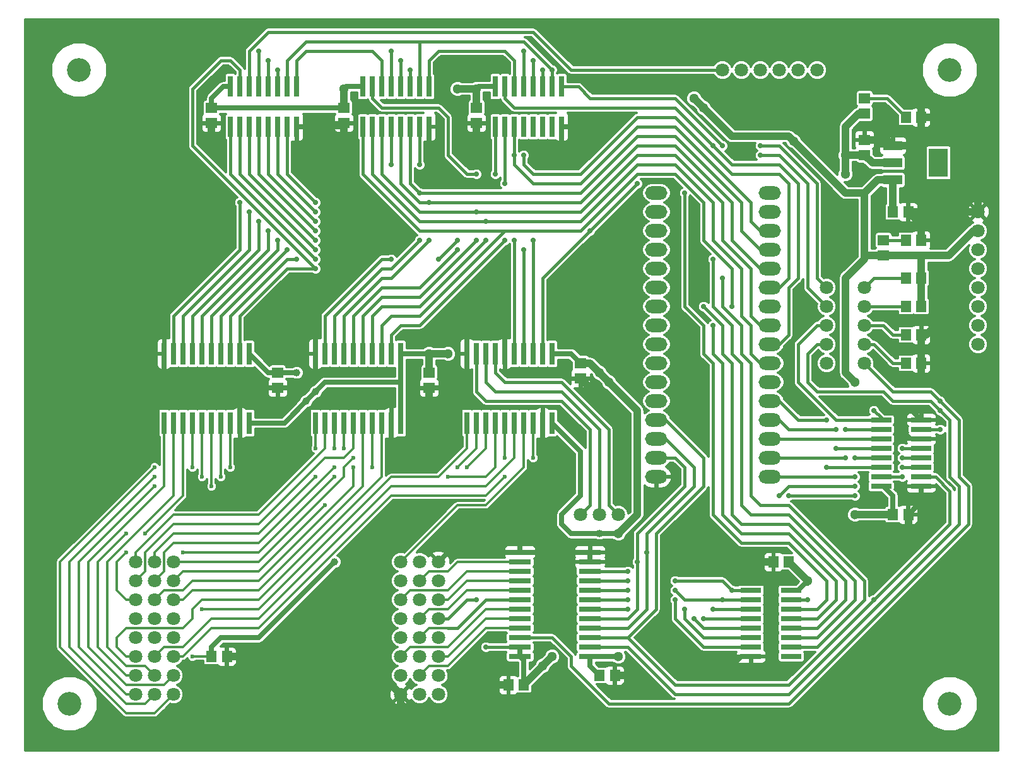
<source format=gtl>
G04 #@! TF.FileFunction,Copper,L1,Top,Signal*
%FSLAX46Y46*%
G04 Gerber Fmt 4.6, Leading zero omitted, Abs format (unit mm)*
G04 Created by KiCad (PCBNEW 4.0.7) date 03/21/19 10:54:29*
%MOMM*%
%LPD*%
G01*
G04 APERTURE LIST*
%ADD10C,0.100000*%
%ADD11R,1.400000X1.500000*%
%ADD12R,1.500000X1.400000*%
%ADD13C,1.800000*%
%ADD14R,0.700000X2.800000*%
%ADD15R,2.800000X0.700000*%
%ADD16O,3.000000X1.800000*%
%ADD17R,0.700000X3.000000*%
%ADD18R,2.500000X1.300000*%
%ADD19R,2.600000X3.850000*%
%ADD20R,3.000000X0.700000*%
%ADD21C,3.200000*%
%ADD22C,1.300000*%
%ADD23C,1.000000*%
%ADD24C,0.600000*%
%ADD25C,0.700000*%
%ADD26C,1.000000*%
%ADD27C,0.700000*%
%ADD28C,0.400000*%
%ADD29C,0.300000*%
G04 APERTURE END LIST*
D10*
D11*
X116940000Y-26370000D03*
X118984700Y-26370000D03*
D12*
X113130000Y-18750000D03*
X113130000Y-16705300D03*
X25500000Y-12400000D03*
X25500000Y-14444700D03*
X43280000Y-12400000D03*
X43280000Y-14444700D03*
X61060000Y-12400000D03*
X61060000Y-14444700D03*
D11*
X102970000Y-73360000D03*
X100925300Y-73360000D03*
X77570000Y-88600000D03*
X79614700Y-88600000D03*
X116940000Y-67010000D03*
X118984700Y-67010000D03*
D12*
X34390000Y-47960000D03*
X34390000Y-50004700D03*
X54710000Y-47960000D03*
X54710000Y-50004700D03*
X75030000Y-46690000D03*
X75030000Y-48734700D03*
D11*
X67410000Y-89870000D03*
X65365300Y-89870000D03*
X25500000Y-86060000D03*
X27544700Y-86060000D03*
X120750000Y-30180000D03*
X118705300Y-30180000D03*
X120750000Y-13670000D03*
X118705300Y-13670000D03*
D13*
X94080000Y-7320000D03*
X96620000Y-7320000D03*
X99160000Y-7320000D03*
X101700000Y-7320000D03*
X104240000Y-7320000D03*
X106780000Y-7320000D03*
X128370000Y-28910000D03*
X128370000Y-26370000D03*
X80110000Y-67010000D03*
X77570000Y-67010000D03*
X75030000Y-67010000D03*
X128370000Y-44150000D03*
X128370000Y-41610000D03*
X128370000Y-39070000D03*
X128370000Y-36530000D03*
X128370000Y-33990000D03*
X128370000Y-31450000D03*
D12*
X115670000Y-30180000D03*
X115670000Y-32224700D03*
X113130000Y-11130000D03*
X113130000Y-13174700D03*
D11*
X120750000Y-35260000D03*
X118705300Y-35260000D03*
X120750000Y-39070000D03*
X118705300Y-39070000D03*
X120750000Y-42880000D03*
X118705300Y-42880000D03*
X120750000Y-46690000D03*
X118705300Y-46690000D03*
D13*
X108050000Y-36530000D03*
X108050000Y-39070000D03*
X108050000Y-41610000D03*
X108050000Y-44150000D03*
X108050000Y-46690000D03*
X113130000Y-46690000D03*
X113130000Y-44150000D03*
X113130000Y-41610000D03*
X113130000Y-39070000D03*
X113130000Y-36530000D03*
D14*
X28040000Y-14940000D03*
X29310000Y-14940000D03*
X30580000Y-14940000D03*
X31850000Y-14940000D03*
X33120000Y-14940000D03*
X34390000Y-14940000D03*
X35660000Y-14940000D03*
X35660000Y-9542500D03*
X34390000Y-9542500D03*
X33120000Y-9542500D03*
X31850000Y-9542500D03*
X30580000Y-9542500D03*
X29310000Y-9542500D03*
X28040000Y-9542500D03*
X36930000Y-14940000D03*
X36930000Y-9542500D03*
X45820000Y-14940000D03*
X47090000Y-14940000D03*
X48360000Y-14940000D03*
X49630000Y-14940000D03*
X50900000Y-14940000D03*
X52170000Y-14940000D03*
X53440000Y-14940000D03*
X53440000Y-9542500D03*
X52170000Y-9542500D03*
X50900000Y-9542500D03*
X49630000Y-9542500D03*
X48360000Y-9542500D03*
X47090000Y-9542500D03*
X45820000Y-9542500D03*
X54710000Y-14940000D03*
X54710000Y-9542500D03*
X63600000Y-14940000D03*
X64870000Y-14940000D03*
X66140000Y-14940000D03*
X67410000Y-14940000D03*
X68680000Y-14940000D03*
X69950000Y-14940000D03*
X71220000Y-14940000D03*
X71220000Y-9542500D03*
X69950000Y-9542500D03*
X68680000Y-9542500D03*
X67410000Y-9542500D03*
X66140000Y-9542500D03*
X64870000Y-9542500D03*
X63600000Y-9542500D03*
X72490000Y-14940000D03*
X72490000Y-9542500D03*
D15*
X97890000Y-77170000D03*
X97890000Y-78440000D03*
X97890000Y-79710000D03*
X97890000Y-80980000D03*
X97890000Y-82250000D03*
X97890000Y-83520000D03*
X97890000Y-84790000D03*
X103287500Y-84790000D03*
X103287500Y-83520000D03*
X103287500Y-82250000D03*
X103287500Y-80980000D03*
X103287500Y-79710000D03*
X103287500Y-78440000D03*
X103287500Y-77170000D03*
X97890000Y-86060000D03*
X103287500Y-86060000D03*
D16*
X85190000Y-23830000D03*
X85190000Y-26370000D03*
X85190000Y-28910000D03*
X85190000Y-31450000D03*
X85190000Y-33990000D03*
X85190000Y-36530000D03*
X85190000Y-39070000D03*
X85190000Y-41610000D03*
X85190000Y-44150000D03*
X85190000Y-46690000D03*
X85190000Y-49230000D03*
X85190000Y-51770000D03*
X85190000Y-54310000D03*
X85190000Y-56850000D03*
X85190000Y-59390000D03*
X85190000Y-61930000D03*
X100430000Y-61930000D03*
X100430000Y-59390000D03*
X100430000Y-56850000D03*
X100430000Y-54310000D03*
X100430000Y-51770000D03*
X100430000Y-49230000D03*
X100430000Y-46690000D03*
X100430000Y-44150000D03*
X100430000Y-41610000D03*
X100430000Y-39070000D03*
X100430000Y-36530000D03*
X100430000Y-33990000D03*
X100430000Y-31450000D03*
X100430000Y-28910000D03*
X100430000Y-26370000D03*
X100430000Y-23830000D03*
D17*
X30580000Y-45420000D03*
X29310000Y-45420000D03*
X28040000Y-45420000D03*
X26770000Y-45420000D03*
X25500000Y-45420000D03*
X24230000Y-45420000D03*
X22960000Y-45420000D03*
X21690000Y-45420000D03*
X20420000Y-45420000D03*
X19150000Y-45420000D03*
X19150000Y-54716400D03*
X20420000Y-54716400D03*
X21690000Y-54716400D03*
X22960000Y-54716400D03*
X24230000Y-54716400D03*
X25500000Y-54716400D03*
X26770000Y-54716400D03*
X28040000Y-54716400D03*
X29310000Y-54716400D03*
X30580000Y-54716400D03*
X50900000Y-45420000D03*
X49630000Y-45420000D03*
X48360000Y-45420000D03*
X47090000Y-45420000D03*
X45820000Y-45420000D03*
X44550000Y-45420000D03*
X43280000Y-45420000D03*
X42010000Y-45420000D03*
X40740000Y-45420000D03*
X39470000Y-45420000D03*
X39470000Y-54716400D03*
X40740000Y-54716400D03*
X42010000Y-54716400D03*
X43280000Y-54716400D03*
X44550000Y-54716400D03*
X45820000Y-54716400D03*
X47090000Y-54716400D03*
X48360000Y-54716400D03*
X49630000Y-54716400D03*
X50900000Y-54716400D03*
X71220000Y-45420000D03*
X69950000Y-45420000D03*
X68680000Y-45420000D03*
X67410000Y-45420000D03*
X66140000Y-45420000D03*
X64870000Y-45420000D03*
X63600000Y-45420000D03*
X62330000Y-45420000D03*
X61060000Y-45420000D03*
X59790000Y-45420000D03*
X59790000Y-54716400D03*
X61060000Y-54716400D03*
X62330000Y-54716400D03*
X63600000Y-54716400D03*
X64870000Y-54716400D03*
X66140000Y-54716400D03*
X67410000Y-54716400D03*
X68680000Y-54716400D03*
X69950000Y-54716400D03*
X71220000Y-54716400D03*
D18*
X116940000Y-17480000D03*
X116940000Y-19778700D03*
X116940000Y-22077400D03*
D19*
X123036000Y-19778700D03*
D15*
X120750000Y-63200000D03*
X120750000Y-61930000D03*
X120750000Y-60660000D03*
X120750000Y-59390000D03*
X120750000Y-58120000D03*
X120750000Y-56850000D03*
X120750000Y-55580000D03*
X115352500Y-55580000D03*
X115352500Y-56850000D03*
X115352500Y-58120000D03*
X115352500Y-59390000D03*
X115352500Y-60660000D03*
X115352500Y-61930000D03*
X115352500Y-63200000D03*
X120750000Y-54310000D03*
X115352500Y-54310000D03*
D13*
X20420000Y-73360000D03*
X17880000Y-73360000D03*
X15340000Y-73360000D03*
X20420000Y-75900000D03*
X17880000Y-75900000D03*
X15340000Y-75900000D03*
X20420000Y-78440000D03*
X17880000Y-78440000D03*
X15340000Y-78440000D03*
X20420000Y-80980000D03*
X17880000Y-80980000D03*
X15340000Y-80980000D03*
X20420000Y-83520000D03*
X17880000Y-83520000D03*
X15340000Y-83520000D03*
X20420000Y-86060000D03*
X17880000Y-86060000D03*
X15340000Y-86060000D03*
X20420000Y-88600000D03*
X17880000Y-88600000D03*
X15340000Y-88600000D03*
X20420000Y-91140000D03*
X17880000Y-91140000D03*
X15340000Y-91140000D03*
X55980000Y-91140000D03*
X53440000Y-91140000D03*
X50900000Y-91140000D03*
X55980000Y-88600000D03*
X53440000Y-88600000D03*
X50900000Y-88600000D03*
X55980000Y-86060000D03*
X53440000Y-86060000D03*
X50900000Y-86060000D03*
X55980000Y-83520000D03*
X53440000Y-83520000D03*
X50900000Y-83520000D03*
X55980000Y-80980000D03*
X53440000Y-80980000D03*
X50900000Y-80980000D03*
X55980000Y-78440000D03*
X53440000Y-78440000D03*
X50900000Y-78440000D03*
X55980000Y-75900000D03*
X53440000Y-75900000D03*
X50900000Y-75900000D03*
X55980000Y-73360000D03*
X53440000Y-73360000D03*
X50900000Y-73360000D03*
D20*
X76300000Y-86060000D03*
X76300000Y-84790000D03*
X76300000Y-83520000D03*
X76300000Y-82250000D03*
X76300000Y-80980000D03*
X76300000Y-79710000D03*
X76300000Y-78440000D03*
X76300000Y-77170000D03*
X76300000Y-75900000D03*
X76300000Y-74630000D03*
X76300000Y-73360000D03*
X76300000Y-72090000D03*
X66902000Y-72090000D03*
X66902000Y-73360000D03*
X66902000Y-74630000D03*
X66902000Y-75900000D03*
X66902000Y-77170000D03*
X66902000Y-78440000D03*
X66902000Y-79710000D03*
X66902000Y-80980000D03*
X66902000Y-82250000D03*
X66902000Y-83520000D03*
X66902000Y-84790000D03*
X66902000Y-86060000D03*
D21*
X7720000Y-7320000D03*
X6450000Y-92410000D03*
X124560000Y-7320000D03*
X124560000Y-92410000D03*
D22*
X58520000Y-9860000D03*
X91540000Y-12400000D03*
X105510000Y-75900000D03*
X80110000Y-86060000D03*
X111860000Y-67010000D03*
X111860000Y-49230000D03*
X103605000Y-16845000D03*
X43280000Y-9860000D03*
X61060000Y-9860000D03*
X90270000Y-11130000D03*
D23*
X35660000Y-56850000D03*
X31850000Y-60660000D03*
X36930000Y-44150000D03*
X31850000Y-41610000D03*
X35660000Y-37800000D03*
X22960000Y-65740000D03*
X28040000Y-64470000D03*
X128370000Y-55580000D03*
X108050000Y-23830000D03*
X108050000Y-32720000D03*
X105510000Y-39070000D03*
X108050000Y-17480000D03*
X102970000Y-50500000D03*
X90270000Y-54310000D03*
X90270000Y-46690000D03*
X90270000Y-28910000D03*
X90270000Y-37800000D03*
X7720000Y-14940000D03*
X5180000Y-54310000D03*
X7720000Y-42880000D03*
X11530000Y-60660000D03*
X12800000Y-49230000D03*
X15340000Y-40340000D03*
X26770000Y-30180000D03*
X20420000Y-33990000D03*
X16610000Y-55580000D03*
X7720000Y-67010000D03*
X5180000Y-30180000D03*
X20420000Y-26370000D03*
X24230000Y-21290000D03*
X97890000Y-96220000D03*
X86460000Y-96220000D03*
X76300000Y-93680000D03*
X66140000Y-93680000D03*
X17880000Y-96220000D03*
X34390000Y-96220000D03*
X48360000Y-96220000D03*
X57250000Y-96220000D03*
X111860000Y-96220000D03*
X128370000Y-12400000D03*
X26770000Y-3510000D03*
X17880000Y-4780000D03*
X21690000Y-9860000D03*
X16610000Y-14940000D03*
X119480000Y-3510000D03*
X111860000Y-6050000D03*
X104240000Y-3510000D03*
X105510000Y-12400000D03*
X71220000Y-80980000D03*
X71220000Y-74630000D03*
X91540000Y-8590000D03*
X76300000Y-8590000D03*
X91540000Y-6050000D03*
X76300000Y-6050000D03*
X72490000Y-18750000D03*
X38200000Y-21290000D03*
X47090000Y-27640000D03*
X68680000Y-61930000D03*
X66140000Y-65740000D03*
X62330000Y-69550000D03*
X54710000Y-60660000D03*
X50900000Y-60660000D03*
X43280000Y-88600000D03*
X38200000Y-91140000D03*
X30580000Y-88600000D03*
X24230000Y-91140000D03*
X45820000Y-73360000D03*
X52170000Y-67010000D03*
X44550000Y-82250000D03*
X36930000Y-82250000D03*
X116940000Y-92410000D03*
X106780000Y-92410000D03*
X113130000Y-86060000D03*
X122020000Y-86060000D03*
X128370000Y-86060000D03*
X128370000Y-78440000D03*
X119480000Y-78440000D03*
X40740000Y-78440000D03*
X40740000Y-84790000D03*
D22*
X72490000Y-64470000D03*
X80110000Y-59390000D03*
X55980000Y-55580000D03*
X39470000Y-36530000D03*
X43280000Y-21290000D03*
X25500000Y-17480000D03*
X26770000Y-18750000D03*
X76300000Y-14940000D03*
X78840000Y-14940000D03*
X59790000Y-18750000D03*
X55980000Y-20020000D03*
X96620000Y-12400000D03*
X96620000Y-9860000D03*
X61060000Y-89870000D03*
X96620000Y-73360000D03*
X99160000Y-73360000D03*
X94080000Y-88600000D03*
X106780000Y-67010000D03*
X95350000Y-87330000D03*
X116940000Y-70820000D03*
X123290000Y-74630000D03*
X124560000Y-73360000D03*
X119480000Y-70820000D03*
X57250000Y-56850000D03*
X39470000Y-39070000D03*
X72490000Y-61930000D03*
X80110000Y-61930000D03*
X105510000Y-65740000D03*
X63600000Y-89870000D03*
X82650000Y-89870000D03*
D23*
X118210000Y-49230000D03*
D22*
X120750000Y-49230000D03*
D23*
X111860000Y-51770000D03*
X110590000Y-53040000D03*
D22*
X123290000Y-33990000D03*
X43280000Y-18750000D03*
X54710000Y-18750000D03*
X61060000Y-17480000D03*
D23*
X36930000Y-47960000D03*
D22*
X54710000Y-45420000D03*
X57250000Y-45420000D03*
D23*
X39470000Y-50500000D03*
X38200000Y-51770000D03*
X42010000Y-73360000D03*
D22*
X78840000Y-49230000D03*
X69950000Y-87330000D03*
D23*
X77570000Y-69550000D03*
D22*
X110590000Y-18750000D03*
X110590000Y-21290000D03*
D24*
X22960000Y-86060000D03*
D22*
X77570000Y-47960000D03*
X80110000Y-69550000D03*
D25*
X62330000Y-84790000D03*
X61060000Y-78440000D03*
D22*
X71220000Y-86060000D03*
D25*
X92810000Y-32720000D03*
X69950000Y-7320000D03*
X52170000Y-7320000D03*
X34390000Y-7320000D03*
X94080000Y-35260000D03*
X71220000Y-7320000D03*
X91540000Y-39070000D03*
X68680000Y-6050000D03*
X33120000Y-6050000D03*
X50900000Y-6050000D03*
X99160000Y-17480000D03*
X67410000Y-4780000D03*
X49630000Y-4780000D03*
X31850000Y-4780000D03*
X99160000Y-18750000D03*
X92810000Y-41610000D03*
X118210000Y-61930000D03*
X123290000Y-55580000D03*
X114400000Y-53040000D03*
X123290000Y-53040000D03*
X123290000Y-51770000D03*
X111860000Y-59390000D03*
X36930000Y-32720000D03*
X39470000Y-32720000D03*
X35660000Y-31450000D03*
X39470000Y-31450000D03*
X34390000Y-30180000D03*
X39470000Y-30180000D03*
X33120000Y-28910000D03*
X39470000Y-28910000D03*
X31850000Y-27640000D03*
X39470000Y-27640000D03*
X30580000Y-26370000D03*
X39470000Y-26370000D03*
X29310000Y-25100000D03*
X39470000Y-25100000D03*
X39470000Y-33990000D03*
X95350000Y-39070000D03*
X62330000Y-30180000D03*
X62330000Y-27640000D03*
X61060000Y-26370000D03*
X61060000Y-30180000D03*
X58520000Y-31450000D03*
X49630000Y-20020000D03*
X54710000Y-25100000D03*
X54710000Y-30180000D03*
X53440000Y-23830000D03*
X53440000Y-30180000D03*
X49630000Y-32720000D03*
X58520000Y-30180000D03*
X55980000Y-32720000D03*
X53440000Y-20020000D03*
X61060000Y-21290000D03*
X67410000Y-18750000D03*
X64870000Y-30180000D03*
X63600000Y-21290000D03*
X68680000Y-30180000D03*
X67410000Y-31450000D03*
X64870000Y-22560000D03*
X66140000Y-18750000D03*
X66140000Y-30180000D03*
X92810000Y-17480000D03*
X76300000Y-28910000D03*
X82650000Y-22560000D03*
X94080000Y-17480000D03*
X89000000Y-23830000D03*
X87730000Y-75900000D03*
X83920000Y-72090000D03*
X111860000Y-64470000D03*
X102970000Y-64470000D03*
X95350000Y-77170000D03*
X118210000Y-60660000D03*
X87730000Y-77170000D03*
X82650000Y-73360000D03*
X111860000Y-63200000D03*
X101700000Y-64470000D03*
X94080000Y-78440000D03*
X118210000Y-59390000D03*
X81380000Y-79710000D03*
X118210000Y-58120000D03*
X111860000Y-61930000D03*
X92810000Y-79710000D03*
X81380000Y-78440000D03*
X110590000Y-55580000D03*
X110590000Y-59390000D03*
X91540000Y-80980000D03*
X81380000Y-77170000D03*
X90270000Y-80980000D03*
X81380000Y-75900000D03*
X109320000Y-55580000D03*
X109320000Y-58120000D03*
X89000000Y-79710000D03*
X87730000Y-78440000D03*
X81380000Y-74630000D03*
X108050000Y-60660000D03*
X108050000Y-54310000D03*
X114400000Y-78440000D03*
X105510000Y-78440000D03*
D24*
X14070000Y-69550000D03*
X16610000Y-69550000D03*
X22960000Y-60660000D03*
X17880000Y-60660000D03*
X24230000Y-61930000D03*
X17880000Y-61930000D03*
X25500000Y-63200000D03*
X17880000Y-63200000D03*
X26770000Y-61930000D03*
X28040000Y-60660000D03*
X39470000Y-58120000D03*
X39470000Y-61930000D03*
X42010000Y-58120000D03*
X40740000Y-65740000D03*
X42010000Y-60660000D03*
X43280000Y-58120000D03*
X44550000Y-60660000D03*
X47090000Y-60660000D03*
X24230000Y-79710000D03*
X58520000Y-60660000D03*
X59790000Y-60660000D03*
X42010000Y-61930000D03*
X57250000Y-61930000D03*
X14070000Y-72090000D03*
X21690000Y-72090000D03*
X64870000Y-59390000D03*
X64870000Y-61930000D03*
X68680000Y-59390000D03*
X44550000Y-59390000D03*
D26*
X116940000Y-26370000D02*
X116940000Y-24465000D01*
X116940000Y-24465000D02*
X116940000Y-22077400D01*
X61060000Y-9860000D02*
X58520000Y-9860000D01*
D27*
X25500000Y-12400000D02*
X25500000Y-11130000D01*
X27087500Y-9542500D02*
X28040000Y-9542500D01*
X25500000Y-11130000D02*
X27087500Y-9542500D01*
X43280000Y-12400000D02*
X25500000Y-12400000D01*
D26*
X102970000Y-73360000D02*
X105510000Y-75900000D01*
D27*
X76300000Y-86060000D02*
X80110000Y-86060000D01*
X103287500Y-77170000D02*
X104240000Y-77170000D01*
X104240000Y-77170000D02*
X105510000Y-75900000D01*
D26*
X116940000Y-67010000D02*
X111860000Y-67010000D01*
X110590000Y-35260000D02*
X110590000Y-47960000D01*
X110590000Y-35260000D02*
X113130000Y-32720000D01*
X110590000Y-47960000D02*
X111860000Y-49230000D01*
D27*
X76300000Y-86060000D02*
X76300000Y-87330000D01*
X76300000Y-87330000D02*
X77570000Y-88600000D01*
X105510000Y-75900000D02*
X105510000Y-76217500D01*
X115352500Y-63200000D02*
X115670000Y-63200000D01*
X115670000Y-63200000D02*
X116940000Y-64470000D01*
X116940000Y-64470000D02*
X116940000Y-67010000D01*
D26*
X114539700Y-32224700D02*
X113130000Y-32224700D01*
X115670000Y-32224700D02*
X114539700Y-32224700D01*
X113130000Y-32224700D02*
X113130000Y-32720000D01*
X113130000Y-30815000D02*
X113130000Y-32720000D01*
X113130000Y-30180000D02*
X113130000Y-30815000D01*
X113130000Y-23830000D02*
X113130000Y-30180000D01*
X120750000Y-35260000D02*
X120750000Y-32224700D01*
X120750000Y-35260000D02*
X120750000Y-39070000D01*
X120750000Y-32224700D02*
X120750000Y-32720000D01*
X120750000Y-32720000D02*
X120750000Y-32224700D01*
X119619700Y-32224700D02*
X120750000Y-32224700D01*
X119619700Y-32224700D02*
X115670000Y-32224700D01*
X120750000Y-32224700D02*
X124420300Y-32224700D01*
X124420300Y-32224700D02*
X125195000Y-31450000D01*
X127735000Y-28910000D02*
X125195000Y-31450000D01*
X128370000Y-28910000D02*
X127735000Y-28910000D01*
D27*
X45820000Y-9542500D02*
X43597500Y-9542500D01*
X43597500Y-9542500D02*
X43280000Y-9860000D01*
D26*
X43280000Y-9860000D02*
X43280000Y-12400000D01*
D27*
X63600000Y-9542500D02*
X61377500Y-9542500D01*
X61377500Y-9542500D02*
X61060000Y-9860000D01*
D26*
X61060000Y-12400000D02*
X61060000Y-9860000D01*
X102970000Y-16210000D02*
X95350000Y-16210000D01*
X110590000Y-23830000D02*
X103605000Y-16845000D01*
X103605000Y-16845000D02*
X102970000Y-16210000D01*
X113130000Y-23830000D02*
X110590000Y-23830000D01*
X95350000Y-16210000D02*
X91540000Y-12400000D01*
X91540000Y-12400000D02*
X90270000Y-11130000D01*
X116940000Y-22077400D02*
X114882600Y-22077400D01*
X114882600Y-22077400D02*
X113130000Y-23830000D01*
D27*
X31850000Y-60660000D02*
X28040000Y-64470000D01*
X35660000Y-56850000D02*
X31850000Y-60660000D01*
X35660000Y-37800000D02*
X31850000Y-41610000D01*
X127100000Y-55580000D02*
X128370000Y-55580000D01*
X105510000Y-39070000D02*
X105510000Y-41610000D01*
X108050000Y-23830000D02*
X108050000Y-32720000D01*
X102970000Y-44150000D02*
X102970000Y-50500000D01*
X105510000Y-41610000D02*
X102970000Y-44150000D01*
X90270000Y-54310000D02*
X90270000Y-46690000D01*
X90270000Y-37800000D02*
X90270000Y-28910000D01*
X24230000Y-32720000D02*
X21690000Y-32720000D01*
X26770000Y-30180000D02*
X24230000Y-32720000D01*
X21690000Y-32720000D02*
X20420000Y-33990000D01*
X12800000Y-42880000D02*
X12800000Y-47960000D01*
X15340000Y-40340000D02*
X12800000Y-42880000D01*
X12800000Y-47960000D02*
X12800000Y-49230000D01*
X12800000Y-59390000D02*
X11530000Y-59390000D01*
X16610000Y-55580000D02*
X12800000Y-59390000D01*
X11530000Y-59390000D02*
X11530000Y-60660000D01*
X24230000Y-21290000D02*
X20420000Y-25100000D01*
X20420000Y-26370000D02*
X20420000Y-25100000D01*
X102970000Y-96220000D02*
X97890000Y-96220000D01*
X86460000Y-96220000D02*
X83920000Y-93680000D01*
X83920000Y-93680000D02*
X76300000Y-93680000D01*
X34390000Y-96220000D02*
X17880000Y-96220000D01*
X57250000Y-96220000D02*
X48360000Y-96220000D01*
X102970000Y-96220000D02*
X111860000Y-96220000D01*
X105510000Y-93680000D02*
X102970000Y-96220000D01*
X105510000Y-93680000D02*
X106780000Y-92410000D01*
D26*
X120750000Y-13670000D02*
X124560000Y-13670000D01*
X124560000Y-13670000D02*
X125830000Y-14940000D01*
X119480000Y-11130000D02*
X120750000Y-12400000D01*
X119480000Y-11130000D02*
X118210000Y-9860000D01*
X118210000Y-9860000D02*
X115670000Y-9860000D01*
X115670000Y-9860000D02*
X114400000Y-8590000D01*
X114400000Y-8590000D02*
X111860000Y-8590000D01*
X110590000Y-9860000D02*
X111860000Y-8590000D01*
X109320000Y-9860000D02*
X110590000Y-9860000D01*
X120750000Y-12400000D02*
X120750000Y-13670000D01*
X118845000Y-17480000D02*
X119480000Y-17480000D01*
X119480000Y-17480000D02*
X120750000Y-16210000D01*
X120750000Y-16210000D02*
X120750000Y-13670000D01*
X116940000Y-17480000D02*
X118845000Y-17480000D01*
D27*
X125830000Y-14940000D02*
X128370000Y-12400000D01*
X109320000Y-6050000D02*
X111860000Y-6050000D01*
X109320000Y-9860000D02*
X109320000Y-6050000D01*
X109320000Y-6050000D02*
X109320000Y-4780000D01*
X108050000Y-3510000D02*
X104240000Y-3510000D01*
X109320000Y-4780000D02*
X108050000Y-3510000D01*
X108050000Y-17480000D02*
X108050000Y-14940000D01*
X108050000Y-14940000D02*
X105510000Y-12400000D01*
X108050000Y-17480000D02*
X108050000Y-11130000D01*
X109320000Y-9860000D02*
X108050000Y-11130000D01*
X71220000Y-72090000D02*
X71220000Y-74630000D01*
X92810000Y-9860000D02*
X91540000Y-8590000D01*
X96620000Y-9860000D02*
X92810000Y-9860000D01*
X76300000Y-6050000D02*
X91540000Y-6050000D01*
X72490000Y-14940000D02*
X72490000Y-18750000D01*
X43280000Y-27640000D02*
X47090000Y-27640000D01*
X62330000Y-72090000D02*
X62330000Y-69550000D01*
X68680000Y-63200000D02*
X68680000Y-61930000D01*
X66140000Y-65740000D02*
X68680000Y-63200000D01*
X50900000Y-60660000D02*
X54710000Y-60660000D01*
X54710000Y-60660000D02*
X54710000Y-58120000D01*
X38200000Y-91140000D02*
X40740000Y-91140000D01*
X30580000Y-88600000D02*
X33120000Y-91140000D01*
X38200000Y-91140000D02*
X33120000Y-91140000D01*
X40740000Y-91140000D02*
X43280000Y-88600000D01*
X24230000Y-91140000D02*
X28040000Y-91140000D01*
X28040000Y-91140000D02*
X30580000Y-88600000D01*
X44550000Y-82250000D02*
X43280000Y-82250000D01*
X44550000Y-74630000D02*
X45820000Y-73360000D01*
X44550000Y-82250000D02*
X44550000Y-74630000D01*
X43280000Y-82250000D02*
X40740000Y-84790000D01*
X36930000Y-82250000D02*
X38200000Y-82250000D01*
X38200000Y-82250000D02*
X40740000Y-84790000D01*
X113130000Y-86060000D02*
X106780000Y-92410000D01*
X128370000Y-78440000D02*
X128370000Y-86060000D01*
X30580000Y-86060000D02*
X30580000Y-88600000D01*
X40740000Y-86060000D02*
X40740000Y-84790000D01*
X36930000Y-14940000D02*
X42784700Y-14940000D01*
X42784700Y-14940000D02*
X43280000Y-14444700D01*
X34390000Y-50004700D02*
X27544700Y-50004700D01*
X27544700Y-50004700D02*
X29310000Y-50004700D01*
X27544700Y-50004700D02*
X29310000Y-50004700D01*
X29310000Y-50004700D02*
X29310000Y-51770000D01*
X19150000Y-45420000D02*
X19150000Y-47960000D01*
X21194700Y-50004700D02*
X27544700Y-50004700D01*
X21194700Y-50004700D02*
X19150000Y-47960000D01*
X29310000Y-51770000D02*
X29310000Y-54716400D01*
X34390000Y-50004700D02*
X37425300Y-50004700D01*
X37425300Y-50004700D02*
X39470000Y-47960000D01*
X39470000Y-47960000D02*
X39470000Y-45420000D01*
D26*
X54710000Y-50004700D02*
X54710000Y-54310000D01*
X54710000Y-54310000D02*
X55980000Y-55580000D01*
D27*
X54710000Y-50004700D02*
X57745300Y-50004700D01*
X59790000Y-47960000D02*
X59790000Y-45420000D01*
X57745300Y-50004700D02*
X59790000Y-47960000D01*
D26*
X25500000Y-17480000D02*
X25500000Y-14444700D01*
X26770000Y-18750000D02*
X25500000Y-17480000D01*
X76300000Y-14940000D02*
X78840000Y-14940000D01*
X61060000Y-17480000D02*
X59790000Y-18750000D01*
X54710000Y-18750000D02*
X55980000Y-20020000D01*
X96620000Y-9860000D02*
X96620000Y-12400000D01*
X96620000Y-9860000D02*
X100430000Y-9860000D01*
X100430000Y-9860000D02*
X109320000Y-9860000D01*
D27*
X72490000Y-14940000D02*
X76300000Y-14940000D01*
D26*
X63600000Y-89870000D02*
X61060000Y-89870000D01*
X55980000Y-93680000D02*
X57250000Y-93680000D01*
X57250000Y-93680000D02*
X61060000Y-89870000D01*
X52170000Y-93680000D02*
X50900000Y-92410000D01*
X50900000Y-92410000D02*
X50900000Y-91140000D01*
X52170000Y-93680000D02*
X55980000Y-93680000D01*
X99160000Y-73360000D02*
X100925300Y-73360000D01*
X95350000Y-87330000D02*
X94080000Y-88600000D01*
D27*
X97890000Y-86060000D02*
X96620000Y-86060000D01*
X96620000Y-86060000D02*
X95350000Y-87330000D01*
D26*
X99160000Y-73360000D02*
X96620000Y-73360000D01*
X96620000Y-73360000D02*
X87730000Y-73360000D01*
X87730000Y-73360000D02*
X86460000Y-74630000D01*
X86460000Y-74630000D02*
X86460000Y-82250000D01*
X86460000Y-82250000D02*
X86460000Y-84790000D01*
X95350000Y-87330000D02*
X89000000Y-87330000D01*
X86460000Y-84790000D02*
X89000000Y-87330000D01*
X124560000Y-73360000D02*
X123290000Y-74630000D01*
X125830000Y-72090000D02*
X124560000Y-73360000D01*
X128370000Y-67010000D02*
X128370000Y-69550000D01*
X123290000Y-49230000D02*
X127100000Y-53040000D01*
X127100000Y-53040000D02*
X127100000Y-55580000D01*
X127100000Y-55580000D02*
X127100000Y-59390000D01*
X123290000Y-49230000D02*
X120750000Y-49230000D01*
X128370000Y-61930000D02*
X128370000Y-67010000D01*
X127100000Y-60660000D02*
X128370000Y-61930000D01*
X127100000Y-59390000D02*
X127100000Y-60660000D01*
X128370000Y-69550000D02*
X125830000Y-72090000D01*
X120750000Y-46690000D02*
X120750000Y-49230000D01*
X27544700Y-86060000D02*
X30580000Y-86060000D01*
X30580000Y-86060000D02*
X40740000Y-86060000D01*
X40740000Y-86060000D02*
X45820000Y-86060000D01*
X45820000Y-86060000D02*
X50900000Y-91140000D01*
X55980000Y-55580000D02*
X57250000Y-56850000D01*
D27*
X49630000Y-54716400D02*
X49630000Y-56850000D01*
X49630000Y-56850000D02*
X50900000Y-58120000D01*
X50900000Y-58120000D02*
X53440000Y-58120000D01*
X53440000Y-58120000D02*
X54710000Y-58120000D01*
X54710000Y-58120000D02*
X55980000Y-58120000D01*
X55980000Y-58120000D02*
X57250000Y-56850000D01*
X39470000Y-45420000D02*
X39470000Y-39070000D01*
X39470000Y-39070000D02*
X39470000Y-39070000D01*
X72490000Y-61930000D02*
X72490000Y-60660000D01*
X72490000Y-60660000D02*
X72490000Y-59390000D01*
X72490000Y-59390000D02*
X69950000Y-56850000D01*
X69950000Y-56850000D02*
X69950000Y-54716400D01*
X66902000Y-70058000D02*
X72490000Y-64470000D01*
X66902000Y-72090000D02*
X66902000Y-70058000D01*
X72490000Y-64470000D02*
X72490000Y-61930000D01*
D26*
X80110000Y-53814700D02*
X75030000Y-48734700D01*
X80110000Y-61930000D02*
X80110000Y-59390000D01*
X80110000Y-59390000D02*
X80110000Y-56850000D01*
X80110000Y-56850000D02*
X80110000Y-53814700D01*
X110590000Y-70820000D02*
X106780000Y-67010000D01*
X106780000Y-67010000D02*
X105510000Y-65740000D01*
X119480000Y-70820000D02*
X116940000Y-70820000D01*
X116940000Y-70820000D02*
X110590000Y-70820000D01*
D27*
X66902000Y-72090000D02*
X62330000Y-72090000D01*
X62330000Y-72090000D02*
X57250000Y-72090000D01*
X57250000Y-72090000D02*
X55980000Y-73360000D01*
X76300000Y-72090000D02*
X76300000Y-73360000D01*
X66902000Y-72090000D02*
X71220000Y-72090000D01*
X71220000Y-72090000D02*
X76300000Y-72090000D01*
D26*
X63600000Y-89870000D02*
X63600000Y-89870000D01*
X63600000Y-89870000D02*
X65365300Y-89870000D01*
D27*
X59790000Y-45420000D02*
X59790000Y-42880000D01*
X64870000Y-42880000D02*
X64870000Y-45420000D01*
X63600000Y-41610000D02*
X64870000Y-42880000D01*
X61060000Y-41610000D02*
X63600000Y-41610000D01*
X59790000Y-42880000D02*
X61060000Y-41610000D01*
D26*
X43280000Y-32720000D02*
X39470000Y-36530000D01*
X43280000Y-32720000D02*
X43280000Y-27640000D01*
X43280000Y-27640000D02*
X43280000Y-21290000D01*
X43280000Y-21290000D02*
X43280000Y-18750000D01*
X39470000Y-39070000D02*
X39470000Y-36530000D01*
X79614700Y-88600000D02*
X81380000Y-88600000D01*
X82650000Y-89870000D02*
X81380000Y-88600000D01*
X99160000Y-73360000D02*
X99160000Y-73360000D01*
X99160000Y-73360000D02*
X99655300Y-73360000D01*
D27*
X120750000Y-63200000D02*
X120750000Y-65244700D01*
X120750000Y-65244700D02*
X118984700Y-67010000D01*
D26*
X118984700Y-70324700D02*
X118984700Y-67010000D01*
D27*
X119480000Y-70820000D02*
X118984700Y-70324700D01*
X120750000Y-49230000D02*
X118210000Y-49230000D01*
D28*
X120750000Y-56850000D02*
X119480000Y-56850000D01*
X119480000Y-56850000D02*
X118210000Y-55580000D01*
X118210000Y-55580000D02*
X118210000Y-53040000D01*
D27*
X110590000Y-53040000D02*
X111860000Y-51770000D01*
X119480000Y-53040000D02*
X120750000Y-54310000D01*
X116940000Y-53040000D02*
X118210000Y-53040000D01*
X118210000Y-53040000D02*
X119480000Y-53040000D01*
X115670000Y-51770000D02*
X116940000Y-53040000D01*
X114400000Y-51770000D02*
X115670000Y-51770000D01*
X111860000Y-51770000D02*
X114400000Y-51770000D01*
D26*
X120750000Y-46690000D02*
X120750000Y-42880000D01*
X123290000Y-40975000D02*
X121385000Y-42880000D01*
X123290000Y-33990000D02*
X123290000Y-40975000D01*
X121385000Y-42880000D02*
X120750000Y-42880000D01*
X120750000Y-30180000D02*
X120750000Y-28135300D01*
X120750000Y-28135300D02*
X118984700Y-26370000D01*
X118984700Y-26370000D02*
X128370000Y-26370000D01*
X128370000Y-26370000D02*
X128370000Y-17480000D01*
X128370000Y-17480000D02*
X125830000Y-14940000D01*
X128370000Y-26370000D02*
X127735000Y-26370000D01*
X43280000Y-18750000D02*
X43280000Y-14444700D01*
D27*
X54710000Y-14940000D02*
X54710000Y-18750000D01*
D26*
X61060000Y-17480000D02*
X61060000Y-14444700D01*
X113130000Y-16705300D02*
X116165300Y-16705300D01*
X116165300Y-16705300D02*
X116940000Y-17480000D01*
D27*
X36930000Y-47960000D02*
X34390000Y-47960000D01*
X31443600Y-54716400D02*
X35253600Y-54716400D01*
X35253600Y-54716400D02*
X38200000Y-51770000D01*
X30580000Y-54716400D02*
X31443600Y-54716400D01*
X31850000Y-46690000D02*
X33120000Y-47960000D01*
X33120000Y-47960000D02*
X34390000Y-47960000D01*
X30580000Y-45420000D02*
X31850000Y-46690000D01*
X50900000Y-49230000D02*
X49630000Y-49230000D01*
X40740000Y-49230000D02*
X49630000Y-49230000D01*
X40740000Y-49230000D02*
X39470000Y-50500000D01*
X50900000Y-45420000D02*
X54710000Y-45420000D01*
D26*
X57250000Y-45420000D02*
X54710000Y-45420000D01*
X54710000Y-45420000D02*
X54710000Y-47960000D01*
D27*
X29310000Y-83520000D02*
X26770000Y-83520000D01*
X26770000Y-83520000D02*
X25500000Y-84790000D01*
X25500000Y-84790000D02*
X25500000Y-86060000D01*
X31850000Y-83520000D02*
X29310000Y-83520000D01*
X42010000Y-73360000D02*
X31850000Y-83520000D01*
X38200000Y-51770000D02*
X39470000Y-50500000D01*
D26*
X110590000Y-18750000D02*
X110590000Y-21290000D01*
X110590000Y-18750000D02*
X111860000Y-18750000D01*
X111860000Y-18750000D02*
X113130000Y-18750000D01*
X113130000Y-13174700D02*
X112355300Y-13174700D01*
X110590000Y-17480000D02*
X110590000Y-18750000D01*
X110590000Y-17480000D02*
X110590000Y-14940000D01*
X110590000Y-14940000D02*
X112355300Y-13174700D01*
D29*
X22960000Y-86060000D02*
X25500000Y-86060000D01*
D27*
X50900000Y-54716400D02*
X50900000Y-49230000D01*
X50900000Y-49230000D02*
X50900000Y-47960000D01*
X50900000Y-47960000D02*
X50900000Y-45420000D01*
D26*
X80110000Y-69550000D02*
X82650000Y-67010000D01*
D27*
X80110000Y-69550000D02*
X77570000Y-69550000D01*
X77570000Y-69550000D02*
X73760000Y-69550000D01*
X75030000Y-58526400D02*
X71220000Y-54716400D01*
X75030000Y-64470000D02*
X75030000Y-58526400D01*
X72490000Y-67010000D02*
X75030000Y-64470000D01*
X72490000Y-68280000D02*
X72490000Y-67010000D01*
X73760000Y-69550000D02*
X72490000Y-68280000D01*
X71220000Y-45420000D02*
X73760000Y-45420000D01*
X73760000Y-45420000D02*
X75030000Y-46690000D01*
D26*
X76300000Y-46690000D02*
X75030000Y-46690000D01*
X77570000Y-47960000D02*
X76300000Y-46690000D01*
X82650000Y-67010000D02*
X82650000Y-61930000D01*
X82650000Y-61930000D02*
X82650000Y-53040000D01*
X82650000Y-53040000D02*
X78840000Y-49230000D01*
X78840000Y-49230000D02*
X77570000Y-47960000D01*
D28*
X59790000Y-78440000D02*
X61060000Y-78440000D01*
X57250000Y-80980000D02*
X59790000Y-78440000D01*
X55980000Y-80980000D02*
X57250000Y-80980000D01*
X62330000Y-84790000D02*
X66902000Y-84790000D01*
D27*
X67410000Y-89870000D02*
X67410000Y-86568000D01*
X67410000Y-86568000D02*
X66902000Y-86060000D01*
X66902000Y-86060000D02*
X66902000Y-84790000D01*
D26*
X71220000Y-86060000D02*
X69950000Y-87330000D01*
X69950000Y-87330000D02*
X67410000Y-89870000D01*
X116940000Y-19778700D02*
X114158700Y-19778700D01*
X114158700Y-19778700D02*
X113130000Y-18750000D01*
D28*
X118705300Y-30180000D02*
X115670000Y-30180000D01*
X113130000Y-11130000D02*
X116165300Y-11130000D01*
X116165300Y-11130000D02*
X118705300Y-13670000D01*
X69950000Y-3510000D02*
X73760000Y-7320000D01*
X69950000Y-3510000D02*
X68680000Y-2240000D01*
X30580000Y-9542500D02*
X30580000Y-4780000D01*
X67410000Y-2240000D02*
X68680000Y-2240000D01*
X33120000Y-2240000D02*
X67410000Y-2240000D01*
X30580000Y-4780000D02*
X33120000Y-2240000D01*
X73760000Y-7320000D02*
X94080000Y-7320000D01*
X92810000Y-33990000D02*
X92810000Y-32720000D01*
X96620000Y-46690000D02*
X95350000Y-45420000D01*
X95350000Y-45420000D02*
X95350000Y-41610000D01*
X95350000Y-41610000D02*
X92810000Y-39070000D01*
X92810000Y-39070000D02*
X92810000Y-33990000D01*
X111860000Y-75900000D02*
X102970000Y-67010000D01*
X106780000Y-83520000D02*
X111860000Y-78440000D01*
X111860000Y-78440000D02*
X111860000Y-75900000D01*
X106780000Y-83520000D02*
X103287500Y-83520000D01*
X96620000Y-65740000D02*
X96620000Y-61930000D01*
X97890000Y-67010000D02*
X96620000Y-65740000D01*
X102970000Y-67010000D02*
X97890000Y-67010000D01*
X96620000Y-61930000D02*
X96620000Y-46690000D01*
X69950000Y-7320000D02*
X69950000Y-9542500D01*
X52170000Y-9542500D02*
X52170000Y-7320000D01*
X34390000Y-7320000D02*
X34390000Y-9542500D01*
X113130000Y-75900000D02*
X102970000Y-65740000D01*
X96620000Y-45420000D02*
X96620000Y-41610000D01*
X97890000Y-46690000D02*
X96620000Y-45420000D01*
X106780000Y-84790000D02*
X113130000Y-78440000D01*
X106780000Y-84790000D02*
X103287500Y-84790000D01*
X97890000Y-64470000D02*
X97890000Y-61930000D01*
X99160000Y-65740000D02*
X97890000Y-64470000D01*
X102970000Y-65740000D02*
X99160000Y-65740000D01*
X113130000Y-78440000D02*
X113130000Y-75900000D01*
X97890000Y-61930000D02*
X97890000Y-46690000D01*
X94080000Y-39070000D02*
X94080000Y-35260000D01*
X96620000Y-41610000D02*
X94080000Y-39070000D01*
X53440000Y-3510000D02*
X53440000Y-6050000D01*
X53440000Y-6050000D02*
X53440000Y-9542500D01*
X50900000Y-3510000D02*
X53440000Y-3510000D01*
X53440000Y-3510000D02*
X55980000Y-3510000D01*
X35660000Y-6050000D02*
X38200000Y-3510000D01*
X38200000Y-3510000D02*
X50900000Y-3510000D01*
X35660000Y-9542500D02*
X35660000Y-6050000D01*
X71220000Y-7320000D02*
X67410000Y-3510000D01*
X67410000Y-3510000D02*
X55980000Y-3510000D01*
X71220000Y-7320000D02*
X71220000Y-9542500D01*
X95350000Y-61930000D02*
X95350000Y-46690000D01*
X102970000Y-68280000D02*
X96620000Y-68280000D01*
X96620000Y-68280000D02*
X95350000Y-67010000D01*
X95350000Y-67010000D02*
X95350000Y-61930000D01*
X103287500Y-82250000D02*
X106780000Y-82250000D01*
X110590000Y-78440000D02*
X110590000Y-75900000D01*
X106780000Y-82250000D02*
X110590000Y-78440000D01*
X110590000Y-75900000D02*
X102970000Y-68280000D01*
X94080000Y-41610000D02*
X91540000Y-39070000D01*
X94080000Y-45420000D02*
X94080000Y-41610000D01*
X95350000Y-46690000D02*
X94080000Y-45420000D01*
X68680000Y-6050000D02*
X68680000Y-9542500D01*
X33120000Y-9542500D02*
X33120000Y-6050000D01*
X50900000Y-6050000D02*
X50900000Y-9542500D01*
X106780000Y-22560000D02*
X106780000Y-32720000D01*
X106780000Y-32720000D02*
X106780000Y-35260000D01*
X108050000Y-36530000D02*
X106780000Y-35260000D01*
X102970000Y-18750000D02*
X101700000Y-17480000D01*
X104240000Y-20020000D02*
X106780000Y-22560000D01*
X102970000Y-18750000D02*
X104240000Y-20020000D01*
X101700000Y-17480000D02*
X100430000Y-17480000D01*
X99160000Y-17480000D02*
X100430000Y-17480000D01*
X67410000Y-4780000D02*
X67410000Y-9542500D01*
X31850000Y-9542500D02*
X31850000Y-4780000D01*
X49630000Y-4780000D02*
X49630000Y-9542500D01*
X105510000Y-36530000D02*
X108050000Y-39070000D01*
X105510000Y-32720000D02*
X105510000Y-36530000D01*
X105510000Y-32720000D02*
X105510000Y-22560000D01*
X105510000Y-22560000D02*
X101700000Y-18750000D01*
X99160000Y-18750000D02*
X101700000Y-18750000D01*
X94080000Y-46690000D02*
X92810000Y-45420000D01*
X92810000Y-45420000D02*
X92810000Y-41610000D01*
X109320000Y-75900000D02*
X102970000Y-69550000D01*
X106780000Y-80980000D02*
X109320000Y-78440000D01*
X109320000Y-78440000D02*
X109320000Y-75900000D01*
X106780000Y-80980000D02*
X103287500Y-80980000D01*
X94080000Y-67010000D02*
X94080000Y-61930000D01*
X96620000Y-69550000D02*
X94080000Y-67010000D01*
X102970000Y-69550000D02*
X96620000Y-69550000D01*
X94080000Y-61930000D02*
X94080000Y-46690000D01*
X78840000Y-55580000D02*
X78840000Y-65740000D01*
X78840000Y-65740000D02*
X80110000Y-67010000D01*
X72490000Y-49230000D02*
X78840000Y-55580000D01*
X63600000Y-45420000D02*
X63600000Y-47960000D01*
X64870000Y-49230000D02*
X63600000Y-47960000D01*
X72490000Y-49230000D02*
X64870000Y-49230000D01*
X77570000Y-67010000D02*
X77570000Y-55580000D01*
X72490000Y-50500000D02*
X77570000Y-55580000D01*
X62330000Y-49230000D02*
X62330000Y-45420000D01*
X63600000Y-50500000D02*
X62330000Y-49230000D01*
X72490000Y-50500000D02*
X63600000Y-50500000D01*
X76300000Y-55580000D02*
X76300000Y-64470000D01*
X62330000Y-51770000D02*
X72490000Y-51770000D01*
X62330000Y-51770000D02*
X61060000Y-50500000D01*
X61060000Y-45420000D02*
X61060000Y-50500000D01*
X72490000Y-51770000D02*
X75030000Y-54310000D01*
X75030000Y-54310000D02*
X76300000Y-55580000D01*
X76300000Y-65740000D02*
X75030000Y-67010000D01*
X76300000Y-64470000D02*
X76300000Y-65740000D01*
X118210000Y-61930000D02*
X115352500Y-61930000D01*
X120750000Y-55580000D02*
X123290000Y-55580000D01*
X108050000Y-41610000D02*
X106780000Y-41610000D01*
X104240000Y-49230000D02*
X104240000Y-44150000D01*
X104240000Y-44150000D02*
X106780000Y-41610000D01*
X113130000Y-54310000D02*
X115352500Y-54310000D01*
X109320000Y-54310000D02*
X113130000Y-54310000D01*
X106145000Y-51135000D02*
X109320000Y-54310000D01*
X106145000Y-51135000D02*
X104240000Y-49230000D01*
X115352500Y-53992500D02*
X114400000Y-53040000D01*
X115352500Y-53992500D02*
X115352500Y-54310000D01*
X86460000Y-89870000D02*
X87730000Y-91140000D01*
X123290000Y-53040000D02*
X124560000Y-54310000D01*
X124560000Y-54310000D02*
X124560000Y-55580000D01*
X125830000Y-68280000D02*
X125830000Y-63200000D01*
X125830000Y-68280000D02*
X115670000Y-78440000D01*
X124560000Y-61930000D02*
X124560000Y-55580000D01*
X125830000Y-63200000D02*
X124560000Y-61930000D01*
X81380000Y-84790000D02*
X76300000Y-84790000D01*
X86460000Y-89870000D02*
X81380000Y-84790000D01*
X102970000Y-91140000D02*
X115670000Y-78440000D01*
X87730000Y-91140000D02*
X102970000Y-91140000D01*
X114400000Y-50500000D02*
X106780000Y-50500000D01*
X114400000Y-50500000D02*
X115670000Y-50500000D01*
X115670000Y-50500000D02*
X116940000Y-51770000D01*
X116940000Y-51770000D02*
X122020000Y-51770000D01*
X123290000Y-53040000D02*
X122020000Y-51770000D01*
X106780000Y-44150000D02*
X108050000Y-44150000D01*
X105510000Y-45420000D02*
X106780000Y-44150000D01*
X105510000Y-49230000D02*
X105510000Y-45420000D01*
X106780000Y-50500000D02*
X105510000Y-49230000D01*
X77570000Y-91140000D02*
X78840000Y-92410000D01*
X71220000Y-83520000D02*
X73760000Y-86060000D01*
X73760000Y-86060000D02*
X73760000Y-87330000D01*
X73760000Y-87330000D02*
X76300000Y-89870000D01*
X76300000Y-89870000D02*
X77570000Y-91140000D01*
X127100000Y-68280000D02*
X127100000Y-63200000D01*
X127100000Y-68280000D02*
X116940000Y-78440000D01*
X125830000Y-61930000D02*
X125830000Y-54310000D01*
X127100000Y-63200000D02*
X125830000Y-61930000D01*
X123290000Y-51770000D02*
X125830000Y-54310000D01*
X68680000Y-83520000D02*
X66902000Y-83520000D01*
X68680000Y-83520000D02*
X69950000Y-83520000D01*
X69950000Y-83520000D02*
X71220000Y-83520000D01*
X102970000Y-92410000D02*
X116940000Y-78440000D01*
X78840000Y-92410000D02*
X102970000Y-92410000D01*
X122020000Y-50500000D02*
X123290000Y-51770000D01*
X122020000Y-50500000D02*
X116940000Y-50500000D01*
X113130000Y-46690000D02*
X115670000Y-49230000D01*
X116940000Y-50500000D02*
X115670000Y-49230000D01*
X111860000Y-59390000D02*
X115352500Y-59390000D01*
X114400000Y-35260000D02*
X118705300Y-35260000D01*
X113130000Y-36530000D02*
X114400000Y-35260000D01*
X113130000Y-39070000D02*
X118705300Y-39070000D01*
X113130000Y-41610000D02*
X115670000Y-41610000D01*
X116940000Y-42880000D02*
X118705300Y-42880000D01*
X115670000Y-41610000D02*
X116940000Y-42880000D01*
X113130000Y-44150000D02*
X114400000Y-44150000D01*
X116940000Y-46690000D02*
X118705300Y-46690000D01*
X114400000Y-44150000D02*
X116940000Y-46690000D01*
X36930000Y-32720000D02*
X35660000Y-32720000D01*
X28040000Y-40340000D02*
X28040000Y-45420000D01*
X35660000Y-32720000D02*
X28040000Y-40340000D01*
X39470000Y-32720000D02*
X28040000Y-21290000D01*
X28040000Y-21290000D02*
X28040000Y-14940000D01*
X35660000Y-31450000D02*
X26770000Y-40340000D01*
X26770000Y-40340000D02*
X26770000Y-45420000D01*
X39470000Y-31450000D02*
X29310000Y-21290000D01*
X29310000Y-21290000D02*
X29310000Y-14940000D01*
X34390000Y-30180000D02*
X34390000Y-31450000D01*
X25500000Y-40340000D02*
X25500000Y-45420000D01*
X34390000Y-31450000D02*
X25500000Y-40340000D01*
X39470000Y-30180000D02*
X30580000Y-21290000D01*
X30580000Y-21290000D02*
X30580000Y-14940000D01*
X33120000Y-28910000D02*
X33120000Y-31450000D01*
X24230000Y-40340000D02*
X24230000Y-45420000D01*
X33120000Y-31450000D02*
X24230000Y-40340000D01*
X31850000Y-21290000D02*
X31850000Y-14940000D01*
X39470000Y-28910000D02*
X31850000Y-21290000D01*
X31850000Y-27640000D02*
X31850000Y-31450000D01*
X22960000Y-40340000D02*
X22960000Y-45420000D01*
X31850000Y-31450000D02*
X22960000Y-40340000D01*
X33120000Y-21290000D02*
X33120000Y-14940000D01*
X39470000Y-27640000D02*
X33120000Y-21290000D01*
X30580000Y-26370000D02*
X30580000Y-31450000D01*
X21690000Y-40340000D02*
X21690000Y-45420000D01*
X30580000Y-31450000D02*
X21690000Y-40340000D01*
X35660000Y-22560000D02*
X39470000Y-26370000D01*
X35660000Y-22560000D02*
X34390000Y-21290000D01*
X34390000Y-14940000D02*
X34390000Y-21290000D01*
X29310000Y-26370000D02*
X29310000Y-31450000D01*
X29310000Y-25100000D02*
X29310000Y-26370000D01*
X20420000Y-40340000D02*
X20420000Y-45420000D01*
X29310000Y-31450000D02*
X20420000Y-40340000D01*
X35660000Y-20020000D02*
X35660000Y-21290000D01*
X35660000Y-20020000D02*
X35660000Y-14940000D01*
X35660000Y-21290000D02*
X39470000Y-25100000D01*
X28040000Y-6050000D02*
X29310000Y-7320000D01*
X29310000Y-9542500D02*
X29310000Y-7320000D01*
X26770000Y-6050000D02*
X28040000Y-6050000D01*
X25500000Y-20020000D02*
X24230000Y-18750000D01*
X25500000Y-7320000D02*
X26770000Y-6050000D01*
X25500000Y-20020000D02*
X39470000Y-33990000D01*
X22960000Y-9860000D02*
X25500000Y-7320000D01*
X22960000Y-17480000D02*
X22960000Y-9860000D01*
X24230000Y-18750000D02*
X22960000Y-17480000D01*
X39470000Y-33990000D02*
X35660000Y-33990000D01*
X29310000Y-40340000D02*
X29310000Y-45420000D01*
X35660000Y-33990000D02*
X29310000Y-40340000D01*
X36930000Y-9542500D02*
X36930000Y-6050000D01*
X48360000Y-6050000D02*
X48360000Y-9542500D01*
X47090000Y-4780000D02*
X48360000Y-6050000D01*
X38200000Y-4780000D02*
X47090000Y-4780000D01*
X36930000Y-6050000D02*
X38200000Y-4780000D01*
X91540000Y-25100000D02*
X91540000Y-30180000D01*
X75030000Y-28910000D02*
X82650000Y-21290000D01*
X82650000Y-21290000D02*
X86460000Y-21290000D01*
X87730000Y-21290000D02*
X91540000Y-25100000D01*
X86460000Y-21290000D02*
X87730000Y-21290000D01*
X64870000Y-28910000D02*
X75030000Y-28910000D01*
X95350000Y-33990000D02*
X95350000Y-39070000D01*
X91540000Y-30180000D02*
X95350000Y-33990000D01*
X53440000Y-40340000D02*
X49630000Y-40340000D01*
X64870000Y-28910000D02*
X53440000Y-40340000D01*
X48360000Y-41610000D02*
X48360000Y-45420000D01*
X49630000Y-40340000D02*
X48360000Y-41610000D01*
X55980000Y-28910000D02*
X53440000Y-28910000D01*
X61060000Y-28910000D02*
X55980000Y-28910000D01*
X45820000Y-21290000D02*
X45820000Y-14940000D01*
X53440000Y-28910000D02*
X45820000Y-21290000D01*
X64870000Y-28910000D02*
X61060000Y-28910000D01*
X87730000Y-20020000D02*
X92810000Y-25100000D01*
X96620000Y-40340000D02*
X96620000Y-33990000D01*
X97890000Y-41610000D02*
X97890000Y-44150000D01*
X97890000Y-44150000D02*
X97890000Y-45420000D01*
X99160000Y-46690000D02*
X97890000Y-45420000D01*
X75030000Y-27640000D02*
X82650000Y-20020000D01*
X82650000Y-20020000D02*
X87730000Y-20020000D01*
X64870000Y-27640000D02*
X62330000Y-27640000D01*
X64870000Y-27640000D02*
X75030000Y-27640000D01*
X96620000Y-40340000D02*
X97890000Y-41610000D01*
X92810000Y-30180000D02*
X92810000Y-25100000D01*
X96620000Y-33990000D02*
X92810000Y-30180000D01*
X99160000Y-46690000D02*
X100430000Y-46690000D01*
X53440000Y-39070000D02*
X48360000Y-39070000D01*
X48360000Y-39070000D02*
X47090000Y-40340000D01*
X47090000Y-40340000D02*
X47090000Y-45420000D01*
X53440000Y-39070000D02*
X62330000Y-30180000D01*
X53440000Y-27640000D02*
X47090000Y-21290000D01*
X61060000Y-27640000D02*
X62330000Y-27640000D01*
X61060000Y-27640000D02*
X58520000Y-27640000D01*
X47090000Y-21290000D02*
X47090000Y-14940000D01*
X58520000Y-27640000D02*
X53440000Y-27640000D01*
X99160000Y-46690000D02*
X100430000Y-46690000D01*
X99160000Y-46690000D02*
X100430000Y-46690000D01*
X94080000Y-25100000D02*
X94080000Y-30180000D01*
X64870000Y-26370000D02*
X75030000Y-26370000D01*
X62330000Y-26370000D02*
X64870000Y-26370000D01*
X87730000Y-18750000D02*
X94080000Y-25100000D01*
X82650000Y-18750000D02*
X87730000Y-18750000D01*
X75030000Y-26370000D02*
X82650000Y-18750000D01*
X61060000Y-26370000D02*
X62330000Y-26370000D01*
X97890000Y-40340000D02*
X99160000Y-41610000D01*
X97890000Y-33990000D02*
X97890000Y-40340000D01*
X94080000Y-30180000D02*
X97890000Y-33990000D01*
X99160000Y-41610000D02*
X100430000Y-41610000D01*
X45820000Y-45420000D02*
X45820000Y-40340000D01*
X61060000Y-30180000D02*
X55980000Y-35260000D01*
X53440000Y-37800000D02*
X55980000Y-35260000D01*
X48360000Y-37800000D02*
X53440000Y-37800000D01*
X45820000Y-40340000D02*
X48360000Y-37800000D01*
X57250000Y-26370000D02*
X53440000Y-26370000D01*
X48360000Y-21290000D02*
X48360000Y-14940000D01*
X53440000Y-26370000D02*
X48360000Y-21290000D01*
X61060000Y-26370000D02*
X57250000Y-26370000D01*
X44550000Y-45420000D02*
X44550000Y-40340000D01*
X55980000Y-33990000D02*
X58520000Y-31450000D01*
X53440000Y-36530000D02*
X55980000Y-33990000D01*
X48360000Y-36530000D02*
X53440000Y-36530000D01*
X44550000Y-40340000D02*
X48360000Y-36530000D01*
X49630000Y-14940000D02*
X49630000Y-20020000D01*
X43280000Y-45420000D02*
X43280000Y-40340000D01*
X49630000Y-35260000D02*
X54710000Y-30180000D01*
X48360000Y-35260000D02*
X49630000Y-35260000D01*
X43280000Y-40340000D02*
X48360000Y-35260000D01*
X50900000Y-14940000D02*
X50900000Y-22560000D01*
X53440000Y-25100000D02*
X54710000Y-25100000D01*
X50900000Y-22560000D02*
X53440000Y-25100000D01*
X63600000Y-25100000D02*
X54710000Y-25100000D01*
X75030000Y-25100000D02*
X82650000Y-17480000D01*
X82650000Y-17480000D02*
X87730000Y-17480000D01*
X87730000Y-17480000D02*
X95350000Y-25100000D01*
X95350000Y-25100000D02*
X95350000Y-30180000D01*
X99160000Y-33990000D02*
X95350000Y-30180000D01*
X63600000Y-25100000D02*
X64870000Y-25100000D01*
X64870000Y-25100000D02*
X75030000Y-25100000D01*
X99160000Y-33990000D02*
X100430000Y-33990000D01*
X42010000Y-45420000D02*
X42010000Y-40340000D01*
X49630000Y-33990000D02*
X53440000Y-30180000D01*
X48360000Y-33990000D02*
X49630000Y-33990000D01*
X42010000Y-40340000D02*
X48360000Y-33990000D01*
X52170000Y-14940000D02*
X52170000Y-22560000D01*
X52170000Y-22560000D02*
X53440000Y-23830000D01*
X62330000Y-23830000D02*
X53440000Y-23830000D01*
X75030000Y-23830000D02*
X82650000Y-16210000D01*
X82650000Y-16210000D02*
X87730000Y-16210000D01*
X87730000Y-16210000D02*
X96620000Y-25100000D01*
X96620000Y-25100000D02*
X96620000Y-28910000D01*
X99160000Y-31450000D02*
X96620000Y-28910000D01*
X62330000Y-23830000D02*
X64870000Y-23830000D01*
X64870000Y-23830000D02*
X75030000Y-23830000D01*
X99160000Y-31450000D02*
X100430000Y-31450000D01*
X40740000Y-45420000D02*
X40740000Y-40340000D01*
X55980000Y-32720000D02*
X58520000Y-30180000D01*
X48360000Y-32720000D02*
X49630000Y-32720000D01*
X40740000Y-40340000D02*
X48360000Y-32720000D01*
X53440000Y-20020000D02*
X53440000Y-17480000D01*
X53440000Y-14940000D02*
X53440000Y-17480000D01*
X57250000Y-17480000D02*
X57250000Y-18750000D01*
X57250000Y-16210000D02*
X57250000Y-13670000D01*
X54710000Y-12400000D02*
X55980000Y-12400000D01*
X55980000Y-12400000D02*
X57250000Y-13670000D01*
X48360000Y-12400000D02*
X47090000Y-11130000D01*
X47090000Y-9542500D02*
X47090000Y-11130000D01*
X48360000Y-12400000D02*
X54710000Y-12400000D01*
X57250000Y-16210000D02*
X57250000Y-17480000D01*
X59790000Y-21290000D02*
X61060000Y-21290000D01*
X57250000Y-18750000D02*
X59790000Y-21290000D01*
X50900000Y-41610000D02*
X49630000Y-42880000D01*
X49630000Y-45420000D02*
X49630000Y-42880000D01*
X53440000Y-41610000D02*
X64870000Y-30180000D01*
X53440000Y-41610000D02*
X50900000Y-41610000D01*
X102970000Y-35260000D02*
X101700000Y-36530000D01*
X102970000Y-22560000D02*
X102970000Y-33990000D01*
X94080000Y-20020000D02*
X95350000Y-21290000D01*
X82650000Y-13670000D02*
X75030000Y-21290000D01*
X82650000Y-13670000D02*
X87730000Y-13670000D01*
X87730000Y-13670000D02*
X89000000Y-14940000D01*
X89000000Y-14940000D02*
X94080000Y-20020000D01*
X67410000Y-20020000D02*
X67410000Y-18750000D01*
X68680000Y-21290000D02*
X67410000Y-20020000D01*
X75030000Y-21290000D02*
X68680000Y-21290000D01*
X101700000Y-21290000D02*
X102970000Y-22560000D01*
X95350000Y-21290000D02*
X101700000Y-21290000D01*
X102970000Y-33990000D02*
X102970000Y-35260000D01*
X101700000Y-36530000D02*
X100430000Y-36530000D01*
X100430000Y-36530000D02*
X101700000Y-36530000D01*
X57250000Y-4780000D02*
X55980000Y-4780000D01*
X57250000Y-4780000D02*
X64870000Y-4780000D01*
X64870000Y-4780000D02*
X66140000Y-6050000D01*
X66140000Y-9542500D02*
X66140000Y-6050000D01*
X54710000Y-7320000D02*
X54710000Y-9542500D01*
X54710000Y-6050000D02*
X54710000Y-7320000D01*
X55980000Y-4780000D02*
X54710000Y-6050000D01*
X63600000Y-20020000D02*
X63600000Y-21290000D01*
X63600000Y-14940000D02*
X63600000Y-20020000D01*
X68680000Y-45420000D02*
X68680000Y-30180000D01*
X67410000Y-45420000D02*
X67410000Y-31450000D01*
X64870000Y-22560000D02*
X64870000Y-14940000D01*
X66140000Y-45420000D02*
X66140000Y-30180000D01*
X75030000Y-22560000D02*
X68680000Y-22560000D01*
X75030000Y-22560000D02*
X82650000Y-14940000D01*
X82650000Y-14940000D02*
X87730000Y-14940000D01*
X87730000Y-14940000D02*
X97890000Y-25100000D01*
X97890000Y-25100000D02*
X97890000Y-27640000D01*
X99160000Y-28910000D02*
X97890000Y-27640000D01*
X66140000Y-20020000D02*
X66140000Y-18750000D01*
X66140000Y-18750000D02*
X66140000Y-14940000D01*
X68680000Y-22560000D02*
X66140000Y-20020000D01*
X99160000Y-28910000D02*
X100430000Y-28910000D01*
X76300000Y-28910000D02*
X82650000Y-22560000D01*
X69950000Y-35260000D02*
X76300000Y-28910000D01*
X69950000Y-35260000D02*
X69950000Y-45420000D01*
X104240000Y-22560000D02*
X104240000Y-35260000D01*
X104240000Y-35260000D02*
X102970000Y-36530000D01*
X95350000Y-20020000D02*
X101700000Y-20020000D01*
X101700000Y-20020000D02*
X104240000Y-22560000D01*
X92810000Y-17480000D02*
X94080000Y-18750000D01*
X94080000Y-18750000D02*
X95350000Y-20020000D01*
X102970000Y-42880000D02*
X101700000Y-44150000D01*
X102970000Y-41610000D02*
X102970000Y-42880000D01*
X102970000Y-36530000D02*
X102970000Y-41610000D01*
X101700000Y-44150000D02*
X100430000Y-44150000D01*
X83920000Y-12400000D02*
X87730000Y-12400000D01*
X83920000Y-12400000D02*
X66140000Y-12400000D01*
X64870000Y-11130000D02*
X64870000Y-9542500D01*
X66140000Y-12400000D02*
X64870000Y-11130000D01*
X87730000Y-12400000D02*
X92810000Y-17480000D01*
X100430000Y-44150000D02*
X101700000Y-44150000D01*
X89000000Y-23830000D02*
X89000000Y-30180000D01*
X92810000Y-61930000D02*
X92810000Y-46690000D01*
X108050000Y-75900000D02*
X102970000Y-70820000D01*
X102970000Y-70820000D02*
X96620000Y-70820000D01*
X96620000Y-70820000D02*
X92810000Y-67010000D01*
X92810000Y-67010000D02*
X92810000Y-61930000D01*
X103287500Y-79710000D02*
X106780000Y-79710000D01*
X108050000Y-78440000D02*
X106780000Y-79710000D01*
X108050000Y-78440000D02*
X108050000Y-75900000D01*
X89000000Y-39070000D02*
X89000000Y-30180000D01*
X91540000Y-41610000D02*
X89000000Y-39070000D01*
X91540000Y-45420000D02*
X91540000Y-41610000D01*
X92810000Y-46690000D02*
X91540000Y-45420000D01*
X74712500Y-9542500D02*
X76300000Y-11130000D01*
X76300000Y-11130000D02*
X87730000Y-11130000D01*
X74712500Y-9542500D02*
X72490000Y-9542500D01*
X87730000Y-11130000D02*
X94080000Y-17480000D01*
X83920000Y-75900000D02*
X83920000Y-79710000D01*
X83920000Y-72090000D02*
X83920000Y-75900000D01*
X81380000Y-82250000D02*
X76300000Y-82250000D01*
X83920000Y-79710000D02*
X81380000Y-82250000D01*
X94080000Y-75900000D02*
X87730000Y-75900000D01*
X94080000Y-75900000D02*
X95350000Y-77170000D01*
X111860000Y-64470000D02*
X102970000Y-64470000D01*
X120750000Y-60660000D02*
X118210000Y-60660000D01*
X85190000Y-56850000D02*
X86460000Y-56850000D01*
X86460000Y-56850000D02*
X90270000Y-60660000D01*
X83920000Y-69550000D02*
X83920000Y-72090000D01*
X90270000Y-63200000D02*
X83920000Y-69550000D01*
X90270000Y-60660000D02*
X90270000Y-63200000D01*
X95350000Y-77170000D02*
X97890000Y-77170000D01*
X82650000Y-77170000D02*
X82650000Y-79710000D01*
X82650000Y-73360000D02*
X82650000Y-77170000D01*
X81380000Y-80980000D02*
X76300000Y-80980000D01*
X82650000Y-79710000D02*
X81380000Y-80980000D01*
X89000000Y-78440000D02*
X87730000Y-77170000D01*
X94080000Y-78440000D02*
X89000000Y-78440000D01*
X111860000Y-63200000D02*
X102970000Y-63200000D01*
X102970000Y-63200000D02*
X101700000Y-64470000D01*
X120750000Y-59390000D02*
X118210000Y-59390000D01*
X87730000Y-59390000D02*
X89000000Y-60660000D01*
X89000000Y-60660000D02*
X89000000Y-63200000D01*
X89000000Y-63200000D02*
X82650000Y-69550000D01*
X82650000Y-72090000D02*
X82650000Y-73360000D01*
X82650000Y-69550000D02*
X82650000Y-72090000D01*
X85190000Y-59390000D02*
X87730000Y-59390000D01*
X94080000Y-78440000D02*
X97890000Y-78440000D01*
X81380000Y-79710000D02*
X76300000Y-79710000D01*
X120750000Y-58120000D02*
X118210000Y-58120000D01*
X111860000Y-61930000D02*
X100430000Y-61930000D01*
X94080000Y-79710000D02*
X97890000Y-79710000D01*
X92810000Y-79710000D02*
X94080000Y-79710000D01*
X81380000Y-78440000D02*
X76300000Y-78440000D01*
X100430000Y-59390000D02*
X110590000Y-59390000D01*
X110590000Y-55580000D02*
X115352500Y-55580000D01*
X91540000Y-80980000D02*
X97890000Y-80980000D01*
X81380000Y-77170000D02*
X76300000Y-77170000D01*
X100430000Y-56850000D02*
X115352500Y-56850000D01*
X91540000Y-82250000D02*
X97890000Y-82250000D01*
X90270000Y-80980000D02*
X91540000Y-82250000D01*
X81380000Y-75900000D02*
X76300000Y-75900000D01*
X102970000Y-55580000D02*
X109320000Y-55580000D01*
X115352500Y-58120000D02*
X109320000Y-58120000D01*
X102970000Y-55580000D02*
X101700000Y-54310000D01*
X91540000Y-83520000D02*
X97890000Y-83520000D01*
X89000000Y-79710000D02*
X89000000Y-80980000D01*
X89000000Y-80980000D02*
X91540000Y-83520000D01*
X100430000Y-54310000D02*
X101700000Y-54310000D01*
X87730000Y-80980000D02*
X91540000Y-84790000D01*
X87730000Y-78440000D02*
X87730000Y-80980000D01*
X97890000Y-84790000D02*
X91540000Y-84790000D01*
X81380000Y-74630000D02*
X76300000Y-74630000D01*
X104240000Y-54310000D02*
X108050000Y-54310000D01*
X101700000Y-51770000D02*
X102970000Y-53040000D01*
X108050000Y-60660000D02*
X115352500Y-60660000D01*
X104240000Y-54310000D02*
X102970000Y-53040000D01*
X100430000Y-51770000D02*
X101700000Y-51770000D01*
X97890000Y-89870000D02*
X100430000Y-89870000D01*
X81380000Y-83520000D02*
X86460000Y-88600000D01*
X86460000Y-88600000D02*
X87730000Y-89870000D01*
X97890000Y-89870000D02*
X87730000Y-89870000D01*
X102970000Y-89870000D02*
X114400000Y-78440000D01*
X100430000Y-89870000D02*
X102970000Y-89870000D01*
X85190000Y-69550000D02*
X85190000Y-79710000D01*
X86460000Y-54310000D02*
X91540000Y-59390000D01*
X91540000Y-59390000D02*
X91540000Y-63200000D01*
X87730000Y-67010000D02*
X85190000Y-69550000D01*
X91540000Y-63200000D02*
X87730000Y-67010000D01*
X85190000Y-79710000D02*
X81380000Y-83520000D01*
X81380000Y-83520000D02*
X76300000Y-83520000D01*
X124560000Y-63835000D02*
X122655000Y-61930000D01*
X122655000Y-61930000D02*
X120750000Y-61930000D01*
X124560000Y-67010000D02*
X124560000Y-63835000D01*
X124560000Y-68280000D02*
X118210000Y-74630000D01*
X124560000Y-67010000D02*
X124560000Y-68280000D01*
X118210000Y-74630000D02*
X116940000Y-75900000D01*
X114400000Y-78440000D02*
X116940000Y-75900000D01*
X103287500Y-78440000D02*
X105510000Y-78440000D01*
X85190000Y-54310000D02*
X86460000Y-54310000D01*
D29*
X8990000Y-83520000D02*
X8990000Y-77170000D01*
X19150000Y-54716400D02*
X19150000Y-63200000D01*
X19150000Y-89870000D02*
X14070000Y-89870000D01*
X14070000Y-89870000D02*
X8990000Y-84790000D01*
X8990000Y-84790000D02*
X8990000Y-83520000D01*
X19150000Y-89870000D02*
X20420000Y-88600000D01*
X8990000Y-73360000D02*
X14070000Y-68280000D01*
X8990000Y-77170000D02*
X8990000Y-73360000D01*
X14070000Y-68280000D02*
X19150000Y-63200000D01*
X11530000Y-83520000D02*
X11530000Y-77170000D01*
X20420000Y-54716400D02*
X20420000Y-64470000D01*
X16610000Y-87330000D02*
X14070000Y-87330000D01*
X14070000Y-87330000D02*
X11530000Y-84790000D01*
X11530000Y-84790000D02*
X11530000Y-83520000D01*
X16610000Y-87330000D02*
X17880000Y-88600000D01*
X11530000Y-73360000D02*
X17880000Y-67010000D01*
X11530000Y-77170000D02*
X11530000Y-73360000D01*
X17880000Y-67010000D02*
X20420000Y-64470000D01*
X10260000Y-83520000D02*
X10260000Y-77170000D01*
X10260000Y-77170000D02*
X10260000Y-73360000D01*
X10260000Y-73360000D02*
X14070000Y-69550000D01*
X21690000Y-54716400D02*
X21690000Y-64470000D01*
X21690000Y-64470000D02*
X16610000Y-69550000D01*
X14070000Y-88600000D02*
X10260000Y-84790000D01*
X10260000Y-84790000D02*
X10260000Y-83520000D01*
X14070000Y-88600000D02*
X15340000Y-88600000D01*
X5180000Y-84790000D02*
X5180000Y-77170000D01*
X22960000Y-54716400D02*
X22960000Y-58120000D01*
X22960000Y-60660000D02*
X22960000Y-58120000D01*
X15340000Y-63200000D02*
X17880000Y-60660000D01*
X5180000Y-73360000D02*
X14070000Y-64470000D01*
X5180000Y-77170000D02*
X5180000Y-73360000D01*
X15340000Y-63200000D02*
X14070000Y-64470000D01*
X17880000Y-93680000D02*
X20420000Y-91140000D01*
X17880000Y-93680000D02*
X14070000Y-93680000D01*
X5180000Y-84790000D02*
X14070000Y-93680000D01*
X6450000Y-84790000D02*
X6450000Y-77170000D01*
X24230000Y-54716400D02*
X24230000Y-58120000D01*
X24230000Y-61930000D02*
X24230000Y-58120000D01*
X16610000Y-63200000D02*
X17880000Y-61930000D01*
X6450000Y-73360000D02*
X14070000Y-65740000D01*
X6450000Y-77170000D02*
X6450000Y-73360000D01*
X16610000Y-63200000D02*
X14070000Y-65740000D01*
X16610000Y-92410000D02*
X17880000Y-91140000D01*
X16610000Y-92410000D02*
X14070000Y-92410000D01*
X6450000Y-84790000D02*
X14070000Y-92410000D01*
X7720000Y-83520000D02*
X7720000Y-77170000D01*
X25500000Y-54716400D02*
X25500000Y-58120000D01*
X7720000Y-77170000D02*
X7720000Y-73360000D01*
X7720000Y-73360000D02*
X14070000Y-67010000D01*
X14070000Y-91140000D02*
X7720000Y-84790000D01*
X7720000Y-84790000D02*
X7720000Y-83520000D01*
X14070000Y-91140000D02*
X15340000Y-91140000D01*
X25500000Y-63200000D02*
X25500000Y-58120000D01*
X14070000Y-67010000D02*
X17880000Y-63200000D01*
X26770000Y-61930000D02*
X26770000Y-54716400D01*
X28040000Y-60660000D02*
X28040000Y-54716400D01*
X36930000Y-64470000D02*
X31850000Y-69550000D01*
X17880000Y-73360000D02*
X17880000Y-72090000D01*
X39470000Y-58120000D02*
X39470000Y-54716400D01*
X36930000Y-64470000D02*
X39470000Y-61930000D01*
X17880000Y-72090000D02*
X20420000Y-69550000D01*
X31850000Y-69550000D02*
X20420000Y-69550000D01*
X36930000Y-61930000D02*
X31850000Y-67010000D01*
X40740000Y-58120000D02*
X36930000Y-61930000D01*
X40740000Y-54716400D02*
X40740000Y-58120000D01*
X15340000Y-72090000D02*
X15340000Y-73360000D01*
X20420000Y-67010000D02*
X15340000Y-72090000D01*
X31850000Y-67010000D02*
X20420000Y-67010000D01*
X42010000Y-54716400D02*
X42010000Y-58120000D01*
X40740000Y-65740000D02*
X38200000Y-68280000D01*
X38200000Y-68280000D02*
X31850000Y-74630000D01*
X31850000Y-74630000D02*
X21690000Y-74630000D01*
X21690000Y-74630000D02*
X20420000Y-75900000D01*
X31850000Y-70820000D02*
X20420000Y-70820000D01*
X19150000Y-72090000D02*
X20420000Y-70820000D01*
X43280000Y-54716400D02*
X43280000Y-58120000D01*
X36930000Y-65740000D02*
X42010000Y-60660000D01*
X19150000Y-74630000D02*
X17880000Y-75900000D01*
X19150000Y-74630000D02*
X19150000Y-72090000D01*
X36930000Y-65740000D02*
X31850000Y-70820000D01*
X36930000Y-63200000D02*
X31850000Y-68280000D01*
X16610000Y-74630000D02*
X16610000Y-72090000D01*
X15340000Y-75900000D02*
X16610000Y-74630000D01*
X44550000Y-58120000D02*
X44550000Y-54716400D01*
X40740000Y-59390000D02*
X36930000Y-63200000D01*
X43280000Y-59390000D02*
X40740000Y-59390000D01*
X44550000Y-58120000D02*
X43280000Y-59390000D01*
X16610000Y-72090000D02*
X20420000Y-68280000D01*
X31850000Y-68280000D02*
X20420000Y-68280000D01*
X21690000Y-78440000D02*
X22960000Y-77170000D01*
X45820000Y-63200000D02*
X45820000Y-61930000D01*
X45820000Y-54716400D02*
X45820000Y-61930000D01*
X21690000Y-78440000D02*
X20420000Y-78440000D01*
X31850000Y-77170000D02*
X45820000Y-63200000D01*
X22960000Y-77170000D02*
X31850000Y-77170000D01*
X21690000Y-77170000D02*
X22960000Y-75900000D01*
X19150000Y-77170000D02*
X21690000Y-77170000D01*
X17880000Y-78440000D02*
X19150000Y-77170000D01*
X47090000Y-60660000D02*
X47090000Y-54716400D01*
X44550000Y-63200000D02*
X44550000Y-60660000D01*
X31850000Y-75900000D02*
X44550000Y-63200000D01*
X22960000Y-75900000D02*
X31850000Y-75900000D01*
X21690000Y-82250000D02*
X22960000Y-80980000D01*
X48360000Y-54716400D02*
X48360000Y-61930000D01*
X14070000Y-86060000D02*
X15340000Y-86060000D01*
X14070000Y-82250000D02*
X21690000Y-82250000D01*
X12800000Y-83520000D02*
X14070000Y-82250000D01*
X12800000Y-84790000D02*
X12800000Y-83520000D01*
X14070000Y-86060000D02*
X12800000Y-84790000D01*
X48360000Y-61930000D02*
X47090000Y-63200000D01*
X31850000Y-78440000D02*
X47090000Y-63200000D01*
X24230000Y-78440000D02*
X31850000Y-78440000D01*
X22960000Y-79710000D02*
X24230000Y-78440000D01*
X22960000Y-80980000D02*
X22960000Y-79710000D01*
X59790000Y-58120000D02*
X59790000Y-54310000D01*
X55980000Y-61930000D02*
X59790000Y-58120000D01*
X49630000Y-61930000D02*
X55980000Y-61930000D01*
X31850000Y-79710000D02*
X49630000Y-61930000D01*
X24230000Y-79710000D02*
X31850000Y-79710000D01*
X59790000Y-54310000D02*
X59790000Y-54716400D01*
X61060000Y-58120000D02*
X61060000Y-54716400D01*
X58520000Y-60660000D02*
X61060000Y-58120000D01*
X62330000Y-58120000D02*
X62330000Y-54716400D01*
X59790000Y-60660000D02*
X62330000Y-58120000D01*
X57250000Y-61930000D02*
X62330000Y-61930000D01*
X62330000Y-61930000D02*
X63600000Y-60660000D01*
X63600000Y-60660000D02*
X63600000Y-59390000D01*
X36930000Y-67010000D02*
X31850000Y-72090000D01*
X12800000Y-73360000D02*
X14070000Y-72090000D01*
X63600000Y-54716400D02*
X63600000Y-59390000D01*
X36930000Y-67010000D02*
X42010000Y-61930000D01*
X29310000Y-72090000D02*
X21690000Y-72090000D01*
X14070000Y-78440000D02*
X12800000Y-77170000D01*
X14070000Y-78440000D02*
X15340000Y-78440000D01*
X12800000Y-77170000D02*
X12800000Y-73360000D01*
X31850000Y-72090000D02*
X29310000Y-72090000D01*
X21690000Y-86060000D02*
X25500000Y-82250000D01*
X20420000Y-86060000D02*
X21690000Y-86060000D01*
X43280000Y-70820000D02*
X31850000Y-82250000D01*
X31850000Y-82250000D02*
X25500000Y-82250000D01*
X62330000Y-64470000D02*
X49630000Y-64470000D01*
X64870000Y-59390000D02*
X64870000Y-54716400D01*
X64870000Y-61930000D02*
X62330000Y-64470000D01*
X49630000Y-64470000D02*
X43280000Y-70820000D01*
X49630000Y-63200000D02*
X55980000Y-63200000D01*
X24230000Y-82250000D02*
X25500000Y-80980000D01*
X62330000Y-63200000D02*
X55980000Y-63200000D01*
X66140000Y-54716400D02*
X66140000Y-59390000D01*
X66140000Y-59390000D02*
X62330000Y-63200000D01*
X49630000Y-63200000D02*
X31850000Y-80980000D01*
X19150000Y-84790000D02*
X17880000Y-86060000D01*
X19150000Y-84790000D02*
X21690000Y-84790000D01*
X24230000Y-82250000D02*
X21690000Y-84790000D01*
X25500000Y-80980000D02*
X31850000Y-80980000D01*
X50900000Y-73360000D02*
X58520000Y-65740000D01*
X67410000Y-60660000D02*
X67410000Y-54716400D01*
X62330000Y-65740000D02*
X67410000Y-60660000D01*
X58520000Y-65740000D02*
X62330000Y-65740000D01*
X68680000Y-54716400D02*
X68680000Y-59390000D01*
X43280000Y-61930000D02*
X43280000Y-60660000D01*
X43280000Y-60660000D02*
X44550000Y-59390000D01*
X29310000Y-73360000D02*
X31850000Y-73360000D01*
X29310000Y-73360000D02*
X20420000Y-73360000D01*
X31850000Y-73360000D02*
X42010000Y-63200000D01*
X42010000Y-63200000D02*
X43280000Y-61930000D01*
X58520000Y-86060000D02*
X62330000Y-82250000D01*
X53440000Y-88600000D02*
X54710000Y-87330000D01*
X57250000Y-87330000D02*
X58520000Y-86060000D01*
X54710000Y-87330000D02*
X57250000Y-87330000D01*
X62330000Y-82250000D02*
X66902000Y-82250000D01*
X58520000Y-84790000D02*
X62330000Y-80980000D01*
X55980000Y-86060000D02*
X57250000Y-86060000D01*
X57250000Y-86060000D02*
X58520000Y-84790000D01*
X62330000Y-80980000D02*
X66902000Y-80980000D01*
X57250000Y-84790000D02*
X62330000Y-79710000D01*
X50900000Y-86060000D02*
X52170000Y-84790000D01*
X52170000Y-84790000D02*
X57250000Y-84790000D01*
X62330000Y-79710000D02*
X66902000Y-79710000D01*
D28*
X57250000Y-82250000D02*
X58520000Y-82250000D01*
D29*
X53440000Y-83520000D02*
X54710000Y-82250000D01*
X54710000Y-82250000D02*
X57250000Y-82250000D01*
D28*
X62330000Y-78440000D02*
X66902000Y-78440000D01*
X58520000Y-82250000D02*
X62330000Y-78440000D01*
D29*
X54710000Y-79710000D02*
X57250000Y-79710000D01*
X53440000Y-80980000D02*
X54710000Y-79710000D01*
X59790000Y-77170000D02*
X66902000Y-77170000D01*
X57250000Y-79710000D02*
X59790000Y-77170000D01*
X55980000Y-78440000D02*
X57250000Y-78440000D01*
X59790000Y-75900000D02*
X66902000Y-75900000D01*
X57250000Y-78440000D02*
X59790000Y-75900000D01*
X57250000Y-77170000D02*
X59790000Y-74630000D01*
X50900000Y-78440000D02*
X52170000Y-77170000D01*
X52170000Y-77170000D02*
X57250000Y-77170000D01*
X59790000Y-74630000D02*
X66902000Y-74630000D01*
X57250000Y-74630000D02*
X58520000Y-73360000D01*
X53440000Y-75900000D02*
X54710000Y-74630000D01*
X54710000Y-74630000D02*
X57250000Y-74630000D01*
X58520000Y-73360000D02*
X66902000Y-73360000D01*
G36*
X131075000Y-98675000D02*
X525000Y-98675000D01*
X525000Y-93152649D01*
X2699350Y-93152649D01*
X3269051Y-94531429D01*
X4323022Y-95587242D01*
X5700806Y-96159348D01*
X7192649Y-96160650D01*
X8571429Y-95590949D01*
X9627242Y-94536978D01*
X10199348Y-93159194D01*
X10200650Y-91667351D01*
X9630949Y-90288571D01*
X8576978Y-89232758D01*
X7199194Y-88660652D01*
X5707351Y-88659350D01*
X4328571Y-89229051D01*
X3272758Y-90283022D01*
X2700652Y-91660806D01*
X2699350Y-93152649D01*
X525000Y-93152649D01*
X525000Y-73360000D01*
X4580000Y-73360000D01*
X4580000Y-84790000D01*
X4625672Y-85019610D01*
X4755736Y-85214264D01*
X13645736Y-94104264D01*
X13840390Y-94234328D01*
X14070000Y-94280000D01*
X17880000Y-94280000D01*
X18109610Y-94234328D01*
X18304264Y-94104264D01*
X19255879Y-93152649D01*
X120809350Y-93152649D01*
X121379051Y-94531429D01*
X122433022Y-95587242D01*
X123810806Y-96159348D01*
X125302649Y-96160650D01*
X126681429Y-95590949D01*
X127737242Y-94536978D01*
X128309348Y-93159194D01*
X128310650Y-91667351D01*
X127740949Y-90288571D01*
X126686978Y-89232758D01*
X125309194Y-88660652D01*
X123817351Y-88659350D01*
X122438571Y-89229051D01*
X121382758Y-90283022D01*
X120810652Y-91660806D01*
X120809350Y-93152649D01*
X19255879Y-93152649D01*
X19986694Y-92421834D01*
X20150290Y-92489765D01*
X20687353Y-92490234D01*
X21183715Y-92285142D01*
X21251188Y-92217786D01*
X49969292Y-92217786D01*
X50052431Y-92483514D01*
X50631089Y-92705597D01*
X51250686Y-92689331D01*
X51747569Y-92483514D01*
X51830708Y-92217786D01*
X50900000Y-91287078D01*
X49969292Y-92217786D01*
X21251188Y-92217786D01*
X21563807Y-91905712D01*
X21769765Y-91409710D01*
X21770234Y-90872647D01*
X21769591Y-90871089D01*
X49334403Y-90871089D01*
X49350669Y-91490686D01*
X49556486Y-91987569D01*
X49822214Y-92070708D01*
X50752922Y-91140000D01*
X49822214Y-90209292D01*
X49556486Y-90292431D01*
X49334403Y-90871089D01*
X21769591Y-90871089D01*
X21565142Y-90376285D01*
X21185712Y-89996193D01*
X20881670Y-89869944D01*
X21183715Y-89745142D01*
X21563807Y-89365712D01*
X21769765Y-88869710D01*
X21770234Y-88332647D01*
X21565142Y-87836285D01*
X21185712Y-87456193D01*
X20881670Y-87329944D01*
X21183715Y-87205142D01*
X21563807Y-86825712D01*
X21632617Y-86660000D01*
X21690000Y-86660000D01*
X21919610Y-86614328D01*
X22114264Y-86484264D01*
X22262536Y-86335992D01*
X22323811Y-86484286D01*
X22534605Y-86695448D01*
X22810161Y-86809869D01*
X23108530Y-86810130D01*
X23384286Y-86696189D01*
X23420538Y-86660000D01*
X24341184Y-86660000D01*
X24341184Y-86810000D01*
X24372562Y-86976760D01*
X24471117Y-87129919D01*
X24621495Y-87232668D01*
X24800000Y-87268816D01*
X26200000Y-87268816D01*
X26345572Y-87241425D01*
X26471973Y-87367826D01*
X26713816Y-87468000D01*
X27276200Y-87468000D01*
X27440700Y-87303500D01*
X27440700Y-86164000D01*
X27648700Y-86164000D01*
X27648700Y-87303500D01*
X27813200Y-87468000D01*
X28375584Y-87468000D01*
X28617427Y-87367826D01*
X28802525Y-87182727D01*
X28902700Y-86940885D01*
X28902700Y-86328500D01*
X28738200Y-86164000D01*
X27648700Y-86164000D01*
X27440700Y-86164000D01*
X27420700Y-86164000D01*
X27420700Y-85956000D01*
X27440700Y-85956000D01*
X27440700Y-84816500D01*
X27648700Y-84816500D01*
X27648700Y-85956000D01*
X28738200Y-85956000D01*
X28902700Y-85791500D01*
X28902700Y-85179115D01*
X28802525Y-84937273D01*
X28617427Y-84752174D01*
X28375584Y-84652000D01*
X27813200Y-84652000D01*
X27648700Y-84816500D01*
X27440700Y-84816500D01*
X27276200Y-84652000D01*
X26769371Y-84652000D01*
X27101371Y-84320000D01*
X31850000Y-84320000D01*
X32156147Y-84259104D01*
X32415685Y-84085685D01*
X42191212Y-74310159D01*
X42198138Y-74310165D01*
X42547429Y-74165841D01*
X42814902Y-73898835D01*
X42959835Y-73549796D01*
X42960165Y-73171862D01*
X42815841Y-72822571D01*
X42548835Y-72555098D01*
X42439026Y-72509502D01*
X49878528Y-65070000D01*
X62151472Y-65070000D01*
X62081472Y-65140000D01*
X58520000Y-65140000D01*
X58290389Y-65185672D01*
X58095736Y-65315736D01*
X51333306Y-72078166D01*
X51169710Y-72010235D01*
X50632647Y-72009766D01*
X50136285Y-72214858D01*
X49756193Y-72594288D01*
X49550235Y-73090290D01*
X49549766Y-73627353D01*
X49754858Y-74123715D01*
X50134288Y-74503807D01*
X50438330Y-74630056D01*
X50136285Y-74754858D01*
X49756193Y-75134288D01*
X49550235Y-75630290D01*
X49549766Y-76167353D01*
X49754858Y-76663715D01*
X50134288Y-77043807D01*
X50438330Y-77170056D01*
X50136285Y-77294858D01*
X49756193Y-77674288D01*
X49550235Y-78170290D01*
X49549766Y-78707353D01*
X49754858Y-79203715D01*
X50134288Y-79583807D01*
X50438330Y-79710056D01*
X50136285Y-79834858D01*
X49756193Y-80214288D01*
X49550235Y-80710290D01*
X49549766Y-81247353D01*
X49754858Y-81743715D01*
X50134288Y-82123807D01*
X50438330Y-82250056D01*
X50136285Y-82374858D01*
X49756193Y-82754288D01*
X49550235Y-83250290D01*
X49549766Y-83787353D01*
X49754858Y-84283715D01*
X50134288Y-84663807D01*
X50438330Y-84790056D01*
X50136285Y-84914858D01*
X49756193Y-85294288D01*
X49550235Y-85790290D01*
X49549766Y-86327353D01*
X49754858Y-86823715D01*
X50134288Y-87203807D01*
X50438330Y-87330056D01*
X50136285Y-87454858D01*
X49756193Y-87834288D01*
X49550235Y-88330290D01*
X49549766Y-88867353D01*
X49754858Y-89363715D01*
X50134288Y-89743807D01*
X50156920Y-89753205D01*
X50052431Y-89796486D01*
X49969292Y-90062214D01*
X50900000Y-90992922D01*
X51830708Y-90062214D01*
X51747569Y-89796486D01*
X51639672Y-89755076D01*
X51663715Y-89745142D01*
X52043807Y-89365712D01*
X52170056Y-89061670D01*
X52294858Y-89363715D01*
X52674288Y-89743807D01*
X52978330Y-89870056D01*
X52676285Y-89994858D01*
X52296193Y-90374288D01*
X52286795Y-90396920D01*
X52243514Y-90292431D01*
X51977786Y-90209292D01*
X51047078Y-91140000D01*
X51977786Y-92070708D01*
X52243514Y-91987569D01*
X52284924Y-91879672D01*
X52294858Y-91903715D01*
X52674288Y-92283807D01*
X53170290Y-92489765D01*
X53707353Y-92490234D01*
X54203715Y-92285142D01*
X54583807Y-91905712D01*
X54710056Y-91601670D01*
X54834858Y-91903715D01*
X55214288Y-92283807D01*
X55710290Y-92489765D01*
X56247353Y-92490234D01*
X56743715Y-92285142D01*
X57123807Y-91905712D01*
X57329765Y-91409710D01*
X57330234Y-90872647D01*
X57125142Y-90376285D01*
X56887772Y-90138500D01*
X64007300Y-90138500D01*
X64007300Y-90750885D01*
X64107475Y-90992727D01*
X64292573Y-91177826D01*
X64534416Y-91278000D01*
X65096800Y-91278000D01*
X65261300Y-91113500D01*
X65261300Y-89974000D01*
X64171800Y-89974000D01*
X64007300Y-90138500D01*
X56887772Y-90138500D01*
X56745712Y-89996193D01*
X56441670Y-89869944D01*
X56743715Y-89745142D01*
X57123807Y-89365712D01*
X57280183Y-88989115D01*
X64007300Y-88989115D01*
X64007300Y-89601500D01*
X64171800Y-89766000D01*
X65261300Y-89766000D01*
X65261300Y-88626500D01*
X65096800Y-88462000D01*
X64534416Y-88462000D01*
X64292573Y-88562174D01*
X64107475Y-88747273D01*
X64007300Y-88989115D01*
X57280183Y-88989115D01*
X57329765Y-88869710D01*
X57330234Y-88332647D01*
X57163864Y-87930000D01*
X57250000Y-87930000D01*
X57479610Y-87884328D01*
X57674264Y-87754264D01*
X62578528Y-82850000D01*
X65028125Y-82850000D01*
X65051350Y-82886093D01*
X64979332Y-82991495D01*
X64943184Y-83170000D01*
X64943184Y-83870000D01*
X64974562Y-84036760D01*
X65040995Y-84140000D01*
X62811519Y-84140000D01*
X62783755Y-84112188D01*
X62489828Y-83990139D01*
X62171568Y-83989861D01*
X61877428Y-84111397D01*
X61652188Y-84336245D01*
X61530139Y-84630172D01*
X61529861Y-84948432D01*
X61651397Y-85242572D01*
X61876245Y-85467812D01*
X62170172Y-85589861D01*
X62488432Y-85590139D01*
X62782572Y-85468603D01*
X62811225Y-85440000D01*
X65041848Y-85440000D01*
X64979332Y-85531495D01*
X64943184Y-85710000D01*
X64943184Y-86410000D01*
X64974562Y-86576760D01*
X65073117Y-86729919D01*
X65223495Y-86832668D01*
X65402000Y-86868816D01*
X66579446Y-86868816D01*
X66610000Y-86899371D01*
X66610000Y-88680000D01*
X66564428Y-88688575D01*
X66438027Y-88562174D01*
X66196184Y-88462000D01*
X65633800Y-88462000D01*
X65469300Y-88626500D01*
X65469300Y-89766000D01*
X65489300Y-89766000D01*
X65489300Y-89974000D01*
X65469300Y-89974000D01*
X65469300Y-91113500D01*
X65633800Y-91278000D01*
X66196184Y-91278000D01*
X66438027Y-91177826D01*
X66566164Y-91049689D01*
X66710000Y-91078816D01*
X68110000Y-91078816D01*
X68276760Y-91047438D01*
X68429919Y-90948883D01*
X68532668Y-90798505D01*
X68568816Y-90620000D01*
X68568816Y-90054686D01*
X70211246Y-88412257D01*
X70572286Y-88263078D01*
X70881991Y-87953913D01*
X71032815Y-87590688D01*
X71481246Y-87142257D01*
X71842286Y-86993078D01*
X72151991Y-86683913D01*
X72319808Y-86279763D01*
X72320190Y-85842156D01*
X72153078Y-85437714D01*
X71843913Y-85128009D01*
X71439763Y-84960192D01*
X71002156Y-84959810D01*
X70597714Y-85126922D01*
X70288009Y-85436087D01*
X70137186Y-85799312D01*
X69688755Y-86247743D01*
X69327714Y-86396922D01*
X69018009Y-86706087D01*
X68867186Y-87069311D01*
X68210000Y-87726497D01*
X68210000Y-86868816D01*
X68402000Y-86868816D01*
X68568760Y-86837438D01*
X68721919Y-86738883D01*
X68824668Y-86588505D01*
X68860816Y-86410000D01*
X68860816Y-85710000D01*
X68829438Y-85543240D01*
X68752650Y-85423907D01*
X68824668Y-85318505D01*
X68860816Y-85140000D01*
X68860816Y-84440000D01*
X68829438Y-84273240D01*
X68763005Y-84170000D01*
X70950762Y-84170000D01*
X73110000Y-86329239D01*
X73110000Y-87330000D01*
X73148015Y-87521117D01*
X73159478Y-87578745D01*
X73300381Y-87789619D01*
X75840380Y-90329619D01*
X75840383Y-90329621D01*
X77110380Y-91599619D01*
X77110383Y-91599621D01*
X78380380Y-92869619D01*
X78591255Y-93010522D01*
X78632524Y-93018731D01*
X78840000Y-93060000D01*
X102970000Y-93060000D01*
X103177476Y-93018731D01*
X103218745Y-93010522D01*
X103429619Y-92869619D01*
X117399619Y-78899620D01*
X117399621Y-78899617D01*
X127559620Y-68739619D01*
X127700522Y-68528744D01*
X127750000Y-68280000D01*
X127750000Y-63200000D01*
X127700522Y-62951256D01*
X127700522Y-62951255D01*
X127559619Y-62740380D01*
X126480000Y-61660762D01*
X126480000Y-54310000D01*
X126430522Y-54061256D01*
X126334591Y-53917686D01*
X126289619Y-53850380D01*
X124090105Y-51650867D01*
X124090139Y-51611568D01*
X123968603Y-51317428D01*
X123743755Y-51092188D01*
X123449828Y-50970139D01*
X123409342Y-50970104D01*
X122479619Y-50040381D01*
X122268745Y-49899478D01*
X122227476Y-49891269D01*
X122020000Y-49850000D01*
X117209239Y-49850000D01*
X116129621Y-48770383D01*
X116129619Y-48770380D01*
X114432581Y-47073342D01*
X114479765Y-46959710D01*
X114480234Y-46422647D01*
X114275142Y-45926285D01*
X113895712Y-45546193D01*
X113591670Y-45419944D01*
X113893715Y-45295142D01*
X114260129Y-44929367D01*
X116480380Y-47149619D01*
X116565693Y-47206623D01*
X116691256Y-47290522D01*
X116940000Y-47340000D01*
X117546484Y-47340000D01*
X117546484Y-47440000D01*
X117577862Y-47606760D01*
X117676417Y-47759919D01*
X117826795Y-47862668D01*
X118005300Y-47898816D01*
X119405300Y-47898816D01*
X119550872Y-47871425D01*
X119677273Y-47997826D01*
X119919116Y-48098000D01*
X120481500Y-48098000D01*
X120646000Y-47933500D01*
X120646000Y-46794000D01*
X120854000Y-46794000D01*
X120854000Y-47933500D01*
X121018500Y-48098000D01*
X121580884Y-48098000D01*
X121822727Y-47997826D01*
X122007825Y-47812727D01*
X122108000Y-47570885D01*
X122108000Y-46958500D01*
X121943500Y-46794000D01*
X120854000Y-46794000D01*
X120646000Y-46794000D01*
X120626000Y-46794000D01*
X120626000Y-46586000D01*
X120646000Y-46586000D01*
X120646000Y-45446500D01*
X120854000Y-45446500D01*
X120854000Y-46586000D01*
X121943500Y-46586000D01*
X122108000Y-46421500D01*
X122108000Y-45809115D01*
X122007825Y-45567273D01*
X121822727Y-45382174D01*
X121580884Y-45282000D01*
X121018500Y-45282000D01*
X120854000Y-45446500D01*
X120646000Y-45446500D01*
X120481500Y-45282000D01*
X119919116Y-45282000D01*
X119677273Y-45382174D01*
X119549136Y-45510311D01*
X119405300Y-45481184D01*
X118005300Y-45481184D01*
X117838540Y-45512562D01*
X117685381Y-45611117D01*
X117582632Y-45761495D01*
X117546484Y-45940000D01*
X117546484Y-46040000D01*
X117209239Y-46040000D01*
X114859619Y-43690381D01*
X114648745Y-43549478D01*
X114607476Y-43541269D01*
X114400000Y-43500000D01*
X114322128Y-43500000D01*
X114275142Y-43386285D01*
X113895712Y-43006193D01*
X113591670Y-42879944D01*
X113893715Y-42755142D01*
X114273807Y-42375712D01*
X114321855Y-42260000D01*
X115400762Y-42260000D01*
X116480380Y-43339619D01*
X116691255Y-43480522D01*
X116732524Y-43488731D01*
X116940000Y-43530000D01*
X117546484Y-43530000D01*
X117546484Y-43630000D01*
X117577862Y-43796760D01*
X117676417Y-43949919D01*
X117826795Y-44052668D01*
X118005300Y-44088816D01*
X119405300Y-44088816D01*
X119550872Y-44061425D01*
X119677273Y-44187826D01*
X119919116Y-44288000D01*
X120481500Y-44288000D01*
X120646000Y-44123500D01*
X120646000Y-42984000D01*
X120854000Y-42984000D01*
X120854000Y-44123500D01*
X121018500Y-44288000D01*
X121580884Y-44288000D01*
X121822727Y-44187826D01*
X122007825Y-44002727D01*
X122108000Y-43760885D01*
X122108000Y-43148500D01*
X121943500Y-42984000D01*
X120854000Y-42984000D01*
X120646000Y-42984000D01*
X120626000Y-42984000D01*
X120626000Y-42776000D01*
X120646000Y-42776000D01*
X120646000Y-41636500D01*
X120854000Y-41636500D01*
X120854000Y-42776000D01*
X121943500Y-42776000D01*
X122108000Y-42611500D01*
X122108000Y-41999115D01*
X122007825Y-41757273D01*
X121822727Y-41572174D01*
X121580884Y-41472000D01*
X121018500Y-41472000D01*
X120854000Y-41636500D01*
X120646000Y-41636500D01*
X120481500Y-41472000D01*
X119919116Y-41472000D01*
X119677273Y-41572174D01*
X119549136Y-41700311D01*
X119405300Y-41671184D01*
X118005300Y-41671184D01*
X117838540Y-41702562D01*
X117685381Y-41801117D01*
X117582632Y-41951495D01*
X117546484Y-42130000D01*
X117546484Y-42230000D01*
X117209239Y-42230000D01*
X116129619Y-41150381D01*
X115918745Y-41009478D01*
X115877476Y-41001269D01*
X115670000Y-40960000D01*
X114322128Y-40960000D01*
X114275142Y-40846285D01*
X113895712Y-40466193D01*
X113591670Y-40339944D01*
X113893715Y-40215142D01*
X114273807Y-39835712D01*
X114321855Y-39720000D01*
X117546484Y-39720000D01*
X117546484Y-39820000D01*
X117577862Y-39986760D01*
X117676417Y-40139919D01*
X117826795Y-40242668D01*
X118005300Y-40278816D01*
X119405300Y-40278816D01*
X119572060Y-40247438D01*
X119725219Y-40148883D01*
X119728089Y-40144683D01*
X119871495Y-40242668D01*
X120050000Y-40278816D01*
X121450000Y-40278816D01*
X121616760Y-40247438D01*
X121769919Y-40148883D01*
X121872668Y-39998505D01*
X121908816Y-39820000D01*
X121908816Y-38320000D01*
X121877438Y-38153240D01*
X121778883Y-38000081D01*
X121700000Y-37946182D01*
X121700000Y-36383875D01*
X121769919Y-36338883D01*
X121872668Y-36188505D01*
X121908816Y-36010000D01*
X121908816Y-34510000D01*
X121877438Y-34343240D01*
X121778883Y-34190081D01*
X121700000Y-34136182D01*
X121700000Y-33174700D01*
X124420300Y-33174700D01*
X124723533Y-33114383D01*
X124783850Y-33102386D01*
X125092051Y-32896451D01*
X125866751Y-32121752D01*
X125866753Y-32121749D01*
X127170791Y-30817712D01*
X127020235Y-31180290D01*
X127019766Y-31717353D01*
X127224858Y-32213715D01*
X127604288Y-32593807D01*
X127908330Y-32720056D01*
X127606285Y-32844858D01*
X127226193Y-33224288D01*
X127020235Y-33720290D01*
X127019766Y-34257353D01*
X127224858Y-34753715D01*
X127604288Y-35133807D01*
X127908330Y-35260056D01*
X127606285Y-35384858D01*
X127226193Y-35764288D01*
X127020235Y-36260290D01*
X127019766Y-36797353D01*
X127224858Y-37293715D01*
X127604288Y-37673807D01*
X127908330Y-37800056D01*
X127606285Y-37924858D01*
X127226193Y-38304288D01*
X127020235Y-38800290D01*
X127019766Y-39337353D01*
X127224858Y-39833715D01*
X127604288Y-40213807D01*
X127908330Y-40340056D01*
X127606285Y-40464858D01*
X127226193Y-40844288D01*
X127020235Y-41340290D01*
X127019766Y-41877353D01*
X127224858Y-42373715D01*
X127604288Y-42753807D01*
X127908330Y-42880056D01*
X127606285Y-43004858D01*
X127226193Y-43384288D01*
X127020235Y-43880290D01*
X127019766Y-44417353D01*
X127224858Y-44913715D01*
X127604288Y-45293807D01*
X128100290Y-45499765D01*
X128637353Y-45500234D01*
X129133715Y-45295142D01*
X129513807Y-44915712D01*
X129719765Y-44419710D01*
X129720234Y-43882647D01*
X129515142Y-43386285D01*
X129135712Y-43006193D01*
X128831670Y-42879944D01*
X129133715Y-42755142D01*
X129513807Y-42375712D01*
X129719765Y-41879710D01*
X129720234Y-41342647D01*
X129515142Y-40846285D01*
X129135712Y-40466193D01*
X128831670Y-40339944D01*
X129133715Y-40215142D01*
X129513807Y-39835712D01*
X129719765Y-39339710D01*
X129720234Y-38802647D01*
X129515142Y-38306285D01*
X129135712Y-37926193D01*
X128831670Y-37799944D01*
X129133715Y-37675142D01*
X129513807Y-37295712D01*
X129719765Y-36799710D01*
X129720234Y-36262647D01*
X129515142Y-35766285D01*
X129135712Y-35386193D01*
X128831670Y-35259944D01*
X129133715Y-35135142D01*
X129513807Y-34755712D01*
X129719765Y-34259710D01*
X129720234Y-33722647D01*
X129515142Y-33226285D01*
X129135712Y-32846193D01*
X128831670Y-32719944D01*
X129133715Y-32595142D01*
X129513807Y-32215712D01*
X129719765Y-31719710D01*
X129720234Y-31182647D01*
X129515142Y-30686285D01*
X129135712Y-30306193D01*
X128831670Y-30179944D01*
X129133715Y-30055142D01*
X129513807Y-29675712D01*
X129719765Y-29179710D01*
X129720234Y-28642647D01*
X129515142Y-28146285D01*
X129135712Y-27766193D01*
X129113080Y-27756795D01*
X129217569Y-27713514D01*
X129300708Y-27447786D01*
X128370000Y-26517078D01*
X127439292Y-27447786D01*
X127522431Y-27713514D01*
X127630328Y-27754924D01*
X127606285Y-27764858D01*
X127271380Y-28099179D01*
X127270722Y-28099619D01*
X127063248Y-28238249D01*
X124523251Y-30778247D01*
X124523248Y-30778249D01*
X124026798Y-31274700D01*
X122019434Y-31274700D01*
X122108000Y-31060885D01*
X122108000Y-30448500D01*
X121943500Y-30284000D01*
X120854000Y-30284000D01*
X120854000Y-30304000D01*
X120646000Y-30304000D01*
X120646000Y-30284000D01*
X120626000Y-30284000D01*
X120626000Y-30076000D01*
X120646000Y-30076000D01*
X120646000Y-28936500D01*
X120854000Y-28936500D01*
X120854000Y-30076000D01*
X121943500Y-30076000D01*
X122108000Y-29911500D01*
X122108000Y-29299115D01*
X122007825Y-29057273D01*
X121822727Y-28872174D01*
X121580884Y-28772000D01*
X121018500Y-28772000D01*
X120854000Y-28936500D01*
X120646000Y-28936500D01*
X120481500Y-28772000D01*
X119919116Y-28772000D01*
X119677273Y-28872174D01*
X119549136Y-29000311D01*
X119405300Y-28971184D01*
X118005300Y-28971184D01*
X117838540Y-29002562D01*
X117685381Y-29101117D01*
X117582632Y-29251495D01*
X117546484Y-29430000D01*
X117546484Y-29530000D01*
X116878816Y-29530000D01*
X116878816Y-29480000D01*
X116847438Y-29313240D01*
X116748883Y-29160081D01*
X116598505Y-29057332D01*
X116420000Y-29021184D01*
X114920000Y-29021184D01*
X114753240Y-29052562D01*
X114600081Y-29151117D01*
X114497332Y-29301495D01*
X114461184Y-29480000D01*
X114461184Y-30880000D01*
X114492562Y-31046760D01*
X114591117Y-31199919D01*
X114595317Y-31202789D01*
X114546182Y-31274700D01*
X114080000Y-31274700D01*
X114080000Y-24223502D01*
X115276103Y-23027400D01*
X115348299Y-23027400D01*
X115361117Y-23047319D01*
X115511495Y-23150068D01*
X115690000Y-23186216D01*
X115990000Y-23186216D01*
X115990000Y-25246125D01*
X115920081Y-25291117D01*
X115817332Y-25441495D01*
X115781184Y-25620000D01*
X115781184Y-27120000D01*
X115812562Y-27286760D01*
X115911117Y-27439919D01*
X116061495Y-27542668D01*
X116240000Y-27578816D01*
X117640000Y-27578816D01*
X117785572Y-27551425D01*
X117911973Y-27677826D01*
X118153816Y-27778000D01*
X118716200Y-27778000D01*
X118880700Y-27613500D01*
X118880700Y-26474000D01*
X119088700Y-26474000D01*
X119088700Y-27613500D01*
X119253200Y-27778000D01*
X119815584Y-27778000D01*
X120057427Y-27677826D01*
X120242525Y-27492727D01*
X120342700Y-27250885D01*
X120342700Y-26638500D01*
X120178200Y-26474000D01*
X119088700Y-26474000D01*
X118880700Y-26474000D01*
X118860700Y-26474000D01*
X118860700Y-26266000D01*
X118880700Y-26266000D01*
X118880700Y-25126500D01*
X119088700Y-25126500D01*
X119088700Y-26266000D01*
X120178200Y-26266000D01*
X120342700Y-26101500D01*
X120342700Y-26101089D01*
X126804403Y-26101089D01*
X126820669Y-26720686D01*
X127026486Y-27217569D01*
X127292214Y-27300708D01*
X128222922Y-26370000D01*
X128517078Y-26370000D01*
X129447786Y-27300708D01*
X129713514Y-27217569D01*
X129935597Y-26638911D01*
X129919331Y-26019314D01*
X129713514Y-25522431D01*
X129447786Y-25439292D01*
X128517078Y-26370000D01*
X128222922Y-26370000D01*
X127292214Y-25439292D01*
X127026486Y-25522431D01*
X126804403Y-26101089D01*
X120342700Y-26101089D01*
X120342700Y-25489115D01*
X120261141Y-25292214D01*
X127439292Y-25292214D01*
X128370000Y-26222922D01*
X129300708Y-25292214D01*
X129217569Y-25026486D01*
X128638911Y-24804403D01*
X128019314Y-24820669D01*
X127522431Y-25026486D01*
X127439292Y-25292214D01*
X120261141Y-25292214D01*
X120242525Y-25247273D01*
X120057427Y-25062174D01*
X119815584Y-24962000D01*
X119253200Y-24962000D01*
X119088700Y-25126500D01*
X118880700Y-25126500D01*
X118716200Y-24962000D01*
X118153816Y-24962000D01*
X117911973Y-25062174D01*
X117890000Y-25084147D01*
X117890000Y-23186216D01*
X118190000Y-23186216D01*
X118356760Y-23154838D01*
X118509919Y-23056283D01*
X118612668Y-22905905D01*
X118648816Y-22727400D01*
X118648816Y-21427400D01*
X118617438Y-21260640D01*
X118518883Y-21107481D01*
X118368505Y-21004732D01*
X118190000Y-20968584D01*
X115690000Y-20968584D01*
X115523240Y-20999962D01*
X115370081Y-21098517D01*
X115350346Y-21127400D01*
X114882600Y-21127400D01*
X114519050Y-21199714D01*
X114210849Y-21405648D01*
X112736498Y-22880000D01*
X110983503Y-22880000D01*
X110493418Y-22389916D01*
X110807844Y-22390190D01*
X111212286Y-22223078D01*
X111521991Y-21913913D01*
X111689808Y-21509763D01*
X111690190Y-21072156D01*
X111540000Y-20708668D01*
X111540000Y-19700000D01*
X112006125Y-19700000D01*
X112051117Y-19769919D01*
X112201495Y-19872668D01*
X112380000Y-19908816D01*
X112945314Y-19908816D01*
X113486948Y-20450451D01*
X113692883Y-20588052D01*
X113795151Y-20656386D01*
X114158700Y-20728700D01*
X115348299Y-20728700D01*
X115361117Y-20748619D01*
X115511495Y-20851368D01*
X115690000Y-20887516D01*
X118190000Y-20887516D01*
X118356760Y-20856138D01*
X118509919Y-20757583D01*
X118612668Y-20607205D01*
X118648816Y-20428700D01*
X118648816Y-19128700D01*
X118617438Y-18961940D01*
X118518883Y-18808781D01*
X118425219Y-18744783D01*
X118562727Y-18687825D01*
X118747826Y-18502727D01*
X118848000Y-18260884D01*
X118848000Y-17853700D01*
X121277184Y-17853700D01*
X121277184Y-21703700D01*
X121308562Y-21870460D01*
X121407117Y-22023619D01*
X121557495Y-22126368D01*
X121736000Y-22162516D01*
X124336000Y-22162516D01*
X124502760Y-22131138D01*
X124655919Y-22032583D01*
X124758668Y-21882205D01*
X124794816Y-21703700D01*
X124794816Y-17853700D01*
X124763438Y-17686940D01*
X124664883Y-17533781D01*
X124514505Y-17431032D01*
X124336000Y-17394884D01*
X121736000Y-17394884D01*
X121569240Y-17426262D01*
X121416081Y-17524817D01*
X121313332Y-17675195D01*
X121277184Y-17853700D01*
X118848000Y-17853700D01*
X118848000Y-17748500D01*
X118683500Y-17584000D01*
X117044000Y-17584000D01*
X117044000Y-17604000D01*
X116836000Y-17604000D01*
X116836000Y-17584000D01*
X115196500Y-17584000D01*
X115032000Y-17748500D01*
X115032000Y-18260884D01*
X115132174Y-18502727D01*
X115317273Y-18687825D01*
X115455283Y-18744991D01*
X115370081Y-18799817D01*
X115350346Y-18828700D01*
X114552203Y-18828700D01*
X114338816Y-18615313D01*
X114338816Y-18050000D01*
X114311425Y-17904428D01*
X114437826Y-17778027D01*
X114538000Y-17536184D01*
X114538000Y-16973800D01*
X114373500Y-16809300D01*
X113234000Y-16809300D01*
X113234000Y-16829300D01*
X113026000Y-16829300D01*
X113026000Y-16809300D01*
X111886500Y-16809300D01*
X111722000Y-16973800D01*
X111722000Y-17536184D01*
X111822174Y-17778027D01*
X111844147Y-17800000D01*
X111540000Y-17800000D01*
X111540000Y-16699116D01*
X115032000Y-16699116D01*
X115032000Y-17211500D01*
X115196500Y-17376000D01*
X116836000Y-17376000D01*
X116836000Y-16336500D01*
X117044000Y-16336500D01*
X117044000Y-17376000D01*
X118683500Y-17376000D01*
X118848000Y-17211500D01*
X118848000Y-16699116D01*
X118747826Y-16457273D01*
X118562727Y-16272175D01*
X118320885Y-16172000D01*
X117208500Y-16172000D01*
X117044000Y-16336500D01*
X116836000Y-16336500D01*
X116671500Y-16172000D01*
X115559115Y-16172000D01*
X115317273Y-16272175D01*
X115132174Y-16457273D01*
X115032000Y-16699116D01*
X111540000Y-16699116D01*
X111540000Y-15874416D01*
X111722000Y-15874416D01*
X111722000Y-16436800D01*
X111886500Y-16601300D01*
X113026000Y-16601300D01*
X113026000Y-15511800D01*
X113234000Y-15511800D01*
X113234000Y-16601300D01*
X114373500Y-16601300D01*
X114538000Y-16436800D01*
X114538000Y-15874416D01*
X114437826Y-15632573D01*
X114252727Y-15447475D01*
X114010885Y-15347300D01*
X113398500Y-15347300D01*
X113234000Y-15511800D01*
X113026000Y-15511800D01*
X112861500Y-15347300D01*
X112249115Y-15347300D01*
X112007273Y-15447475D01*
X111822174Y-15632573D01*
X111722000Y-15874416D01*
X111540000Y-15874416D01*
X111540000Y-15333502D01*
X112539987Y-14333516D01*
X113880000Y-14333516D01*
X114046760Y-14302138D01*
X114199919Y-14203583D01*
X114302668Y-14053205D01*
X114338816Y-13874700D01*
X114338816Y-12474700D01*
X114307438Y-12307940D01*
X114208883Y-12154781D01*
X114204683Y-12151911D01*
X114302668Y-12008505D01*
X114338816Y-11830000D01*
X114338816Y-11780000D01*
X115896062Y-11780000D01*
X117546484Y-13430423D01*
X117546484Y-14420000D01*
X117577862Y-14586760D01*
X117676417Y-14739919D01*
X117826795Y-14842668D01*
X118005300Y-14878816D01*
X119405300Y-14878816D01*
X119550872Y-14851425D01*
X119677273Y-14977826D01*
X119919116Y-15078000D01*
X120481500Y-15078000D01*
X120646000Y-14913500D01*
X120646000Y-13774000D01*
X120854000Y-13774000D01*
X120854000Y-14913500D01*
X121018500Y-15078000D01*
X121580884Y-15078000D01*
X121822727Y-14977826D01*
X122007825Y-14792727D01*
X122108000Y-14550885D01*
X122108000Y-13938500D01*
X121943500Y-13774000D01*
X120854000Y-13774000D01*
X120646000Y-13774000D01*
X120626000Y-13774000D01*
X120626000Y-13566000D01*
X120646000Y-13566000D01*
X120646000Y-12426500D01*
X120854000Y-12426500D01*
X120854000Y-13566000D01*
X121943500Y-13566000D01*
X122108000Y-13401500D01*
X122108000Y-12789115D01*
X122007825Y-12547273D01*
X121822727Y-12362174D01*
X121580884Y-12262000D01*
X121018500Y-12262000D01*
X120854000Y-12426500D01*
X120646000Y-12426500D01*
X120481500Y-12262000D01*
X119919116Y-12262000D01*
X119677273Y-12362174D01*
X119549136Y-12490311D01*
X119405300Y-12461184D01*
X118415723Y-12461184D01*
X116624919Y-10670381D01*
X116414045Y-10529478D01*
X116372776Y-10521269D01*
X116165300Y-10480000D01*
X114338816Y-10480000D01*
X114338816Y-10430000D01*
X114307438Y-10263240D01*
X114208883Y-10110081D01*
X114058505Y-10007332D01*
X113880000Y-9971184D01*
X112380000Y-9971184D01*
X112213240Y-10002562D01*
X112060081Y-10101117D01*
X111957332Y-10251495D01*
X111921184Y-10430000D01*
X111921184Y-11830000D01*
X111952562Y-11996760D01*
X112051117Y-12149919D01*
X112055317Y-12152789D01*
X111957332Y-12296195D01*
X111951754Y-12323738D01*
X111683548Y-12502949D01*
X109918249Y-14268249D01*
X109712314Y-14576450D01*
X109712314Y-14576451D01*
X109640000Y-14940000D01*
X109640000Y-18169458D01*
X109490192Y-18530237D01*
X109489810Y-18967844D01*
X109640000Y-19331332D01*
X109640000Y-20709458D01*
X109490192Y-21070237D01*
X109489916Y-21386413D01*
X104687257Y-16583755D01*
X104538078Y-16222714D01*
X104228913Y-15913009D01*
X103865688Y-15762185D01*
X103641751Y-15538249D01*
X103333550Y-15332314D01*
X103273233Y-15320317D01*
X102970000Y-15260000D01*
X95743503Y-15260000D01*
X92622257Y-12138755D01*
X92473078Y-11777714D01*
X92163913Y-11468009D01*
X91800688Y-11317186D01*
X91352257Y-10868755D01*
X91203078Y-10507714D01*
X90893913Y-10198009D01*
X90489763Y-10030192D01*
X90052156Y-10029810D01*
X89647714Y-10196922D01*
X89338009Y-10506087D01*
X89170192Y-10910237D01*
X89169810Y-11347844D01*
X89336922Y-11752286D01*
X89646087Y-12061991D01*
X90009312Y-12212815D01*
X90457743Y-12661246D01*
X90606922Y-13022286D01*
X90916087Y-13331991D01*
X91279313Y-13482815D01*
X94678249Y-16881752D01*
X94986450Y-17087686D01*
X95350000Y-17160000D01*
X98426648Y-17160000D01*
X98360139Y-17320172D01*
X98359861Y-17638432D01*
X98481397Y-17932572D01*
X98663628Y-18115121D01*
X98482188Y-18296245D01*
X98360139Y-18590172D01*
X98359861Y-18908432D01*
X98481397Y-19202572D01*
X98648534Y-19370000D01*
X95619239Y-19370000D01*
X94539621Y-18290383D01*
X94539619Y-18290380D01*
X94444311Y-18195072D01*
X94532572Y-18158603D01*
X94757812Y-17933755D01*
X94879861Y-17639828D01*
X94880139Y-17321568D01*
X94758603Y-17027428D01*
X94533755Y-16802188D01*
X94239828Y-16680139D01*
X94199342Y-16680104D01*
X88189619Y-10670381D01*
X87978745Y-10529478D01*
X87937476Y-10521269D01*
X87730000Y-10480000D01*
X76569238Y-10480000D01*
X75172119Y-9082881D01*
X74961245Y-8941978D01*
X74919976Y-8933769D01*
X74712500Y-8892500D01*
X73298816Y-8892500D01*
X73298816Y-8142500D01*
X73267438Y-7975740D01*
X73168883Y-7822581D01*
X73018505Y-7719832D01*
X72840000Y-7683684D01*
X72140000Y-7683684D01*
X71973240Y-7715062D01*
X71903567Y-7759895D01*
X72019861Y-7479828D01*
X72020139Y-7161568D01*
X71898603Y-6867428D01*
X71673755Y-6642188D01*
X71379828Y-6520139D01*
X71339343Y-6520104D01*
X67869619Y-3050381D01*
X67658745Y-2909478D01*
X67617476Y-2901269D01*
X67560821Y-2890000D01*
X68410762Y-2890000D01*
X69490380Y-3969619D01*
X69490383Y-3969621D01*
X73300381Y-7779620D01*
X73511256Y-7920522D01*
X73760000Y-7970000D01*
X92887872Y-7970000D01*
X92934858Y-8083715D01*
X93314288Y-8463807D01*
X93810290Y-8669765D01*
X94347353Y-8670234D01*
X94843715Y-8465142D01*
X95223807Y-8085712D01*
X95350056Y-7781670D01*
X95474858Y-8083715D01*
X95854288Y-8463807D01*
X96350290Y-8669765D01*
X96887353Y-8670234D01*
X97383715Y-8465142D01*
X97763807Y-8085712D01*
X97890056Y-7781670D01*
X98014858Y-8083715D01*
X98394288Y-8463807D01*
X98890290Y-8669765D01*
X99427353Y-8670234D01*
X99923715Y-8465142D01*
X100303807Y-8085712D01*
X100430056Y-7781670D01*
X100554858Y-8083715D01*
X100934288Y-8463807D01*
X101430290Y-8669765D01*
X101967353Y-8670234D01*
X102463715Y-8465142D01*
X102843807Y-8085712D01*
X102970056Y-7781670D01*
X103094858Y-8083715D01*
X103474288Y-8463807D01*
X103970290Y-8669765D01*
X104507353Y-8670234D01*
X105003715Y-8465142D01*
X105383807Y-8085712D01*
X105510056Y-7781670D01*
X105634858Y-8083715D01*
X106014288Y-8463807D01*
X106510290Y-8669765D01*
X107047353Y-8670234D01*
X107543715Y-8465142D01*
X107923807Y-8085712D01*
X107933383Y-8062649D01*
X120809350Y-8062649D01*
X121379051Y-9441429D01*
X122433022Y-10497242D01*
X123810806Y-11069348D01*
X125302649Y-11070650D01*
X126681429Y-10500949D01*
X127737242Y-9446978D01*
X128309348Y-8069194D01*
X128310650Y-6577351D01*
X127740949Y-5198571D01*
X126686978Y-4142758D01*
X125309194Y-3570652D01*
X123817351Y-3569350D01*
X122438571Y-4139051D01*
X121382758Y-5193022D01*
X120810652Y-6570806D01*
X120809350Y-8062649D01*
X107933383Y-8062649D01*
X108129765Y-7589710D01*
X108130234Y-7052647D01*
X107925142Y-6556285D01*
X107545712Y-6176193D01*
X107049710Y-5970235D01*
X106512647Y-5969766D01*
X106016285Y-6174858D01*
X105636193Y-6554288D01*
X105509944Y-6858330D01*
X105385142Y-6556285D01*
X105005712Y-6176193D01*
X104509710Y-5970235D01*
X103972647Y-5969766D01*
X103476285Y-6174858D01*
X103096193Y-6554288D01*
X102969944Y-6858330D01*
X102845142Y-6556285D01*
X102465712Y-6176193D01*
X101969710Y-5970235D01*
X101432647Y-5969766D01*
X100936285Y-6174858D01*
X100556193Y-6554288D01*
X100429944Y-6858330D01*
X100305142Y-6556285D01*
X99925712Y-6176193D01*
X99429710Y-5970235D01*
X98892647Y-5969766D01*
X98396285Y-6174858D01*
X98016193Y-6554288D01*
X97889944Y-6858330D01*
X97765142Y-6556285D01*
X97385712Y-6176193D01*
X96889710Y-5970235D01*
X96352647Y-5969766D01*
X95856285Y-6174858D01*
X95476193Y-6554288D01*
X95349944Y-6858330D01*
X95225142Y-6556285D01*
X94845712Y-6176193D01*
X94349710Y-5970235D01*
X93812647Y-5969766D01*
X93316285Y-6174858D01*
X92936193Y-6554288D01*
X92888145Y-6670000D01*
X74029239Y-6670000D01*
X70409621Y-3050383D01*
X70409619Y-3050380D01*
X69139619Y-1780381D01*
X68928745Y-1639478D01*
X68887476Y-1631269D01*
X68680000Y-1590000D01*
X33120000Y-1590000D01*
X32871256Y-1639478D01*
X32871254Y-1639479D01*
X32871255Y-1639479D01*
X32660380Y-1780381D01*
X30120381Y-4320381D01*
X29979478Y-4531255D01*
X29979478Y-4531256D01*
X29930000Y-4780000D01*
X29930000Y-7169179D01*
X29910522Y-7071256D01*
X29910522Y-7071255D01*
X29769619Y-6860380D01*
X28499619Y-5590381D01*
X28288745Y-5449478D01*
X28247476Y-5441269D01*
X28040000Y-5400000D01*
X26770000Y-5400000D01*
X26562524Y-5441269D01*
X26521255Y-5449478D01*
X26310380Y-5590381D01*
X25040383Y-6860379D01*
X25040380Y-6860381D01*
X22500381Y-9400381D01*
X22359478Y-9611255D01*
X22359478Y-9611256D01*
X22310000Y-9860000D01*
X22310000Y-17480000D01*
X22351163Y-17686940D01*
X22359478Y-17728745D01*
X22500381Y-17939619D01*
X23770380Y-19209619D01*
X23770383Y-19209621D01*
X25040380Y-20479619D01*
X25040383Y-20479621D01*
X28945690Y-24384928D01*
X28857428Y-24421397D01*
X28632188Y-24646245D01*
X28510139Y-24940172D01*
X28509861Y-25258432D01*
X28631397Y-25552572D01*
X28660000Y-25581225D01*
X28660000Y-31180761D01*
X19960381Y-39880381D01*
X19819478Y-40091255D01*
X19819478Y-40091256D01*
X19770000Y-40340000D01*
X19770000Y-43319624D01*
X19630885Y-43262000D01*
X19418500Y-43262000D01*
X19254000Y-43426500D01*
X19254000Y-45316000D01*
X19274000Y-45316000D01*
X19274000Y-45524000D01*
X19254000Y-45524000D01*
X19254000Y-47413500D01*
X19418500Y-47578000D01*
X19630885Y-47578000D01*
X19872727Y-47477825D01*
X19988284Y-47362268D01*
X20070000Y-47378816D01*
X20770000Y-47378816D01*
X20936760Y-47347438D01*
X21056093Y-47270650D01*
X21161495Y-47342668D01*
X21340000Y-47378816D01*
X22040000Y-47378816D01*
X22206760Y-47347438D01*
X22326093Y-47270650D01*
X22431495Y-47342668D01*
X22610000Y-47378816D01*
X23310000Y-47378816D01*
X23476760Y-47347438D01*
X23596093Y-47270650D01*
X23701495Y-47342668D01*
X23880000Y-47378816D01*
X24580000Y-47378816D01*
X24746760Y-47347438D01*
X24866093Y-47270650D01*
X24971495Y-47342668D01*
X25150000Y-47378816D01*
X25850000Y-47378816D01*
X26016760Y-47347438D01*
X26136093Y-47270650D01*
X26241495Y-47342668D01*
X26420000Y-47378816D01*
X27120000Y-47378816D01*
X27286760Y-47347438D01*
X27406093Y-47270650D01*
X27511495Y-47342668D01*
X27690000Y-47378816D01*
X28390000Y-47378816D01*
X28556760Y-47347438D01*
X28676093Y-47270650D01*
X28781495Y-47342668D01*
X28960000Y-47378816D01*
X29660000Y-47378816D01*
X29826760Y-47347438D01*
X29946093Y-47270650D01*
X30051495Y-47342668D01*
X30230000Y-47378816D01*
X30930000Y-47378816D01*
X31096760Y-47347438D01*
X31249919Y-47248883D01*
X31261120Y-47232491D01*
X31284314Y-47255685D01*
X31284317Y-47255687D01*
X32554314Y-48525685D01*
X32735425Y-48646700D01*
X32813853Y-48699104D01*
X33120000Y-48760000D01*
X33200000Y-48760000D01*
X33208575Y-48805572D01*
X33082174Y-48931973D01*
X32982000Y-49173816D01*
X32982000Y-49736200D01*
X33146500Y-49900700D01*
X34286000Y-49900700D01*
X34286000Y-49880700D01*
X34494000Y-49880700D01*
X34494000Y-49900700D01*
X35633500Y-49900700D01*
X35798000Y-49736200D01*
X35798000Y-49173816D01*
X35697826Y-48931973D01*
X35569689Y-48803836D01*
X35578566Y-48760000D01*
X36386272Y-48760000D01*
X36391165Y-48764902D01*
X36740204Y-48909835D01*
X37118138Y-48910165D01*
X37467429Y-48765841D01*
X37734902Y-48498835D01*
X37879835Y-48149796D01*
X37880165Y-47771862D01*
X37735841Y-47422571D01*
X37468835Y-47155098D01*
X37119796Y-47010165D01*
X36741862Y-47009835D01*
X36392571Y-47154159D01*
X36386720Y-47160000D01*
X35580000Y-47160000D01*
X35567438Y-47093240D01*
X35468883Y-46940081D01*
X35318505Y-46837332D01*
X35140000Y-46801184D01*
X33640000Y-46801184D01*
X33473240Y-46832562D01*
X33320081Y-46931117D01*
X33280466Y-46989095D01*
X32415687Y-46124317D01*
X32415685Y-46124314D01*
X31979871Y-45688500D01*
X38462000Y-45688500D01*
X38462000Y-47050884D01*
X38562174Y-47292727D01*
X38747273Y-47477825D01*
X38989115Y-47578000D01*
X39201500Y-47578000D01*
X39366000Y-47413500D01*
X39366000Y-45524000D01*
X38626500Y-45524000D01*
X38462000Y-45688500D01*
X31979871Y-45688500D01*
X31388816Y-45097446D01*
X31388816Y-43920000D01*
X31364189Y-43789116D01*
X38462000Y-43789116D01*
X38462000Y-45151500D01*
X38626500Y-45316000D01*
X39366000Y-45316000D01*
X39366000Y-43426500D01*
X39201500Y-43262000D01*
X38989115Y-43262000D01*
X38747273Y-43362175D01*
X38562174Y-43547273D01*
X38462000Y-43789116D01*
X31364189Y-43789116D01*
X31357438Y-43753240D01*
X31258883Y-43600081D01*
X31108505Y-43497332D01*
X30930000Y-43461184D01*
X30230000Y-43461184D01*
X30063240Y-43492562D01*
X29960000Y-43558995D01*
X29960000Y-40609238D01*
X35929238Y-34640000D01*
X38988481Y-34640000D01*
X39016245Y-34667812D01*
X39310172Y-34789861D01*
X39628432Y-34790139D01*
X39922572Y-34668603D01*
X40147812Y-34443755D01*
X40269861Y-34149828D01*
X40270139Y-33831568D01*
X40148603Y-33537428D01*
X39966372Y-33354879D01*
X40147812Y-33173755D01*
X40269861Y-32879828D01*
X40270139Y-32561568D01*
X40148603Y-32267428D01*
X39966372Y-32084879D01*
X40147812Y-31903755D01*
X40269861Y-31609828D01*
X40270139Y-31291568D01*
X40148603Y-30997428D01*
X39966372Y-30814879D01*
X40147812Y-30633755D01*
X40269861Y-30339828D01*
X40270139Y-30021568D01*
X40148603Y-29727428D01*
X39966372Y-29544879D01*
X40147812Y-29363755D01*
X40269861Y-29069828D01*
X40270139Y-28751568D01*
X40148603Y-28457428D01*
X39966372Y-28274879D01*
X40147812Y-28093755D01*
X40269861Y-27799828D01*
X40270139Y-27481568D01*
X40148603Y-27187428D01*
X39966372Y-27004879D01*
X40147812Y-26823755D01*
X40269861Y-26529828D01*
X40270139Y-26211568D01*
X40148603Y-25917428D01*
X39966372Y-25734879D01*
X40147812Y-25553755D01*
X40269861Y-25259828D01*
X40270139Y-24941568D01*
X40148603Y-24647428D01*
X39923755Y-24422188D01*
X39629828Y-24300139D01*
X39589343Y-24300104D01*
X36310000Y-21020762D01*
X36310000Y-16940376D01*
X36449115Y-16998000D01*
X36661500Y-16998000D01*
X36826000Y-16833500D01*
X36826000Y-15044000D01*
X37034000Y-15044000D01*
X37034000Y-16833500D01*
X37198500Y-16998000D01*
X37410885Y-16998000D01*
X37652727Y-16897825D01*
X37837826Y-16712727D01*
X37938000Y-16470884D01*
X37938000Y-15208500D01*
X37773500Y-15044000D01*
X37034000Y-15044000D01*
X36826000Y-15044000D01*
X36806000Y-15044000D01*
X36806000Y-14836000D01*
X36826000Y-14836000D01*
X36826000Y-14816000D01*
X37034000Y-14816000D01*
X37034000Y-14836000D01*
X37773500Y-14836000D01*
X37896300Y-14713200D01*
X41872000Y-14713200D01*
X41872000Y-15275584D01*
X41972174Y-15517427D01*
X42157273Y-15702525D01*
X42399115Y-15802700D01*
X43011500Y-15802700D01*
X43176000Y-15638200D01*
X43176000Y-14548700D01*
X43384000Y-14548700D01*
X43384000Y-15638200D01*
X43548500Y-15802700D01*
X44160885Y-15802700D01*
X44402727Y-15702525D01*
X44587826Y-15517427D01*
X44688000Y-15275584D01*
X44688000Y-14713200D01*
X44523500Y-14548700D01*
X43384000Y-14548700D01*
X43176000Y-14548700D01*
X42036500Y-14548700D01*
X41872000Y-14713200D01*
X37896300Y-14713200D01*
X37938000Y-14671500D01*
X37938000Y-13409116D01*
X37851382Y-13200000D01*
X42090000Y-13200000D01*
X42098575Y-13245572D01*
X41972174Y-13371973D01*
X41872000Y-13613816D01*
X41872000Y-14176200D01*
X42036500Y-14340700D01*
X43176000Y-14340700D01*
X43176000Y-14320700D01*
X43384000Y-14320700D01*
X43384000Y-14340700D01*
X44523500Y-14340700D01*
X44688000Y-14176200D01*
X44688000Y-13613816D01*
X44587826Y-13371973D01*
X44459689Y-13243836D01*
X44488816Y-13100000D01*
X44488816Y-11700000D01*
X44457438Y-11533240D01*
X44358883Y-11380081D01*
X44230000Y-11292019D01*
X44230000Y-10440542D01*
X44270711Y-10342500D01*
X45011184Y-10342500D01*
X45011184Y-10942500D01*
X45042562Y-11109260D01*
X45141117Y-11262419D01*
X45291495Y-11365168D01*
X45470000Y-11401316D01*
X46170000Y-11401316D01*
X46336760Y-11369938D01*
X46456093Y-11293150D01*
X46475026Y-11306086D01*
X46489478Y-11378745D01*
X46630381Y-11589619D01*
X47900380Y-12859619D01*
X48111255Y-13000522D01*
X48152524Y-13008731D01*
X48360000Y-13050000D01*
X53919448Y-13050000D01*
X53871716Y-13097732D01*
X53790000Y-13081184D01*
X53090000Y-13081184D01*
X52923240Y-13112562D01*
X52803907Y-13189350D01*
X52698505Y-13117332D01*
X52520000Y-13081184D01*
X51820000Y-13081184D01*
X51653240Y-13112562D01*
X51533907Y-13189350D01*
X51428505Y-13117332D01*
X51250000Y-13081184D01*
X50550000Y-13081184D01*
X50383240Y-13112562D01*
X50263907Y-13189350D01*
X50158505Y-13117332D01*
X49980000Y-13081184D01*
X49280000Y-13081184D01*
X49113240Y-13112562D01*
X48993907Y-13189350D01*
X48888505Y-13117332D01*
X48710000Y-13081184D01*
X48010000Y-13081184D01*
X47843240Y-13112562D01*
X47723907Y-13189350D01*
X47618505Y-13117332D01*
X47440000Y-13081184D01*
X46740000Y-13081184D01*
X46573240Y-13112562D01*
X46453907Y-13189350D01*
X46348505Y-13117332D01*
X46170000Y-13081184D01*
X45470000Y-13081184D01*
X45303240Y-13112562D01*
X45150081Y-13211117D01*
X45047332Y-13361495D01*
X45011184Y-13540000D01*
X45011184Y-16340000D01*
X45042562Y-16506760D01*
X45141117Y-16659919D01*
X45170000Y-16679654D01*
X45170000Y-21290000D01*
X45201514Y-21448432D01*
X45219478Y-21538745D01*
X45360381Y-21749619D01*
X52980380Y-29369619D01*
X53104935Y-29452844D01*
X52987428Y-29501397D01*
X52762188Y-29726245D01*
X52640139Y-30020172D01*
X52640104Y-30060657D01*
X50345072Y-32355690D01*
X50308603Y-32267428D01*
X50083755Y-32042188D01*
X49789828Y-31920139D01*
X49471568Y-31919861D01*
X49177428Y-32041397D01*
X49148775Y-32070000D01*
X48360000Y-32070000D01*
X48152524Y-32111269D01*
X48111255Y-32119478D01*
X47900380Y-32260381D01*
X40280381Y-39880381D01*
X40139478Y-40091255D01*
X40139478Y-40091256D01*
X40090000Y-40340000D01*
X40090000Y-43319624D01*
X39950885Y-43262000D01*
X39738500Y-43262000D01*
X39574000Y-43426500D01*
X39574000Y-45316000D01*
X39594000Y-45316000D01*
X39594000Y-45524000D01*
X39574000Y-45524000D01*
X39574000Y-47413500D01*
X39738500Y-47578000D01*
X39950885Y-47578000D01*
X40192727Y-47477825D01*
X40308284Y-47362268D01*
X40390000Y-47378816D01*
X41090000Y-47378816D01*
X41256760Y-47347438D01*
X41376093Y-47270650D01*
X41481495Y-47342668D01*
X41660000Y-47378816D01*
X42360000Y-47378816D01*
X42526760Y-47347438D01*
X42646093Y-47270650D01*
X42751495Y-47342668D01*
X42930000Y-47378816D01*
X43630000Y-47378816D01*
X43796760Y-47347438D01*
X43916093Y-47270650D01*
X44021495Y-47342668D01*
X44200000Y-47378816D01*
X44900000Y-47378816D01*
X45066760Y-47347438D01*
X45186093Y-47270650D01*
X45291495Y-47342668D01*
X45470000Y-47378816D01*
X46170000Y-47378816D01*
X46336760Y-47347438D01*
X46456093Y-47270650D01*
X46561495Y-47342668D01*
X46740000Y-47378816D01*
X47440000Y-47378816D01*
X47606760Y-47347438D01*
X47726093Y-47270650D01*
X47831495Y-47342668D01*
X48010000Y-47378816D01*
X48710000Y-47378816D01*
X48876760Y-47347438D01*
X48996093Y-47270650D01*
X49101495Y-47342668D01*
X49280000Y-47378816D01*
X49980000Y-47378816D01*
X50100000Y-47356236D01*
X50100000Y-48430000D01*
X40740000Y-48430000D01*
X40433853Y-48490896D01*
X40174314Y-48664315D01*
X39288789Y-49549841D01*
X39281862Y-49549835D01*
X38932571Y-49694159D01*
X38665098Y-49961165D01*
X38520165Y-50310204D01*
X38520158Y-50318472D01*
X38018789Y-50819841D01*
X38011862Y-50819835D01*
X37662571Y-50964159D01*
X37395098Y-51231165D01*
X37250165Y-51580204D01*
X37250158Y-51588471D01*
X34922230Y-53916400D01*
X31388816Y-53916400D01*
X31388816Y-53216400D01*
X31357438Y-53049640D01*
X31258883Y-52896481D01*
X31108505Y-52793732D01*
X30930000Y-52757584D01*
X30230000Y-52757584D01*
X30147298Y-52773145D01*
X30032727Y-52658575D01*
X29790885Y-52558400D01*
X29578500Y-52558400D01*
X29414000Y-52722900D01*
X29414000Y-54612400D01*
X29434000Y-54612400D01*
X29434000Y-54820400D01*
X29414000Y-54820400D01*
X29414000Y-56709900D01*
X29578500Y-56874400D01*
X29790885Y-56874400D01*
X30032727Y-56774225D01*
X30148284Y-56658668D01*
X30230000Y-56675216D01*
X30930000Y-56675216D01*
X31096760Y-56643838D01*
X31249919Y-56545283D01*
X31352668Y-56394905D01*
X31388816Y-56216400D01*
X31388816Y-55516400D01*
X35253600Y-55516400D01*
X35559747Y-55455504D01*
X35819285Y-55282085D01*
X38381212Y-52720159D01*
X38388138Y-52720165D01*
X38737429Y-52575841D01*
X39004902Y-52308835D01*
X39149835Y-51959796D01*
X39149842Y-51951528D01*
X39651212Y-51450159D01*
X39658138Y-51450165D01*
X40007429Y-51305841D01*
X40274902Y-51038835D01*
X40419835Y-50689796D01*
X40419842Y-50681528D01*
X41071371Y-50030000D01*
X50100000Y-50030000D01*
X50100000Y-52558400D01*
X49898500Y-52558400D01*
X49734000Y-52722900D01*
X49734000Y-54612400D01*
X49754000Y-54612400D01*
X49754000Y-54820400D01*
X49734000Y-54820400D01*
X49734000Y-56709900D01*
X49898500Y-56874400D01*
X50110885Y-56874400D01*
X50352727Y-56774225D01*
X50468284Y-56658668D01*
X50550000Y-56675216D01*
X51250000Y-56675216D01*
X51416760Y-56643838D01*
X51569919Y-56545283D01*
X51672668Y-56394905D01*
X51708816Y-56216400D01*
X51708816Y-53216400D01*
X51700000Y-53169547D01*
X51700000Y-50273200D01*
X53302000Y-50273200D01*
X53302000Y-50835584D01*
X53402174Y-51077427D01*
X53587273Y-51262525D01*
X53829115Y-51362700D01*
X54441500Y-51362700D01*
X54606000Y-51198200D01*
X54606000Y-50108700D01*
X54814000Y-50108700D01*
X54814000Y-51198200D01*
X54978500Y-51362700D01*
X55590885Y-51362700D01*
X55832727Y-51262525D01*
X56017826Y-51077427D01*
X56118000Y-50835584D01*
X56118000Y-50273200D01*
X55953500Y-50108700D01*
X54814000Y-50108700D01*
X54606000Y-50108700D01*
X53466500Y-50108700D01*
X53302000Y-50273200D01*
X51700000Y-50273200D01*
X51700000Y-46963535D01*
X51708816Y-46920000D01*
X51708816Y-46220000D01*
X53760000Y-46220000D01*
X53760000Y-46853951D01*
X53640081Y-46931117D01*
X53537332Y-47081495D01*
X53501184Y-47260000D01*
X53501184Y-48660000D01*
X53528575Y-48805572D01*
X53402174Y-48931973D01*
X53302000Y-49173816D01*
X53302000Y-49736200D01*
X53466500Y-49900700D01*
X54606000Y-49900700D01*
X54606000Y-49880700D01*
X54814000Y-49880700D01*
X54814000Y-49900700D01*
X55953500Y-49900700D01*
X56118000Y-49736200D01*
X56118000Y-49173816D01*
X56017826Y-48931973D01*
X55889689Y-48803836D01*
X55918816Y-48660000D01*
X55918816Y-47260000D01*
X55887438Y-47093240D01*
X55788883Y-46940081D01*
X55660000Y-46852019D01*
X55660000Y-46370000D01*
X56669458Y-46370000D01*
X57030237Y-46519808D01*
X57467844Y-46520190D01*
X57872286Y-46353078D01*
X58181991Y-46043913D01*
X58329570Y-45688500D01*
X58782000Y-45688500D01*
X58782000Y-47050884D01*
X58882174Y-47292727D01*
X59067273Y-47477825D01*
X59309115Y-47578000D01*
X59521500Y-47578000D01*
X59686000Y-47413500D01*
X59686000Y-45524000D01*
X58946500Y-45524000D01*
X58782000Y-45688500D01*
X58329570Y-45688500D01*
X58349808Y-45639763D01*
X58350190Y-45202156D01*
X58183078Y-44797714D01*
X57873913Y-44488009D01*
X57469763Y-44320192D01*
X57032156Y-44319810D01*
X56668668Y-44470000D01*
X55290542Y-44470000D01*
X54929763Y-44320192D01*
X54492156Y-44319810D01*
X54087714Y-44486922D01*
X53954404Y-44620000D01*
X51708816Y-44620000D01*
X51708816Y-43920000D01*
X51684189Y-43789116D01*
X58782000Y-43789116D01*
X58782000Y-45151500D01*
X58946500Y-45316000D01*
X59686000Y-45316000D01*
X59686000Y-43426500D01*
X59521500Y-43262000D01*
X59309115Y-43262000D01*
X59067273Y-43362175D01*
X58882174Y-43547273D01*
X58782000Y-43789116D01*
X51684189Y-43789116D01*
X51677438Y-43753240D01*
X51578883Y-43600081D01*
X51428505Y-43497332D01*
X51250000Y-43461184D01*
X50550000Y-43461184D01*
X50383240Y-43492562D01*
X50280000Y-43558995D01*
X50280000Y-43149238D01*
X51169239Y-42260000D01*
X53440000Y-42260000D01*
X53647476Y-42218731D01*
X53688745Y-42210522D01*
X53899619Y-42069619D01*
X64989133Y-30980105D01*
X65028432Y-30980139D01*
X65322572Y-30858603D01*
X65490000Y-30691466D01*
X65490000Y-43319624D01*
X65350885Y-43262000D01*
X65138500Y-43262000D01*
X64974000Y-43426500D01*
X64974000Y-45316000D01*
X64994000Y-45316000D01*
X64994000Y-45524000D01*
X64974000Y-45524000D01*
X64974000Y-47413500D01*
X65138500Y-47578000D01*
X65350885Y-47578000D01*
X65592727Y-47477825D01*
X65708284Y-47362268D01*
X65790000Y-47378816D01*
X66490000Y-47378816D01*
X66656760Y-47347438D01*
X66776093Y-47270650D01*
X66881495Y-47342668D01*
X67060000Y-47378816D01*
X67760000Y-47378816D01*
X67926760Y-47347438D01*
X68046093Y-47270650D01*
X68151495Y-47342668D01*
X68330000Y-47378816D01*
X69030000Y-47378816D01*
X69196760Y-47347438D01*
X69316093Y-47270650D01*
X69421495Y-47342668D01*
X69600000Y-47378816D01*
X70300000Y-47378816D01*
X70466760Y-47347438D01*
X70586093Y-47270650D01*
X70691495Y-47342668D01*
X70870000Y-47378816D01*
X71570000Y-47378816D01*
X71736760Y-47347438D01*
X71889919Y-47248883D01*
X71992668Y-47098505D01*
X72028816Y-46920000D01*
X72028816Y-46220000D01*
X73428630Y-46220000D01*
X73821184Y-46612554D01*
X73821184Y-47390000D01*
X73848575Y-47535572D01*
X73722174Y-47661973D01*
X73622000Y-47903816D01*
X73622000Y-48466200D01*
X73786500Y-48630700D01*
X74926000Y-48630700D01*
X74926000Y-48610700D01*
X75134000Y-48610700D01*
X75134000Y-48630700D01*
X76273500Y-48630700D01*
X76438000Y-48466200D01*
X76438000Y-48171503D01*
X76487743Y-48221246D01*
X76636922Y-48582286D01*
X76946087Y-48891991D01*
X77309312Y-49042815D01*
X77757743Y-49491246D01*
X77906922Y-49852286D01*
X78216087Y-50161991D01*
X78579313Y-50312815D01*
X81700000Y-53433503D01*
X81700000Y-66616497D01*
X81460135Y-66856363D01*
X81460234Y-66742647D01*
X81255142Y-66246285D01*
X80875712Y-65866193D01*
X80379710Y-65660235D01*
X79842647Y-65659766D01*
X79726850Y-65707612D01*
X79490000Y-65470762D01*
X79490000Y-55580000D01*
X79440522Y-55331256D01*
X79440522Y-55331255D01*
X79299619Y-55120381D01*
X74271938Y-50092700D01*
X74761500Y-50092700D01*
X74926000Y-49928200D01*
X74926000Y-48838700D01*
X75134000Y-48838700D01*
X75134000Y-49928200D01*
X75298500Y-50092700D01*
X75910885Y-50092700D01*
X76152727Y-49992525D01*
X76337826Y-49807427D01*
X76438000Y-49565584D01*
X76438000Y-49003200D01*
X76273500Y-48838700D01*
X75134000Y-48838700D01*
X74926000Y-48838700D01*
X73786500Y-48838700D01*
X73622000Y-49003200D01*
X73622000Y-49442762D01*
X72949619Y-48770381D01*
X72738745Y-48629478D01*
X72697476Y-48621269D01*
X72490000Y-48580000D01*
X65139239Y-48580000D01*
X64250000Y-47690762D01*
X64250000Y-47520376D01*
X64389115Y-47578000D01*
X64601500Y-47578000D01*
X64766000Y-47413500D01*
X64766000Y-45524000D01*
X64746000Y-45524000D01*
X64746000Y-45316000D01*
X64766000Y-45316000D01*
X64766000Y-43426500D01*
X64601500Y-43262000D01*
X64389115Y-43262000D01*
X64147273Y-43362175D01*
X64031716Y-43477732D01*
X63950000Y-43461184D01*
X63250000Y-43461184D01*
X63083240Y-43492562D01*
X62963907Y-43569350D01*
X62858505Y-43497332D01*
X62680000Y-43461184D01*
X61980000Y-43461184D01*
X61813240Y-43492562D01*
X61693907Y-43569350D01*
X61588505Y-43497332D01*
X61410000Y-43461184D01*
X60710000Y-43461184D01*
X60627298Y-43476745D01*
X60512727Y-43362175D01*
X60270885Y-43262000D01*
X60058500Y-43262000D01*
X59894000Y-43426500D01*
X59894000Y-45316000D01*
X59914000Y-45316000D01*
X59914000Y-45524000D01*
X59894000Y-45524000D01*
X59894000Y-47413500D01*
X60058500Y-47578000D01*
X60270885Y-47578000D01*
X60410000Y-47520376D01*
X60410000Y-50500000D01*
X60444885Y-50675381D01*
X60459478Y-50748745D01*
X60600381Y-50959619D01*
X61870380Y-52229619D01*
X62081255Y-52370522D01*
X62122524Y-52378731D01*
X62330000Y-52420000D01*
X72220762Y-52420000D01*
X74570380Y-54769619D01*
X74570383Y-54769621D01*
X75650000Y-55849239D01*
X75650000Y-58042002D01*
X75595686Y-57960715D01*
X72028816Y-54393846D01*
X72028816Y-53216400D01*
X71997438Y-53049640D01*
X71898883Y-52896481D01*
X71748505Y-52793732D01*
X71570000Y-52757584D01*
X70870000Y-52757584D01*
X70787298Y-52773145D01*
X70672727Y-52658575D01*
X70430885Y-52558400D01*
X70218500Y-52558400D01*
X70054000Y-52722900D01*
X70054000Y-54612400D01*
X70074000Y-54612400D01*
X70074000Y-54820400D01*
X70054000Y-54820400D01*
X70054000Y-56709900D01*
X70218500Y-56874400D01*
X70430885Y-56874400D01*
X70672727Y-56774225D01*
X70788284Y-56658668D01*
X70870000Y-56675216D01*
X71570000Y-56675216D01*
X71736760Y-56643838D01*
X71889919Y-56545283D01*
X71901120Y-56528890D01*
X74230000Y-58857771D01*
X74230000Y-64138629D01*
X71924315Y-66444315D01*
X71750896Y-66703853D01*
X71690000Y-67010000D01*
X71690000Y-68280000D01*
X71735672Y-68509610D01*
X71750896Y-68586147D01*
X71924315Y-68845685D01*
X73194314Y-70115685D01*
X73418785Y-70265672D01*
X73453853Y-70289104D01*
X73760000Y-70350000D01*
X77026272Y-70350000D01*
X77031165Y-70354902D01*
X77380204Y-70499835D01*
X77758138Y-70500165D01*
X78107429Y-70355841D01*
X78113280Y-70350000D01*
X79354326Y-70350000D01*
X79486087Y-70481991D01*
X79890237Y-70649808D01*
X80327844Y-70650190D01*
X80732286Y-70483078D01*
X81041991Y-70173913D01*
X81192815Y-69810687D01*
X83321751Y-67681752D01*
X83527685Y-67373550D01*
X83527686Y-67373549D01*
X83600000Y-67010000D01*
X83600000Y-63100605D01*
X83897696Y-63329605D01*
X84486000Y-63488000D01*
X85086000Y-63488000D01*
X85086000Y-62034000D01*
X85294000Y-62034000D01*
X85294000Y-63488000D01*
X85894000Y-63488000D01*
X86482304Y-63329605D01*
X86965211Y-62958133D01*
X87269203Y-62430137D01*
X87309117Y-62275901D01*
X87179614Y-62034000D01*
X85294000Y-62034000D01*
X85086000Y-62034000D01*
X85066000Y-62034000D01*
X85066000Y-61826000D01*
X85086000Y-61826000D01*
X85086000Y-61806000D01*
X85294000Y-61806000D01*
X85294000Y-61826000D01*
X87179614Y-61826000D01*
X87309117Y-61584099D01*
X87269203Y-61429863D01*
X86965211Y-60901867D01*
X86492727Y-60538413D01*
X86782797Y-60344594D01*
X86986320Y-60040000D01*
X87460762Y-60040000D01*
X88350000Y-60929239D01*
X88350000Y-62930762D01*
X82190381Y-69090381D01*
X82049478Y-69301255D01*
X82049478Y-69301256D01*
X82000000Y-69550000D01*
X82000000Y-72878481D01*
X81972188Y-72906245D01*
X81850139Y-73200172D01*
X81849861Y-73518432D01*
X81971397Y-73812572D01*
X82000000Y-73841225D01*
X82000000Y-74118723D01*
X81833755Y-73952188D01*
X81539828Y-73830139D01*
X81221568Y-73829861D01*
X80927428Y-73951397D01*
X80898775Y-73980000D01*
X78400376Y-73980000D01*
X78458000Y-73840885D01*
X78458000Y-73628500D01*
X78293500Y-73464000D01*
X76404000Y-73464000D01*
X76404000Y-73484000D01*
X76196000Y-73484000D01*
X76196000Y-73464000D01*
X74306500Y-73464000D01*
X74142000Y-73628500D01*
X74142000Y-73840885D01*
X74242175Y-74082727D01*
X74357732Y-74198284D01*
X74341184Y-74280000D01*
X74341184Y-74980000D01*
X74372562Y-75146760D01*
X74449350Y-75266093D01*
X74377332Y-75371495D01*
X74341184Y-75550000D01*
X74341184Y-76250000D01*
X74372562Y-76416760D01*
X74449350Y-76536093D01*
X74377332Y-76641495D01*
X74341184Y-76820000D01*
X74341184Y-77520000D01*
X74372562Y-77686760D01*
X74449350Y-77806093D01*
X74377332Y-77911495D01*
X74341184Y-78090000D01*
X74341184Y-78790000D01*
X74372562Y-78956760D01*
X74449350Y-79076093D01*
X74377332Y-79181495D01*
X74341184Y-79360000D01*
X74341184Y-80060000D01*
X74372562Y-80226760D01*
X74449350Y-80346093D01*
X74377332Y-80451495D01*
X74341184Y-80630000D01*
X74341184Y-81330000D01*
X74372562Y-81496760D01*
X74449350Y-81616093D01*
X74377332Y-81721495D01*
X74341184Y-81900000D01*
X74341184Y-82600000D01*
X74372562Y-82766760D01*
X74449350Y-82886093D01*
X74377332Y-82991495D01*
X74341184Y-83170000D01*
X74341184Y-83870000D01*
X74372562Y-84036760D01*
X74449350Y-84156093D01*
X74377332Y-84261495D01*
X74341184Y-84440000D01*
X74341184Y-85140000D01*
X74372562Y-85306760D01*
X74449350Y-85426093D01*
X74377332Y-85531495D01*
X74341184Y-85710000D01*
X74341184Y-85782315D01*
X74242487Y-85634605D01*
X74219619Y-85600380D01*
X71679619Y-83060381D01*
X71468745Y-82919478D01*
X71427476Y-82911269D01*
X71220000Y-82870000D01*
X68762152Y-82870000D01*
X68824668Y-82778505D01*
X68860816Y-82600000D01*
X68860816Y-81900000D01*
X68829438Y-81733240D01*
X68752650Y-81613907D01*
X68824668Y-81508505D01*
X68860816Y-81330000D01*
X68860816Y-80630000D01*
X68829438Y-80463240D01*
X68752650Y-80343907D01*
X68824668Y-80238505D01*
X68860816Y-80060000D01*
X68860816Y-79360000D01*
X68829438Y-79193240D01*
X68752650Y-79073907D01*
X68824668Y-78968505D01*
X68860816Y-78790000D01*
X68860816Y-78090000D01*
X68829438Y-77923240D01*
X68752650Y-77803907D01*
X68824668Y-77698505D01*
X68860816Y-77520000D01*
X68860816Y-76820000D01*
X68829438Y-76653240D01*
X68752650Y-76533907D01*
X68824668Y-76428505D01*
X68860816Y-76250000D01*
X68860816Y-75550000D01*
X68829438Y-75383240D01*
X68752650Y-75263907D01*
X68824668Y-75158505D01*
X68860816Y-74980000D01*
X68860816Y-74280000D01*
X68829438Y-74113240D01*
X68752650Y-73993907D01*
X68824668Y-73888505D01*
X68860816Y-73710000D01*
X68860816Y-73010000D01*
X68845255Y-72927298D01*
X68959825Y-72812727D01*
X69060000Y-72570885D01*
X69060000Y-72358500D01*
X74142000Y-72358500D01*
X74142000Y-72570885D01*
X74205837Y-72725000D01*
X74142000Y-72879115D01*
X74142000Y-73091500D01*
X74306500Y-73256000D01*
X76196000Y-73256000D01*
X76196000Y-72194000D01*
X76404000Y-72194000D01*
X76404000Y-73256000D01*
X78293500Y-73256000D01*
X78458000Y-73091500D01*
X78458000Y-72879115D01*
X78394163Y-72725000D01*
X78458000Y-72570885D01*
X78458000Y-72358500D01*
X78293500Y-72194000D01*
X76404000Y-72194000D01*
X76196000Y-72194000D01*
X74306500Y-72194000D01*
X74142000Y-72358500D01*
X69060000Y-72358500D01*
X68895500Y-72194000D01*
X67006000Y-72194000D01*
X67006000Y-72214000D01*
X66798000Y-72214000D01*
X66798000Y-72194000D01*
X64908500Y-72194000D01*
X64744000Y-72358500D01*
X64744000Y-72570885D01*
X64822335Y-72760000D01*
X58520000Y-72760000D01*
X58290390Y-72805672D01*
X58095736Y-72935736D01*
X57541938Y-73489534D01*
X57529331Y-73009314D01*
X57323514Y-72512431D01*
X57057786Y-72429292D01*
X56127078Y-73360000D01*
X56141221Y-73374143D01*
X55994143Y-73521221D01*
X55980000Y-73507078D01*
X55965858Y-73521221D01*
X55818780Y-73374143D01*
X55832922Y-73360000D01*
X54902214Y-72429292D01*
X54636486Y-72512431D01*
X54595076Y-72620328D01*
X54585142Y-72596285D01*
X54271619Y-72282214D01*
X55049292Y-72282214D01*
X55980000Y-73212922D01*
X56910708Y-72282214D01*
X56827569Y-72016486D01*
X56248911Y-71794403D01*
X55629314Y-71810669D01*
X55132431Y-72016486D01*
X55049292Y-72282214D01*
X54271619Y-72282214D01*
X54205712Y-72216193D01*
X53709710Y-72010235D01*
X53172647Y-72009766D01*
X53046737Y-72061791D01*
X53499413Y-71609115D01*
X64744000Y-71609115D01*
X64744000Y-71821500D01*
X64908500Y-71986000D01*
X66798000Y-71986000D01*
X66798000Y-71246500D01*
X67006000Y-71246500D01*
X67006000Y-71986000D01*
X68895500Y-71986000D01*
X69060000Y-71821500D01*
X69060000Y-71609115D01*
X74142000Y-71609115D01*
X74142000Y-71821500D01*
X74306500Y-71986000D01*
X76196000Y-71986000D01*
X76196000Y-71246500D01*
X76404000Y-71246500D01*
X76404000Y-71986000D01*
X78293500Y-71986000D01*
X78458000Y-71821500D01*
X78458000Y-71609115D01*
X78357825Y-71367273D01*
X78172727Y-71182174D01*
X77930884Y-71082000D01*
X76568500Y-71082000D01*
X76404000Y-71246500D01*
X76196000Y-71246500D01*
X76031500Y-71082000D01*
X74669116Y-71082000D01*
X74427273Y-71182174D01*
X74242175Y-71367273D01*
X74142000Y-71609115D01*
X69060000Y-71609115D01*
X68959825Y-71367273D01*
X68774727Y-71182174D01*
X68532884Y-71082000D01*
X67170500Y-71082000D01*
X67006000Y-71246500D01*
X66798000Y-71246500D01*
X66633500Y-71082000D01*
X65271116Y-71082000D01*
X65029273Y-71182174D01*
X64844175Y-71367273D01*
X64744000Y-71609115D01*
X53499413Y-71609115D01*
X58768528Y-66340000D01*
X62330000Y-66340000D01*
X62559610Y-66294328D01*
X62754264Y-66164264D01*
X67834264Y-61084264D01*
X67964328Y-60889610D01*
X68010000Y-60660000D01*
X68010000Y-59732458D01*
X68043811Y-59814286D01*
X68254605Y-60025448D01*
X68530161Y-60139869D01*
X68828530Y-60140130D01*
X69104286Y-60026189D01*
X69315448Y-59815395D01*
X69429869Y-59539839D01*
X69430130Y-59241470D01*
X69316189Y-58965714D01*
X69280000Y-58929462D01*
X69280000Y-56796065D01*
X69469115Y-56874400D01*
X69681500Y-56874400D01*
X69846000Y-56709900D01*
X69846000Y-54820400D01*
X69826000Y-54820400D01*
X69826000Y-54612400D01*
X69846000Y-54612400D01*
X69846000Y-52722900D01*
X69681500Y-52558400D01*
X69469115Y-52558400D01*
X69227273Y-52658575D01*
X69111716Y-52774132D01*
X69030000Y-52757584D01*
X68330000Y-52757584D01*
X68163240Y-52788962D01*
X68043907Y-52865750D01*
X67938505Y-52793732D01*
X67760000Y-52757584D01*
X67060000Y-52757584D01*
X66893240Y-52788962D01*
X66773907Y-52865750D01*
X66668505Y-52793732D01*
X66490000Y-52757584D01*
X65790000Y-52757584D01*
X65623240Y-52788962D01*
X65503907Y-52865750D01*
X65398505Y-52793732D01*
X65220000Y-52757584D01*
X64520000Y-52757584D01*
X64353240Y-52788962D01*
X64233907Y-52865750D01*
X64128505Y-52793732D01*
X63950000Y-52757584D01*
X63250000Y-52757584D01*
X63083240Y-52788962D01*
X62963907Y-52865750D01*
X62858505Y-52793732D01*
X62680000Y-52757584D01*
X61980000Y-52757584D01*
X61813240Y-52788962D01*
X61693907Y-52865750D01*
X61588505Y-52793732D01*
X61410000Y-52757584D01*
X60710000Y-52757584D01*
X60543240Y-52788962D01*
X60423907Y-52865750D01*
X60318505Y-52793732D01*
X60140000Y-52757584D01*
X59440000Y-52757584D01*
X59273240Y-52788962D01*
X59120081Y-52887517D01*
X59017332Y-53037895D01*
X58981184Y-53216400D01*
X58981184Y-56216400D01*
X59012562Y-56383160D01*
X59111117Y-56536319D01*
X59190000Y-56590218D01*
X59190000Y-57871472D01*
X55731472Y-61330000D01*
X49630000Y-61330000D01*
X49400390Y-61375672D01*
X49205736Y-61505736D01*
X48960000Y-61751472D01*
X48960000Y-56796065D01*
X49149115Y-56874400D01*
X49361500Y-56874400D01*
X49526000Y-56709900D01*
X49526000Y-54820400D01*
X49506000Y-54820400D01*
X49506000Y-54612400D01*
X49526000Y-54612400D01*
X49526000Y-52722900D01*
X49361500Y-52558400D01*
X49149115Y-52558400D01*
X48907273Y-52658575D01*
X48791716Y-52774132D01*
X48710000Y-52757584D01*
X48010000Y-52757584D01*
X47843240Y-52788962D01*
X47723907Y-52865750D01*
X47618505Y-52793732D01*
X47440000Y-52757584D01*
X46740000Y-52757584D01*
X46573240Y-52788962D01*
X46453907Y-52865750D01*
X46348505Y-52793732D01*
X46170000Y-52757584D01*
X45470000Y-52757584D01*
X45303240Y-52788962D01*
X45183907Y-52865750D01*
X45078505Y-52793732D01*
X44900000Y-52757584D01*
X44200000Y-52757584D01*
X44033240Y-52788962D01*
X43913907Y-52865750D01*
X43808505Y-52793732D01*
X43630000Y-52757584D01*
X42930000Y-52757584D01*
X42763240Y-52788962D01*
X42643907Y-52865750D01*
X42538505Y-52793732D01*
X42360000Y-52757584D01*
X41660000Y-52757584D01*
X41493240Y-52788962D01*
X41373907Y-52865750D01*
X41268505Y-52793732D01*
X41090000Y-52757584D01*
X40390000Y-52757584D01*
X40223240Y-52788962D01*
X40103907Y-52865750D01*
X39998505Y-52793732D01*
X39820000Y-52757584D01*
X39120000Y-52757584D01*
X38953240Y-52788962D01*
X38800081Y-52887517D01*
X38697332Y-53037895D01*
X38661184Y-53216400D01*
X38661184Y-56216400D01*
X38692562Y-56383160D01*
X38791117Y-56536319D01*
X38870000Y-56590218D01*
X38870000Y-57659219D01*
X38834552Y-57694605D01*
X38720131Y-57970161D01*
X38719870Y-58268530D01*
X38833811Y-58544286D01*
X39044605Y-58755448D01*
X39193993Y-58817479D01*
X31601472Y-66410000D01*
X20598528Y-66410000D01*
X22114264Y-64894264D01*
X22244328Y-64699610D01*
X22290000Y-64470000D01*
X22290000Y-61002458D01*
X22323811Y-61084286D01*
X22534605Y-61295448D01*
X22810161Y-61409869D01*
X23108530Y-61410130D01*
X23384286Y-61296189D01*
X23595448Y-61085395D01*
X23630000Y-61002185D01*
X23630000Y-61469219D01*
X23594552Y-61504605D01*
X23480131Y-61780161D01*
X23479870Y-62078530D01*
X23593811Y-62354286D01*
X23804605Y-62565448D01*
X24080161Y-62679869D01*
X24378530Y-62680130D01*
X24654286Y-62566189D01*
X24865448Y-62355395D01*
X24900000Y-62272185D01*
X24900000Y-62739219D01*
X24864552Y-62774605D01*
X24750131Y-63050161D01*
X24749870Y-63348530D01*
X24863811Y-63624286D01*
X25074605Y-63835448D01*
X25350161Y-63949869D01*
X25648530Y-63950130D01*
X25924286Y-63836189D01*
X26135448Y-63625395D01*
X26249869Y-63349839D01*
X26250130Y-63051470D01*
X26136189Y-62775714D01*
X26100000Y-62739462D01*
X26100000Y-62272458D01*
X26133811Y-62354286D01*
X26344605Y-62565448D01*
X26620161Y-62679869D01*
X26918530Y-62680130D01*
X27194286Y-62566189D01*
X27405448Y-62355395D01*
X27519869Y-62079839D01*
X27520130Y-61781470D01*
X27406189Y-61505714D01*
X27370000Y-61469462D01*
X27370000Y-61002458D01*
X27403811Y-61084286D01*
X27614605Y-61295448D01*
X27890161Y-61409869D01*
X28188530Y-61410130D01*
X28464286Y-61296189D01*
X28675448Y-61085395D01*
X28789869Y-60809839D01*
X28790130Y-60511470D01*
X28676189Y-60235714D01*
X28640000Y-60199462D01*
X28640000Y-56796065D01*
X28829115Y-56874400D01*
X29041500Y-56874400D01*
X29206000Y-56709900D01*
X29206000Y-54820400D01*
X29186000Y-54820400D01*
X29186000Y-54612400D01*
X29206000Y-54612400D01*
X29206000Y-52722900D01*
X29041500Y-52558400D01*
X28829115Y-52558400D01*
X28587273Y-52658575D01*
X28471716Y-52774132D01*
X28390000Y-52757584D01*
X27690000Y-52757584D01*
X27523240Y-52788962D01*
X27403907Y-52865750D01*
X27298505Y-52793732D01*
X27120000Y-52757584D01*
X26420000Y-52757584D01*
X26253240Y-52788962D01*
X26133907Y-52865750D01*
X26028505Y-52793732D01*
X25850000Y-52757584D01*
X25150000Y-52757584D01*
X24983240Y-52788962D01*
X24863907Y-52865750D01*
X24758505Y-52793732D01*
X24580000Y-52757584D01*
X23880000Y-52757584D01*
X23713240Y-52788962D01*
X23593907Y-52865750D01*
X23488505Y-52793732D01*
X23310000Y-52757584D01*
X22610000Y-52757584D01*
X22443240Y-52788962D01*
X22323907Y-52865750D01*
X22218505Y-52793732D01*
X22040000Y-52757584D01*
X21340000Y-52757584D01*
X21173240Y-52788962D01*
X21053907Y-52865750D01*
X20948505Y-52793732D01*
X20770000Y-52757584D01*
X20070000Y-52757584D01*
X19903240Y-52788962D01*
X19783907Y-52865750D01*
X19678505Y-52793732D01*
X19500000Y-52757584D01*
X18800000Y-52757584D01*
X18633240Y-52788962D01*
X18480081Y-52887517D01*
X18377332Y-53037895D01*
X18341184Y-53216400D01*
X18341184Y-56216400D01*
X18372562Y-56383160D01*
X18471117Y-56536319D01*
X18550000Y-56590218D01*
X18550000Y-60317542D01*
X18516189Y-60235714D01*
X18305395Y-60024552D01*
X18029839Y-59910131D01*
X17731470Y-59909870D01*
X17455714Y-60023811D01*
X17244552Y-60234605D01*
X17130131Y-60510161D01*
X17130086Y-60561386D01*
X4755736Y-72935736D01*
X4625672Y-73130390D01*
X4580000Y-73360000D01*
X525000Y-73360000D01*
X525000Y-50273200D01*
X32982000Y-50273200D01*
X32982000Y-50835584D01*
X33082174Y-51077427D01*
X33267273Y-51262525D01*
X33509115Y-51362700D01*
X34121500Y-51362700D01*
X34286000Y-51198200D01*
X34286000Y-50108700D01*
X34494000Y-50108700D01*
X34494000Y-51198200D01*
X34658500Y-51362700D01*
X35270885Y-51362700D01*
X35512727Y-51262525D01*
X35697826Y-51077427D01*
X35798000Y-50835584D01*
X35798000Y-50273200D01*
X35633500Y-50108700D01*
X34494000Y-50108700D01*
X34286000Y-50108700D01*
X33146500Y-50108700D01*
X32982000Y-50273200D01*
X525000Y-50273200D01*
X525000Y-45688500D01*
X18142000Y-45688500D01*
X18142000Y-47050884D01*
X18242174Y-47292727D01*
X18427273Y-47477825D01*
X18669115Y-47578000D01*
X18881500Y-47578000D01*
X19046000Y-47413500D01*
X19046000Y-45524000D01*
X18306500Y-45524000D01*
X18142000Y-45688500D01*
X525000Y-45688500D01*
X525000Y-43789116D01*
X18142000Y-43789116D01*
X18142000Y-45151500D01*
X18306500Y-45316000D01*
X19046000Y-45316000D01*
X19046000Y-43426500D01*
X18881500Y-43262000D01*
X18669115Y-43262000D01*
X18427273Y-43362175D01*
X18242174Y-43547273D01*
X18142000Y-43789116D01*
X525000Y-43789116D01*
X525000Y-8062649D01*
X3969350Y-8062649D01*
X4539051Y-9441429D01*
X5593022Y-10497242D01*
X6970806Y-11069348D01*
X8462649Y-11070650D01*
X9841429Y-10500949D01*
X10897242Y-9446978D01*
X11469348Y-8069194D01*
X11470650Y-6577351D01*
X10900949Y-5198571D01*
X9846978Y-4142758D01*
X8469194Y-3570652D01*
X6977351Y-3569350D01*
X5598571Y-4139051D01*
X4542758Y-5193022D01*
X3970652Y-6570806D01*
X3969350Y-8062649D01*
X525000Y-8062649D01*
X525000Y-525000D01*
X131075000Y-525000D01*
X131075000Y-98675000D01*
X131075000Y-98675000D01*
G37*
X131075000Y-98675000D02*
X525000Y-98675000D01*
X525000Y-93152649D01*
X2699350Y-93152649D01*
X3269051Y-94531429D01*
X4323022Y-95587242D01*
X5700806Y-96159348D01*
X7192649Y-96160650D01*
X8571429Y-95590949D01*
X9627242Y-94536978D01*
X10199348Y-93159194D01*
X10200650Y-91667351D01*
X9630949Y-90288571D01*
X8576978Y-89232758D01*
X7199194Y-88660652D01*
X5707351Y-88659350D01*
X4328571Y-89229051D01*
X3272758Y-90283022D01*
X2700652Y-91660806D01*
X2699350Y-93152649D01*
X525000Y-93152649D01*
X525000Y-73360000D01*
X4580000Y-73360000D01*
X4580000Y-84790000D01*
X4625672Y-85019610D01*
X4755736Y-85214264D01*
X13645736Y-94104264D01*
X13840390Y-94234328D01*
X14070000Y-94280000D01*
X17880000Y-94280000D01*
X18109610Y-94234328D01*
X18304264Y-94104264D01*
X19255879Y-93152649D01*
X120809350Y-93152649D01*
X121379051Y-94531429D01*
X122433022Y-95587242D01*
X123810806Y-96159348D01*
X125302649Y-96160650D01*
X126681429Y-95590949D01*
X127737242Y-94536978D01*
X128309348Y-93159194D01*
X128310650Y-91667351D01*
X127740949Y-90288571D01*
X126686978Y-89232758D01*
X125309194Y-88660652D01*
X123817351Y-88659350D01*
X122438571Y-89229051D01*
X121382758Y-90283022D01*
X120810652Y-91660806D01*
X120809350Y-93152649D01*
X19255879Y-93152649D01*
X19986694Y-92421834D01*
X20150290Y-92489765D01*
X20687353Y-92490234D01*
X21183715Y-92285142D01*
X21251188Y-92217786D01*
X49969292Y-92217786D01*
X50052431Y-92483514D01*
X50631089Y-92705597D01*
X51250686Y-92689331D01*
X51747569Y-92483514D01*
X51830708Y-92217786D01*
X50900000Y-91287078D01*
X49969292Y-92217786D01*
X21251188Y-92217786D01*
X21563807Y-91905712D01*
X21769765Y-91409710D01*
X21770234Y-90872647D01*
X21769591Y-90871089D01*
X49334403Y-90871089D01*
X49350669Y-91490686D01*
X49556486Y-91987569D01*
X49822214Y-92070708D01*
X50752922Y-91140000D01*
X49822214Y-90209292D01*
X49556486Y-90292431D01*
X49334403Y-90871089D01*
X21769591Y-90871089D01*
X21565142Y-90376285D01*
X21185712Y-89996193D01*
X20881670Y-89869944D01*
X21183715Y-89745142D01*
X21563807Y-89365712D01*
X21769765Y-88869710D01*
X21770234Y-88332647D01*
X21565142Y-87836285D01*
X21185712Y-87456193D01*
X20881670Y-87329944D01*
X21183715Y-87205142D01*
X21563807Y-86825712D01*
X21632617Y-86660000D01*
X21690000Y-86660000D01*
X21919610Y-86614328D01*
X22114264Y-86484264D01*
X22262536Y-86335992D01*
X22323811Y-86484286D01*
X22534605Y-86695448D01*
X22810161Y-86809869D01*
X23108530Y-86810130D01*
X23384286Y-86696189D01*
X23420538Y-86660000D01*
X24341184Y-86660000D01*
X24341184Y-86810000D01*
X24372562Y-86976760D01*
X24471117Y-87129919D01*
X24621495Y-87232668D01*
X24800000Y-87268816D01*
X26200000Y-87268816D01*
X26345572Y-87241425D01*
X26471973Y-87367826D01*
X26713816Y-87468000D01*
X27276200Y-87468000D01*
X27440700Y-87303500D01*
X27440700Y-86164000D01*
X27648700Y-86164000D01*
X27648700Y-87303500D01*
X27813200Y-87468000D01*
X28375584Y-87468000D01*
X28617427Y-87367826D01*
X28802525Y-87182727D01*
X28902700Y-86940885D01*
X28902700Y-86328500D01*
X28738200Y-86164000D01*
X27648700Y-86164000D01*
X27440700Y-86164000D01*
X27420700Y-86164000D01*
X27420700Y-85956000D01*
X27440700Y-85956000D01*
X27440700Y-84816500D01*
X27648700Y-84816500D01*
X27648700Y-85956000D01*
X28738200Y-85956000D01*
X28902700Y-85791500D01*
X28902700Y-85179115D01*
X28802525Y-84937273D01*
X28617427Y-84752174D01*
X28375584Y-84652000D01*
X27813200Y-84652000D01*
X27648700Y-84816500D01*
X27440700Y-84816500D01*
X27276200Y-84652000D01*
X26769371Y-84652000D01*
X27101371Y-84320000D01*
X31850000Y-84320000D01*
X32156147Y-84259104D01*
X32415685Y-84085685D01*
X42191212Y-74310159D01*
X42198138Y-74310165D01*
X42547429Y-74165841D01*
X42814902Y-73898835D01*
X42959835Y-73549796D01*
X42960165Y-73171862D01*
X42815841Y-72822571D01*
X42548835Y-72555098D01*
X42439026Y-72509502D01*
X49878528Y-65070000D01*
X62151472Y-65070000D01*
X62081472Y-65140000D01*
X58520000Y-65140000D01*
X58290389Y-65185672D01*
X58095736Y-65315736D01*
X51333306Y-72078166D01*
X51169710Y-72010235D01*
X50632647Y-72009766D01*
X50136285Y-72214858D01*
X49756193Y-72594288D01*
X49550235Y-73090290D01*
X49549766Y-73627353D01*
X49754858Y-74123715D01*
X50134288Y-74503807D01*
X50438330Y-74630056D01*
X50136285Y-74754858D01*
X49756193Y-75134288D01*
X49550235Y-75630290D01*
X49549766Y-76167353D01*
X49754858Y-76663715D01*
X50134288Y-77043807D01*
X50438330Y-77170056D01*
X50136285Y-77294858D01*
X49756193Y-77674288D01*
X49550235Y-78170290D01*
X49549766Y-78707353D01*
X49754858Y-79203715D01*
X50134288Y-79583807D01*
X50438330Y-79710056D01*
X50136285Y-79834858D01*
X49756193Y-80214288D01*
X49550235Y-80710290D01*
X49549766Y-81247353D01*
X49754858Y-81743715D01*
X50134288Y-82123807D01*
X50438330Y-82250056D01*
X50136285Y-82374858D01*
X49756193Y-82754288D01*
X49550235Y-83250290D01*
X49549766Y-83787353D01*
X49754858Y-84283715D01*
X50134288Y-84663807D01*
X50438330Y-84790056D01*
X50136285Y-84914858D01*
X49756193Y-85294288D01*
X49550235Y-85790290D01*
X49549766Y-86327353D01*
X49754858Y-86823715D01*
X50134288Y-87203807D01*
X50438330Y-87330056D01*
X50136285Y-87454858D01*
X49756193Y-87834288D01*
X49550235Y-88330290D01*
X49549766Y-88867353D01*
X49754858Y-89363715D01*
X50134288Y-89743807D01*
X50156920Y-89753205D01*
X50052431Y-89796486D01*
X49969292Y-90062214D01*
X50900000Y-90992922D01*
X51830708Y-90062214D01*
X51747569Y-89796486D01*
X51639672Y-89755076D01*
X51663715Y-89745142D01*
X52043807Y-89365712D01*
X52170056Y-89061670D01*
X52294858Y-89363715D01*
X52674288Y-89743807D01*
X52978330Y-89870056D01*
X52676285Y-89994858D01*
X52296193Y-90374288D01*
X52286795Y-90396920D01*
X52243514Y-90292431D01*
X51977786Y-90209292D01*
X51047078Y-91140000D01*
X51977786Y-92070708D01*
X52243514Y-91987569D01*
X52284924Y-91879672D01*
X52294858Y-91903715D01*
X52674288Y-92283807D01*
X53170290Y-92489765D01*
X53707353Y-92490234D01*
X54203715Y-92285142D01*
X54583807Y-91905712D01*
X54710056Y-91601670D01*
X54834858Y-91903715D01*
X55214288Y-92283807D01*
X55710290Y-92489765D01*
X56247353Y-92490234D01*
X56743715Y-92285142D01*
X57123807Y-91905712D01*
X57329765Y-91409710D01*
X57330234Y-90872647D01*
X57125142Y-90376285D01*
X56887772Y-90138500D01*
X64007300Y-90138500D01*
X64007300Y-90750885D01*
X64107475Y-90992727D01*
X64292573Y-91177826D01*
X64534416Y-91278000D01*
X65096800Y-91278000D01*
X65261300Y-91113500D01*
X65261300Y-89974000D01*
X64171800Y-89974000D01*
X64007300Y-90138500D01*
X56887772Y-90138500D01*
X56745712Y-89996193D01*
X56441670Y-89869944D01*
X56743715Y-89745142D01*
X57123807Y-89365712D01*
X57280183Y-88989115D01*
X64007300Y-88989115D01*
X64007300Y-89601500D01*
X64171800Y-89766000D01*
X65261300Y-89766000D01*
X65261300Y-88626500D01*
X65096800Y-88462000D01*
X64534416Y-88462000D01*
X64292573Y-88562174D01*
X64107475Y-88747273D01*
X64007300Y-88989115D01*
X57280183Y-88989115D01*
X57329765Y-88869710D01*
X57330234Y-88332647D01*
X57163864Y-87930000D01*
X57250000Y-87930000D01*
X57479610Y-87884328D01*
X57674264Y-87754264D01*
X62578528Y-82850000D01*
X65028125Y-82850000D01*
X65051350Y-82886093D01*
X64979332Y-82991495D01*
X64943184Y-83170000D01*
X64943184Y-83870000D01*
X64974562Y-84036760D01*
X65040995Y-84140000D01*
X62811519Y-84140000D01*
X62783755Y-84112188D01*
X62489828Y-83990139D01*
X62171568Y-83989861D01*
X61877428Y-84111397D01*
X61652188Y-84336245D01*
X61530139Y-84630172D01*
X61529861Y-84948432D01*
X61651397Y-85242572D01*
X61876245Y-85467812D01*
X62170172Y-85589861D01*
X62488432Y-85590139D01*
X62782572Y-85468603D01*
X62811225Y-85440000D01*
X65041848Y-85440000D01*
X64979332Y-85531495D01*
X64943184Y-85710000D01*
X64943184Y-86410000D01*
X64974562Y-86576760D01*
X65073117Y-86729919D01*
X65223495Y-86832668D01*
X65402000Y-86868816D01*
X66579446Y-86868816D01*
X66610000Y-86899371D01*
X66610000Y-88680000D01*
X66564428Y-88688575D01*
X66438027Y-88562174D01*
X66196184Y-88462000D01*
X65633800Y-88462000D01*
X65469300Y-88626500D01*
X65469300Y-89766000D01*
X65489300Y-89766000D01*
X65489300Y-89974000D01*
X65469300Y-89974000D01*
X65469300Y-91113500D01*
X65633800Y-91278000D01*
X66196184Y-91278000D01*
X66438027Y-91177826D01*
X66566164Y-91049689D01*
X66710000Y-91078816D01*
X68110000Y-91078816D01*
X68276760Y-91047438D01*
X68429919Y-90948883D01*
X68532668Y-90798505D01*
X68568816Y-90620000D01*
X68568816Y-90054686D01*
X70211246Y-88412257D01*
X70572286Y-88263078D01*
X70881991Y-87953913D01*
X71032815Y-87590688D01*
X71481246Y-87142257D01*
X71842286Y-86993078D01*
X72151991Y-86683913D01*
X72319808Y-86279763D01*
X72320190Y-85842156D01*
X72153078Y-85437714D01*
X71843913Y-85128009D01*
X71439763Y-84960192D01*
X71002156Y-84959810D01*
X70597714Y-85126922D01*
X70288009Y-85436087D01*
X70137186Y-85799312D01*
X69688755Y-86247743D01*
X69327714Y-86396922D01*
X69018009Y-86706087D01*
X68867186Y-87069311D01*
X68210000Y-87726497D01*
X68210000Y-86868816D01*
X68402000Y-86868816D01*
X68568760Y-86837438D01*
X68721919Y-86738883D01*
X68824668Y-86588505D01*
X68860816Y-86410000D01*
X68860816Y-85710000D01*
X68829438Y-85543240D01*
X68752650Y-85423907D01*
X68824668Y-85318505D01*
X68860816Y-85140000D01*
X68860816Y-84440000D01*
X68829438Y-84273240D01*
X68763005Y-84170000D01*
X70950762Y-84170000D01*
X73110000Y-86329239D01*
X73110000Y-87330000D01*
X73148015Y-87521117D01*
X73159478Y-87578745D01*
X73300381Y-87789619D01*
X75840380Y-90329619D01*
X75840383Y-90329621D01*
X77110380Y-91599619D01*
X77110383Y-91599621D01*
X78380380Y-92869619D01*
X78591255Y-93010522D01*
X78632524Y-93018731D01*
X78840000Y-93060000D01*
X102970000Y-93060000D01*
X103177476Y-93018731D01*
X103218745Y-93010522D01*
X103429619Y-92869619D01*
X117399619Y-78899620D01*
X117399621Y-78899617D01*
X127559620Y-68739619D01*
X127700522Y-68528744D01*
X127750000Y-68280000D01*
X127750000Y-63200000D01*
X127700522Y-62951256D01*
X127700522Y-62951255D01*
X127559619Y-62740380D01*
X126480000Y-61660762D01*
X126480000Y-54310000D01*
X126430522Y-54061256D01*
X126334591Y-53917686D01*
X126289619Y-53850380D01*
X124090105Y-51650867D01*
X124090139Y-51611568D01*
X123968603Y-51317428D01*
X123743755Y-51092188D01*
X123449828Y-50970139D01*
X123409342Y-50970104D01*
X122479619Y-50040381D01*
X122268745Y-49899478D01*
X122227476Y-49891269D01*
X122020000Y-49850000D01*
X117209239Y-49850000D01*
X116129621Y-48770383D01*
X116129619Y-48770380D01*
X114432581Y-47073342D01*
X114479765Y-46959710D01*
X114480234Y-46422647D01*
X114275142Y-45926285D01*
X113895712Y-45546193D01*
X113591670Y-45419944D01*
X113893715Y-45295142D01*
X114260129Y-44929367D01*
X116480380Y-47149619D01*
X116565693Y-47206623D01*
X116691256Y-47290522D01*
X116940000Y-47340000D01*
X117546484Y-47340000D01*
X117546484Y-47440000D01*
X117577862Y-47606760D01*
X117676417Y-47759919D01*
X117826795Y-47862668D01*
X118005300Y-47898816D01*
X119405300Y-47898816D01*
X119550872Y-47871425D01*
X119677273Y-47997826D01*
X119919116Y-48098000D01*
X120481500Y-48098000D01*
X120646000Y-47933500D01*
X120646000Y-46794000D01*
X120854000Y-46794000D01*
X120854000Y-47933500D01*
X121018500Y-48098000D01*
X121580884Y-48098000D01*
X121822727Y-47997826D01*
X122007825Y-47812727D01*
X122108000Y-47570885D01*
X122108000Y-46958500D01*
X121943500Y-46794000D01*
X120854000Y-46794000D01*
X120646000Y-46794000D01*
X120626000Y-46794000D01*
X120626000Y-46586000D01*
X120646000Y-46586000D01*
X120646000Y-45446500D01*
X120854000Y-45446500D01*
X120854000Y-46586000D01*
X121943500Y-46586000D01*
X122108000Y-46421500D01*
X122108000Y-45809115D01*
X122007825Y-45567273D01*
X121822727Y-45382174D01*
X121580884Y-45282000D01*
X121018500Y-45282000D01*
X120854000Y-45446500D01*
X120646000Y-45446500D01*
X120481500Y-45282000D01*
X119919116Y-45282000D01*
X119677273Y-45382174D01*
X119549136Y-45510311D01*
X119405300Y-45481184D01*
X118005300Y-45481184D01*
X117838540Y-45512562D01*
X117685381Y-45611117D01*
X117582632Y-45761495D01*
X117546484Y-45940000D01*
X117546484Y-46040000D01*
X117209239Y-46040000D01*
X114859619Y-43690381D01*
X114648745Y-43549478D01*
X114607476Y-43541269D01*
X114400000Y-43500000D01*
X114322128Y-43500000D01*
X114275142Y-43386285D01*
X113895712Y-43006193D01*
X113591670Y-42879944D01*
X113893715Y-42755142D01*
X114273807Y-42375712D01*
X114321855Y-42260000D01*
X115400762Y-42260000D01*
X116480380Y-43339619D01*
X116691255Y-43480522D01*
X116732524Y-43488731D01*
X116940000Y-43530000D01*
X117546484Y-43530000D01*
X117546484Y-43630000D01*
X117577862Y-43796760D01*
X117676417Y-43949919D01*
X117826795Y-44052668D01*
X118005300Y-44088816D01*
X119405300Y-44088816D01*
X119550872Y-44061425D01*
X119677273Y-44187826D01*
X119919116Y-44288000D01*
X120481500Y-44288000D01*
X120646000Y-44123500D01*
X120646000Y-42984000D01*
X120854000Y-42984000D01*
X120854000Y-44123500D01*
X121018500Y-44288000D01*
X121580884Y-44288000D01*
X121822727Y-44187826D01*
X122007825Y-44002727D01*
X122108000Y-43760885D01*
X122108000Y-43148500D01*
X121943500Y-42984000D01*
X120854000Y-42984000D01*
X120646000Y-42984000D01*
X120626000Y-42984000D01*
X120626000Y-42776000D01*
X120646000Y-42776000D01*
X120646000Y-41636500D01*
X120854000Y-41636500D01*
X120854000Y-42776000D01*
X121943500Y-42776000D01*
X122108000Y-42611500D01*
X122108000Y-41999115D01*
X122007825Y-41757273D01*
X121822727Y-41572174D01*
X121580884Y-41472000D01*
X121018500Y-41472000D01*
X120854000Y-41636500D01*
X120646000Y-41636500D01*
X120481500Y-41472000D01*
X119919116Y-41472000D01*
X119677273Y-41572174D01*
X119549136Y-41700311D01*
X119405300Y-41671184D01*
X118005300Y-41671184D01*
X117838540Y-41702562D01*
X117685381Y-41801117D01*
X117582632Y-41951495D01*
X117546484Y-42130000D01*
X117546484Y-42230000D01*
X117209239Y-42230000D01*
X116129619Y-41150381D01*
X115918745Y-41009478D01*
X115877476Y-41001269D01*
X115670000Y-40960000D01*
X114322128Y-40960000D01*
X114275142Y-40846285D01*
X113895712Y-40466193D01*
X113591670Y-40339944D01*
X113893715Y-40215142D01*
X114273807Y-39835712D01*
X114321855Y-39720000D01*
X117546484Y-39720000D01*
X117546484Y-39820000D01*
X117577862Y-39986760D01*
X117676417Y-40139919D01*
X117826795Y-40242668D01*
X118005300Y-40278816D01*
X119405300Y-40278816D01*
X119572060Y-40247438D01*
X119725219Y-40148883D01*
X119728089Y-40144683D01*
X119871495Y-40242668D01*
X120050000Y-40278816D01*
X121450000Y-40278816D01*
X121616760Y-40247438D01*
X121769919Y-40148883D01*
X121872668Y-39998505D01*
X121908816Y-39820000D01*
X121908816Y-38320000D01*
X121877438Y-38153240D01*
X121778883Y-38000081D01*
X121700000Y-37946182D01*
X121700000Y-36383875D01*
X121769919Y-36338883D01*
X121872668Y-36188505D01*
X121908816Y-36010000D01*
X121908816Y-34510000D01*
X121877438Y-34343240D01*
X121778883Y-34190081D01*
X121700000Y-34136182D01*
X121700000Y-33174700D01*
X124420300Y-33174700D01*
X124723533Y-33114383D01*
X124783850Y-33102386D01*
X125092051Y-32896451D01*
X125866751Y-32121752D01*
X125866753Y-32121749D01*
X127170791Y-30817712D01*
X127020235Y-31180290D01*
X127019766Y-31717353D01*
X127224858Y-32213715D01*
X127604288Y-32593807D01*
X127908330Y-32720056D01*
X127606285Y-32844858D01*
X127226193Y-33224288D01*
X127020235Y-33720290D01*
X127019766Y-34257353D01*
X127224858Y-34753715D01*
X127604288Y-35133807D01*
X127908330Y-35260056D01*
X127606285Y-35384858D01*
X127226193Y-35764288D01*
X127020235Y-36260290D01*
X127019766Y-36797353D01*
X127224858Y-37293715D01*
X127604288Y-37673807D01*
X127908330Y-37800056D01*
X127606285Y-37924858D01*
X127226193Y-38304288D01*
X127020235Y-38800290D01*
X127019766Y-39337353D01*
X127224858Y-39833715D01*
X127604288Y-40213807D01*
X127908330Y-40340056D01*
X127606285Y-40464858D01*
X127226193Y-40844288D01*
X127020235Y-41340290D01*
X127019766Y-41877353D01*
X127224858Y-42373715D01*
X127604288Y-42753807D01*
X127908330Y-42880056D01*
X127606285Y-43004858D01*
X127226193Y-43384288D01*
X127020235Y-43880290D01*
X127019766Y-44417353D01*
X127224858Y-44913715D01*
X127604288Y-45293807D01*
X128100290Y-45499765D01*
X128637353Y-45500234D01*
X129133715Y-45295142D01*
X129513807Y-44915712D01*
X129719765Y-44419710D01*
X129720234Y-43882647D01*
X129515142Y-43386285D01*
X129135712Y-43006193D01*
X128831670Y-42879944D01*
X129133715Y-42755142D01*
X129513807Y-42375712D01*
X129719765Y-41879710D01*
X129720234Y-41342647D01*
X129515142Y-40846285D01*
X129135712Y-40466193D01*
X128831670Y-40339944D01*
X129133715Y-40215142D01*
X129513807Y-39835712D01*
X129719765Y-39339710D01*
X129720234Y-38802647D01*
X129515142Y-38306285D01*
X129135712Y-37926193D01*
X128831670Y-37799944D01*
X129133715Y-37675142D01*
X129513807Y-37295712D01*
X129719765Y-36799710D01*
X129720234Y-36262647D01*
X129515142Y-35766285D01*
X129135712Y-35386193D01*
X128831670Y-35259944D01*
X129133715Y-35135142D01*
X129513807Y-34755712D01*
X129719765Y-34259710D01*
X129720234Y-33722647D01*
X129515142Y-33226285D01*
X129135712Y-32846193D01*
X128831670Y-32719944D01*
X129133715Y-32595142D01*
X129513807Y-32215712D01*
X129719765Y-31719710D01*
X129720234Y-31182647D01*
X129515142Y-30686285D01*
X129135712Y-30306193D01*
X128831670Y-30179944D01*
X129133715Y-30055142D01*
X129513807Y-29675712D01*
X129719765Y-29179710D01*
X129720234Y-28642647D01*
X129515142Y-28146285D01*
X129135712Y-27766193D01*
X129113080Y-27756795D01*
X129217569Y-27713514D01*
X129300708Y-27447786D01*
X128370000Y-26517078D01*
X127439292Y-27447786D01*
X127522431Y-27713514D01*
X127630328Y-27754924D01*
X127606285Y-27764858D01*
X127271380Y-28099179D01*
X127270722Y-28099619D01*
X127063248Y-28238249D01*
X124523251Y-30778247D01*
X124523248Y-30778249D01*
X124026798Y-31274700D01*
X122019434Y-31274700D01*
X122108000Y-31060885D01*
X122108000Y-30448500D01*
X121943500Y-30284000D01*
X120854000Y-30284000D01*
X120854000Y-30304000D01*
X120646000Y-30304000D01*
X120646000Y-30284000D01*
X120626000Y-30284000D01*
X120626000Y-30076000D01*
X120646000Y-30076000D01*
X120646000Y-28936500D01*
X120854000Y-28936500D01*
X120854000Y-30076000D01*
X121943500Y-30076000D01*
X122108000Y-29911500D01*
X122108000Y-29299115D01*
X122007825Y-29057273D01*
X121822727Y-28872174D01*
X121580884Y-28772000D01*
X121018500Y-28772000D01*
X120854000Y-28936500D01*
X120646000Y-28936500D01*
X120481500Y-28772000D01*
X119919116Y-28772000D01*
X119677273Y-28872174D01*
X119549136Y-29000311D01*
X119405300Y-28971184D01*
X118005300Y-28971184D01*
X117838540Y-29002562D01*
X117685381Y-29101117D01*
X117582632Y-29251495D01*
X117546484Y-29430000D01*
X117546484Y-29530000D01*
X116878816Y-29530000D01*
X116878816Y-29480000D01*
X116847438Y-29313240D01*
X116748883Y-29160081D01*
X116598505Y-29057332D01*
X116420000Y-29021184D01*
X114920000Y-29021184D01*
X114753240Y-29052562D01*
X114600081Y-29151117D01*
X114497332Y-29301495D01*
X114461184Y-29480000D01*
X114461184Y-30880000D01*
X114492562Y-31046760D01*
X114591117Y-31199919D01*
X114595317Y-31202789D01*
X114546182Y-31274700D01*
X114080000Y-31274700D01*
X114080000Y-24223502D01*
X115276103Y-23027400D01*
X115348299Y-23027400D01*
X115361117Y-23047319D01*
X115511495Y-23150068D01*
X115690000Y-23186216D01*
X115990000Y-23186216D01*
X115990000Y-25246125D01*
X115920081Y-25291117D01*
X115817332Y-25441495D01*
X115781184Y-25620000D01*
X115781184Y-27120000D01*
X115812562Y-27286760D01*
X115911117Y-27439919D01*
X116061495Y-27542668D01*
X116240000Y-27578816D01*
X117640000Y-27578816D01*
X117785572Y-27551425D01*
X117911973Y-27677826D01*
X118153816Y-27778000D01*
X118716200Y-27778000D01*
X118880700Y-27613500D01*
X118880700Y-26474000D01*
X119088700Y-26474000D01*
X119088700Y-27613500D01*
X119253200Y-27778000D01*
X119815584Y-27778000D01*
X120057427Y-27677826D01*
X120242525Y-27492727D01*
X120342700Y-27250885D01*
X120342700Y-26638500D01*
X120178200Y-26474000D01*
X119088700Y-26474000D01*
X118880700Y-26474000D01*
X118860700Y-26474000D01*
X118860700Y-26266000D01*
X118880700Y-26266000D01*
X118880700Y-25126500D01*
X119088700Y-25126500D01*
X119088700Y-26266000D01*
X120178200Y-26266000D01*
X120342700Y-26101500D01*
X120342700Y-26101089D01*
X126804403Y-26101089D01*
X126820669Y-26720686D01*
X127026486Y-27217569D01*
X127292214Y-27300708D01*
X128222922Y-26370000D01*
X128517078Y-26370000D01*
X129447786Y-27300708D01*
X129713514Y-27217569D01*
X129935597Y-26638911D01*
X129919331Y-26019314D01*
X129713514Y-25522431D01*
X129447786Y-25439292D01*
X128517078Y-26370000D01*
X128222922Y-26370000D01*
X127292214Y-25439292D01*
X127026486Y-25522431D01*
X126804403Y-26101089D01*
X120342700Y-26101089D01*
X120342700Y-25489115D01*
X120261141Y-25292214D01*
X127439292Y-25292214D01*
X128370000Y-26222922D01*
X129300708Y-25292214D01*
X129217569Y-25026486D01*
X128638911Y-24804403D01*
X128019314Y-24820669D01*
X127522431Y-25026486D01*
X127439292Y-25292214D01*
X120261141Y-25292214D01*
X120242525Y-25247273D01*
X120057427Y-25062174D01*
X119815584Y-24962000D01*
X119253200Y-24962000D01*
X119088700Y-25126500D01*
X118880700Y-25126500D01*
X118716200Y-24962000D01*
X118153816Y-24962000D01*
X117911973Y-25062174D01*
X117890000Y-25084147D01*
X117890000Y-23186216D01*
X118190000Y-23186216D01*
X118356760Y-23154838D01*
X118509919Y-23056283D01*
X118612668Y-22905905D01*
X118648816Y-22727400D01*
X118648816Y-21427400D01*
X118617438Y-21260640D01*
X118518883Y-21107481D01*
X118368505Y-21004732D01*
X118190000Y-20968584D01*
X115690000Y-20968584D01*
X115523240Y-20999962D01*
X115370081Y-21098517D01*
X115350346Y-21127400D01*
X114882600Y-21127400D01*
X114519050Y-21199714D01*
X114210849Y-21405648D01*
X112736498Y-22880000D01*
X110983503Y-22880000D01*
X110493418Y-22389916D01*
X110807844Y-22390190D01*
X111212286Y-22223078D01*
X111521991Y-21913913D01*
X111689808Y-21509763D01*
X111690190Y-21072156D01*
X111540000Y-20708668D01*
X111540000Y-19700000D01*
X112006125Y-19700000D01*
X112051117Y-19769919D01*
X112201495Y-19872668D01*
X112380000Y-19908816D01*
X112945314Y-19908816D01*
X113486948Y-20450451D01*
X113692883Y-20588052D01*
X113795151Y-20656386D01*
X114158700Y-20728700D01*
X115348299Y-20728700D01*
X115361117Y-20748619D01*
X115511495Y-20851368D01*
X115690000Y-20887516D01*
X118190000Y-20887516D01*
X118356760Y-20856138D01*
X118509919Y-20757583D01*
X118612668Y-20607205D01*
X118648816Y-20428700D01*
X118648816Y-19128700D01*
X118617438Y-18961940D01*
X118518883Y-18808781D01*
X118425219Y-18744783D01*
X118562727Y-18687825D01*
X118747826Y-18502727D01*
X118848000Y-18260884D01*
X118848000Y-17853700D01*
X121277184Y-17853700D01*
X121277184Y-21703700D01*
X121308562Y-21870460D01*
X121407117Y-22023619D01*
X121557495Y-22126368D01*
X121736000Y-22162516D01*
X124336000Y-22162516D01*
X124502760Y-22131138D01*
X124655919Y-22032583D01*
X124758668Y-21882205D01*
X124794816Y-21703700D01*
X124794816Y-17853700D01*
X124763438Y-17686940D01*
X124664883Y-17533781D01*
X124514505Y-17431032D01*
X124336000Y-17394884D01*
X121736000Y-17394884D01*
X121569240Y-17426262D01*
X121416081Y-17524817D01*
X121313332Y-17675195D01*
X121277184Y-17853700D01*
X118848000Y-17853700D01*
X118848000Y-17748500D01*
X118683500Y-17584000D01*
X117044000Y-17584000D01*
X117044000Y-17604000D01*
X116836000Y-17604000D01*
X116836000Y-17584000D01*
X115196500Y-17584000D01*
X115032000Y-17748500D01*
X115032000Y-18260884D01*
X115132174Y-18502727D01*
X115317273Y-18687825D01*
X115455283Y-18744991D01*
X115370081Y-18799817D01*
X115350346Y-18828700D01*
X114552203Y-18828700D01*
X114338816Y-18615313D01*
X114338816Y-18050000D01*
X114311425Y-17904428D01*
X114437826Y-17778027D01*
X114538000Y-17536184D01*
X114538000Y-16973800D01*
X114373500Y-16809300D01*
X113234000Y-16809300D01*
X113234000Y-16829300D01*
X113026000Y-16829300D01*
X113026000Y-16809300D01*
X111886500Y-16809300D01*
X111722000Y-16973800D01*
X111722000Y-17536184D01*
X111822174Y-17778027D01*
X111844147Y-17800000D01*
X111540000Y-17800000D01*
X111540000Y-16699116D01*
X115032000Y-16699116D01*
X115032000Y-17211500D01*
X115196500Y-17376000D01*
X116836000Y-17376000D01*
X116836000Y-16336500D01*
X117044000Y-16336500D01*
X117044000Y-17376000D01*
X118683500Y-17376000D01*
X118848000Y-17211500D01*
X118848000Y-16699116D01*
X118747826Y-16457273D01*
X118562727Y-16272175D01*
X118320885Y-16172000D01*
X117208500Y-16172000D01*
X117044000Y-16336500D01*
X116836000Y-16336500D01*
X116671500Y-16172000D01*
X115559115Y-16172000D01*
X115317273Y-16272175D01*
X115132174Y-16457273D01*
X115032000Y-16699116D01*
X111540000Y-16699116D01*
X111540000Y-15874416D01*
X111722000Y-15874416D01*
X111722000Y-16436800D01*
X111886500Y-16601300D01*
X113026000Y-16601300D01*
X113026000Y-15511800D01*
X113234000Y-15511800D01*
X113234000Y-16601300D01*
X114373500Y-16601300D01*
X114538000Y-16436800D01*
X114538000Y-15874416D01*
X114437826Y-15632573D01*
X114252727Y-15447475D01*
X114010885Y-15347300D01*
X113398500Y-15347300D01*
X113234000Y-15511800D01*
X113026000Y-15511800D01*
X112861500Y-15347300D01*
X112249115Y-15347300D01*
X112007273Y-15447475D01*
X111822174Y-15632573D01*
X111722000Y-15874416D01*
X111540000Y-15874416D01*
X111540000Y-15333502D01*
X112539987Y-14333516D01*
X113880000Y-14333516D01*
X114046760Y-14302138D01*
X114199919Y-14203583D01*
X114302668Y-14053205D01*
X114338816Y-13874700D01*
X114338816Y-12474700D01*
X114307438Y-12307940D01*
X114208883Y-12154781D01*
X114204683Y-12151911D01*
X114302668Y-12008505D01*
X114338816Y-11830000D01*
X114338816Y-11780000D01*
X115896062Y-11780000D01*
X117546484Y-13430423D01*
X117546484Y-14420000D01*
X117577862Y-14586760D01*
X117676417Y-14739919D01*
X117826795Y-14842668D01*
X118005300Y-14878816D01*
X119405300Y-14878816D01*
X119550872Y-14851425D01*
X119677273Y-14977826D01*
X119919116Y-15078000D01*
X120481500Y-15078000D01*
X120646000Y-14913500D01*
X120646000Y-13774000D01*
X120854000Y-13774000D01*
X120854000Y-14913500D01*
X121018500Y-15078000D01*
X121580884Y-15078000D01*
X121822727Y-14977826D01*
X122007825Y-14792727D01*
X122108000Y-14550885D01*
X122108000Y-13938500D01*
X121943500Y-13774000D01*
X120854000Y-13774000D01*
X120646000Y-13774000D01*
X120626000Y-13774000D01*
X120626000Y-13566000D01*
X120646000Y-13566000D01*
X120646000Y-12426500D01*
X120854000Y-12426500D01*
X120854000Y-13566000D01*
X121943500Y-13566000D01*
X122108000Y-13401500D01*
X122108000Y-12789115D01*
X122007825Y-12547273D01*
X121822727Y-12362174D01*
X121580884Y-12262000D01*
X121018500Y-12262000D01*
X120854000Y-12426500D01*
X120646000Y-12426500D01*
X120481500Y-12262000D01*
X119919116Y-12262000D01*
X119677273Y-12362174D01*
X119549136Y-12490311D01*
X119405300Y-12461184D01*
X118415723Y-12461184D01*
X116624919Y-10670381D01*
X116414045Y-10529478D01*
X116372776Y-10521269D01*
X116165300Y-10480000D01*
X114338816Y-10480000D01*
X114338816Y-10430000D01*
X114307438Y-10263240D01*
X114208883Y-10110081D01*
X114058505Y-10007332D01*
X113880000Y-9971184D01*
X112380000Y-9971184D01*
X112213240Y-10002562D01*
X112060081Y-10101117D01*
X111957332Y-10251495D01*
X111921184Y-10430000D01*
X111921184Y-11830000D01*
X111952562Y-11996760D01*
X112051117Y-12149919D01*
X112055317Y-12152789D01*
X111957332Y-12296195D01*
X111951754Y-12323738D01*
X111683548Y-12502949D01*
X109918249Y-14268249D01*
X109712314Y-14576450D01*
X109712314Y-14576451D01*
X109640000Y-14940000D01*
X109640000Y-18169458D01*
X109490192Y-18530237D01*
X109489810Y-18967844D01*
X109640000Y-19331332D01*
X109640000Y-20709458D01*
X109490192Y-21070237D01*
X109489916Y-21386413D01*
X104687257Y-16583755D01*
X104538078Y-16222714D01*
X104228913Y-15913009D01*
X103865688Y-15762185D01*
X103641751Y-15538249D01*
X103333550Y-15332314D01*
X103273233Y-15320317D01*
X102970000Y-15260000D01*
X95743503Y-15260000D01*
X92622257Y-12138755D01*
X92473078Y-11777714D01*
X92163913Y-11468009D01*
X91800688Y-11317186D01*
X91352257Y-10868755D01*
X91203078Y-10507714D01*
X90893913Y-10198009D01*
X90489763Y-10030192D01*
X90052156Y-10029810D01*
X89647714Y-10196922D01*
X89338009Y-10506087D01*
X89170192Y-10910237D01*
X89169810Y-11347844D01*
X89336922Y-11752286D01*
X89646087Y-12061991D01*
X90009312Y-12212815D01*
X90457743Y-12661246D01*
X90606922Y-13022286D01*
X90916087Y-13331991D01*
X91279313Y-13482815D01*
X94678249Y-16881752D01*
X94986450Y-17087686D01*
X95350000Y-17160000D01*
X98426648Y-17160000D01*
X98360139Y-17320172D01*
X98359861Y-17638432D01*
X98481397Y-17932572D01*
X98663628Y-18115121D01*
X98482188Y-18296245D01*
X98360139Y-18590172D01*
X98359861Y-18908432D01*
X98481397Y-19202572D01*
X98648534Y-19370000D01*
X95619239Y-19370000D01*
X94539621Y-18290383D01*
X94539619Y-18290380D01*
X94444311Y-18195072D01*
X94532572Y-18158603D01*
X94757812Y-17933755D01*
X94879861Y-17639828D01*
X94880139Y-17321568D01*
X94758603Y-17027428D01*
X94533755Y-16802188D01*
X94239828Y-16680139D01*
X94199342Y-16680104D01*
X88189619Y-10670381D01*
X87978745Y-10529478D01*
X87937476Y-10521269D01*
X87730000Y-10480000D01*
X76569238Y-10480000D01*
X75172119Y-9082881D01*
X74961245Y-8941978D01*
X74919976Y-8933769D01*
X74712500Y-8892500D01*
X73298816Y-8892500D01*
X73298816Y-8142500D01*
X73267438Y-7975740D01*
X73168883Y-7822581D01*
X73018505Y-7719832D01*
X72840000Y-7683684D01*
X72140000Y-7683684D01*
X71973240Y-7715062D01*
X71903567Y-7759895D01*
X72019861Y-7479828D01*
X72020139Y-7161568D01*
X71898603Y-6867428D01*
X71673755Y-6642188D01*
X71379828Y-6520139D01*
X71339343Y-6520104D01*
X67869619Y-3050381D01*
X67658745Y-2909478D01*
X67617476Y-2901269D01*
X67560821Y-2890000D01*
X68410762Y-2890000D01*
X69490380Y-3969619D01*
X69490383Y-3969621D01*
X73300381Y-7779620D01*
X73511256Y-7920522D01*
X73760000Y-7970000D01*
X92887872Y-7970000D01*
X92934858Y-8083715D01*
X93314288Y-8463807D01*
X93810290Y-8669765D01*
X94347353Y-8670234D01*
X94843715Y-8465142D01*
X95223807Y-8085712D01*
X95350056Y-7781670D01*
X95474858Y-8083715D01*
X95854288Y-8463807D01*
X96350290Y-8669765D01*
X96887353Y-8670234D01*
X97383715Y-8465142D01*
X97763807Y-8085712D01*
X97890056Y-7781670D01*
X98014858Y-8083715D01*
X98394288Y-8463807D01*
X98890290Y-8669765D01*
X99427353Y-8670234D01*
X99923715Y-8465142D01*
X100303807Y-8085712D01*
X100430056Y-7781670D01*
X100554858Y-8083715D01*
X100934288Y-8463807D01*
X101430290Y-8669765D01*
X101967353Y-8670234D01*
X102463715Y-8465142D01*
X102843807Y-8085712D01*
X102970056Y-7781670D01*
X103094858Y-8083715D01*
X103474288Y-8463807D01*
X103970290Y-8669765D01*
X104507353Y-8670234D01*
X105003715Y-8465142D01*
X105383807Y-8085712D01*
X105510056Y-7781670D01*
X105634858Y-8083715D01*
X106014288Y-8463807D01*
X106510290Y-8669765D01*
X107047353Y-8670234D01*
X107543715Y-8465142D01*
X107923807Y-8085712D01*
X107933383Y-8062649D01*
X120809350Y-8062649D01*
X121379051Y-9441429D01*
X122433022Y-10497242D01*
X123810806Y-11069348D01*
X125302649Y-11070650D01*
X126681429Y-10500949D01*
X127737242Y-9446978D01*
X128309348Y-8069194D01*
X128310650Y-6577351D01*
X127740949Y-5198571D01*
X126686978Y-4142758D01*
X125309194Y-3570652D01*
X123817351Y-3569350D01*
X122438571Y-4139051D01*
X121382758Y-5193022D01*
X120810652Y-6570806D01*
X120809350Y-8062649D01*
X107933383Y-8062649D01*
X108129765Y-7589710D01*
X108130234Y-7052647D01*
X107925142Y-6556285D01*
X107545712Y-6176193D01*
X107049710Y-5970235D01*
X106512647Y-5969766D01*
X106016285Y-6174858D01*
X105636193Y-6554288D01*
X105509944Y-6858330D01*
X105385142Y-6556285D01*
X105005712Y-6176193D01*
X104509710Y-5970235D01*
X103972647Y-5969766D01*
X103476285Y-6174858D01*
X103096193Y-6554288D01*
X102969944Y-6858330D01*
X102845142Y-6556285D01*
X102465712Y-6176193D01*
X101969710Y-5970235D01*
X101432647Y-5969766D01*
X100936285Y-6174858D01*
X100556193Y-6554288D01*
X100429944Y-6858330D01*
X100305142Y-6556285D01*
X99925712Y-6176193D01*
X99429710Y-5970235D01*
X98892647Y-5969766D01*
X98396285Y-6174858D01*
X98016193Y-6554288D01*
X97889944Y-6858330D01*
X97765142Y-6556285D01*
X97385712Y-6176193D01*
X96889710Y-5970235D01*
X96352647Y-5969766D01*
X95856285Y-6174858D01*
X95476193Y-6554288D01*
X95349944Y-6858330D01*
X95225142Y-6556285D01*
X94845712Y-6176193D01*
X94349710Y-5970235D01*
X93812647Y-5969766D01*
X93316285Y-6174858D01*
X92936193Y-6554288D01*
X92888145Y-6670000D01*
X74029239Y-6670000D01*
X70409621Y-3050383D01*
X70409619Y-3050380D01*
X69139619Y-1780381D01*
X68928745Y-1639478D01*
X68887476Y-1631269D01*
X68680000Y-1590000D01*
X33120000Y-1590000D01*
X32871256Y-1639478D01*
X32871254Y-1639479D01*
X32871255Y-1639479D01*
X32660380Y-1780381D01*
X30120381Y-4320381D01*
X29979478Y-4531255D01*
X29979478Y-4531256D01*
X29930000Y-4780000D01*
X29930000Y-7169179D01*
X29910522Y-7071256D01*
X29910522Y-7071255D01*
X29769619Y-6860380D01*
X28499619Y-5590381D01*
X28288745Y-5449478D01*
X28247476Y-5441269D01*
X28040000Y-5400000D01*
X26770000Y-5400000D01*
X26562524Y-5441269D01*
X26521255Y-5449478D01*
X26310380Y-5590381D01*
X25040383Y-6860379D01*
X25040380Y-6860381D01*
X22500381Y-9400381D01*
X22359478Y-9611255D01*
X22359478Y-9611256D01*
X22310000Y-9860000D01*
X22310000Y-17480000D01*
X22351163Y-17686940D01*
X22359478Y-17728745D01*
X22500381Y-17939619D01*
X23770380Y-19209619D01*
X23770383Y-19209621D01*
X25040380Y-20479619D01*
X25040383Y-20479621D01*
X28945690Y-24384928D01*
X28857428Y-24421397D01*
X28632188Y-24646245D01*
X28510139Y-24940172D01*
X28509861Y-25258432D01*
X28631397Y-25552572D01*
X28660000Y-25581225D01*
X28660000Y-31180761D01*
X19960381Y-39880381D01*
X19819478Y-40091255D01*
X19819478Y-40091256D01*
X19770000Y-40340000D01*
X19770000Y-43319624D01*
X19630885Y-43262000D01*
X19418500Y-43262000D01*
X19254000Y-43426500D01*
X19254000Y-45316000D01*
X19274000Y-45316000D01*
X19274000Y-45524000D01*
X19254000Y-45524000D01*
X19254000Y-47413500D01*
X19418500Y-47578000D01*
X19630885Y-47578000D01*
X19872727Y-47477825D01*
X19988284Y-47362268D01*
X20070000Y-47378816D01*
X20770000Y-47378816D01*
X20936760Y-47347438D01*
X21056093Y-47270650D01*
X21161495Y-47342668D01*
X21340000Y-47378816D01*
X22040000Y-47378816D01*
X22206760Y-47347438D01*
X22326093Y-47270650D01*
X22431495Y-47342668D01*
X22610000Y-47378816D01*
X23310000Y-47378816D01*
X23476760Y-47347438D01*
X23596093Y-47270650D01*
X23701495Y-47342668D01*
X23880000Y-47378816D01*
X24580000Y-47378816D01*
X24746760Y-47347438D01*
X24866093Y-47270650D01*
X24971495Y-47342668D01*
X25150000Y-47378816D01*
X25850000Y-47378816D01*
X26016760Y-47347438D01*
X26136093Y-47270650D01*
X26241495Y-47342668D01*
X26420000Y-47378816D01*
X27120000Y-47378816D01*
X27286760Y-47347438D01*
X27406093Y-47270650D01*
X27511495Y-47342668D01*
X27690000Y-47378816D01*
X28390000Y-47378816D01*
X28556760Y-47347438D01*
X28676093Y-47270650D01*
X28781495Y-47342668D01*
X28960000Y-47378816D01*
X29660000Y-47378816D01*
X29826760Y-47347438D01*
X29946093Y-47270650D01*
X30051495Y-47342668D01*
X30230000Y-47378816D01*
X30930000Y-47378816D01*
X31096760Y-47347438D01*
X31249919Y-47248883D01*
X31261120Y-47232491D01*
X31284314Y-47255685D01*
X31284317Y-47255687D01*
X32554314Y-48525685D01*
X32735425Y-48646700D01*
X32813853Y-48699104D01*
X33120000Y-48760000D01*
X33200000Y-48760000D01*
X33208575Y-48805572D01*
X33082174Y-48931973D01*
X32982000Y-49173816D01*
X32982000Y-49736200D01*
X33146500Y-49900700D01*
X34286000Y-49900700D01*
X34286000Y-49880700D01*
X34494000Y-49880700D01*
X34494000Y-49900700D01*
X35633500Y-49900700D01*
X35798000Y-49736200D01*
X35798000Y-49173816D01*
X35697826Y-48931973D01*
X35569689Y-48803836D01*
X35578566Y-48760000D01*
X36386272Y-48760000D01*
X36391165Y-48764902D01*
X36740204Y-48909835D01*
X37118138Y-48910165D01*
X37467429Y-48765841D01*
X37734902Y-48498835D01*
X37879835Y-48149796D01*
X37880165Y-47771862D01*
X37735841Y-47422571D01*
X37468835Y-47155098D01*
X37119796Y-47010165D01*
X36741862Y-47009835D01*
X36392571Y-47154159D01*
X36386720Y-47160000D01*
X35580000Y-47160000D01*
X35567438Y-47093240D01*
X35468883Y-46940081D01*
X35318505Y-46837332D01*
X35140000Y-46801184D01*
X33640000Y-46801184D01*
X33473240Y-46832562D01*
X33320081Y-46931117D01*
X33280466Y-46989095D01*
X32415687Y-46124317D01*
X32415685Y-46124314D01*
X31979871Y-45688500D01*
X38462000Y-45688500D01*
X38462000Y-47050884D01*
X38562174Y-47292727D01*
X38747273Y-47477825D01*
X38989115Y-47578000D01*
X39201500Y-47578000D01*
X39366000Y-47413500D01*
X39366000Y-45524000D01*
X38626500Y-45524000D01*
X38462000Y-45688500D01*
X31979871Y-45688500D01*
X31388816Y-45097446D01*
X31388816Y-43920000D01*
X31364189Y-43789116D01*
X38462000Y-43789116D01*
X38462000Y-45151500D01*
X38626500Y-45316000D01*
X39366000Y-45316000D01*
X39366000Y-43426500D01*
X39201500Y-43262000D01*
X38989115Y-43262000D01*
X38747273Y-43362175D01*
X38562174Y-43547273D01*
X38462000Y-43789116D01*
X31364189Y-43789116D01*
X31357438Y-43753240D01*
X31258883Y-43600081D01*
X31108505Y-43497332D01*
X30930000Y-43461184D01*
X30230000Y-43461184D01*
X30063240Y-43492562D01*
X29960000Y-43558995D01*
X29960000Y-40609238D01*
X35929238Y-34640000D01*
X38988481Y-34640000D01*
X39016245Y-34667812D01*
X39310172Y-34789861D01*
X39628432Y-34790139D01*
X39922572Y-34668603D01*
X40147812Y-34443755D01*
X40269861Y-34149828D01*
X40270139Y-33831568D01*
X40148603Y-33537428D01*
X39966372Y-33354879D01*
X40147812Y-33173755D01*
X40269861Y-32879828D01*
X40270139Y-32561568D01*
X40148603Y-32267428D01*
X39966372Y-32084879D01*
X40147812Y-31903755D01*
X40269861Y-31609828D01*
X40270139Y-31291568D01*
X40148603Y-30997428D01*
X39966372Y-30814879D01*
X40147812Y-30633755D01*
X40269861Y-30339828D01*
X40270139Y-30021568D01*
X40148603Y-29727428D01*
X39966372Y-29544879D01*
X40147812Y-29363755D01*
X40269861Y-29069828D01*
X40270139Y-28751568D01*
X40148603Y-28457428D01*
X39966372Y-28274879D01*
X40147812Y-28093755D01*
X40269861Y-27799828D01*
X40270139Y-27481568D01*
X40148603Y-27187428D01*
X39966372Y-27004879D01*
X40147812Y-26823755D01*
X40269861Y-26529828D01*
X40270139Y-26211568D01*
X40148603Y-25917428D01*
X39966372Y-25734879D01*
X40147812Y-25553755D01*
X40269861Y-25259828D01*
X40270139Y-24941568D01*
X40148603Y-24647428D01*
X39923755Y-24422188D01*
X39629828Y-24300139D01*
X39589343Y-24300104D01*
X36310000Y-21020762D01*
X36310000Y-16940376D01*
X36449115Y-16998000D01*
X36661500Y-16998000D01*
X36826000Y-16833500D01*
X36826000Y-15044000D01*
X37034000Y-15044000D01*
X37034000Y-16833500D01*
X37198500Y-16998000D01*
X37410885Y-16998000D01*
X37652727Y-16897825D01*
X37837826Y-16712727D01*
X37938000Y-16470884D01*
X37938000Y-15208500D01*
X37773500Y-15044000D01*
X37034000Y-15044000D01*
X36826000Y-15044000D01*
X36806000Y-15044000D01*
X36806000Y-14836000D01*
X36826000Y-14836000D01*
X36826000Y-14816000D01*
X37034000Y-14816000D01*
X37034000Y-14836000D01*
X37773500Y-14836000D01*
X37896300Y-14713200D01*
X41872000Y-14713200D01*
X41872000Y-15275584D01*
X41972174Y-15517427D01*
X42157273Y-15702525D01*
X42399115Y-15802700D01*
X43011500Y-15802700D01*
X43176000Y-15638200D01*
X43176000Y-14548700D01*
X43384000Y-14548700D01*
X43384000Y-15638200D01*
X43548500Y-15802700D01*
X44160885Y-15802700D01*
X44402727Y-15702525D01*
X44587826Y-15517427D01*
X44688000Y-15275584D01*
X44688000Y-14713200D01*
X44523500Y-14548700D01*
X43384000Y-14548700D01*
X43176000Y-14548700D01*
X42036500Y-14548700D01*
X41872000Y-14713200D01*
X37896300Y-14713200D01*
X37938000Y-14671500D01*
X37938000Y-13409116D01*
X37851382Y-13200000D01*
X42090000Y-13200000D01*
X42098575Y-13245572D01*
X41972174Y-13371973D01*
X41872000Y-13613816D01*
X41872000Y-14176200D01*
X42036500Y-14340700D01*
X43176000Y-14340700D01*
X43176000Y-14320700D01*
X43384000Y-14320700D01*
X43384000Y-14340700D01*
X44523500Y-14340700D01*
X44688000Y-14176200D01*
X44688000Y-13613816D01*
X44587826Y-13371973D01*
X44459689Y-13243836D01*
X44488816Y-13100000D01*
X44488816Y-11700000D01*
X44457438Y-11533240D01*
X44358883Y-11380081D01*
X44230000Y-11292019D01*
X44230000Y-10440542D01*
X44270711Y-10342500D01*
X45011184Y-10342500D01*
X45011184Y-10942500D01*
X45042562Y-11109260D01*
X45141117Y-11262419D01*
X45291495Y-11365168D01*
X45470000Y-11401316D01*
X46170000Y-11401316D01*
X46336760Y-11369938D01*
X46456093Y-11293150D01*
X46475026Y-11306086D01*
X46489478Y-11378745D01*
X46630381Y-11589619D01*
X47900380Y-12859619D01*
X48111255Y-13000522D01*
X48152524Y-13008731D01*
X48360000Y-13050000D01*
X53919448Y-13050000D01*
X53871716Y-13097732D01*
X53790000Y-13081184D01*
X53090000Y-13081184D01*
X52923240Y-13112562D01*
X52803907Y-13189350D01*
X52698505Y-13117332D01*
X52520000Y-13081184D01*
X51820000Y-13081184D01*
X51653240Y-13112562D01*
X51533907Y-13189350D01*
X51428505Y-13117332D01*
X51250000Y-13081184D01*
X50550000Y-13081184D01*
X50383240Y-13112562D01*
X50263907Y-13189350D01*
X50158505Y-13117332D01*
X49980000Y-13081184D01*
X49280000Y-13081184D01*
X49113240Y-13112562D01*
X48993907Y-13189350D01*
X48888505Y-13117332D01*
X48710000Y-13081184D01*
X48010000Y-13081184D01*
X47843240Y-13112562D01*
X47723907Y-13189350D01*
X47618505Y-13117332D01*
X47440000Y-13081184D01*
X46740000Y-13081184D01*
X46573240Y-13112562D01*
X46453907Y-13189350D01*
X46348505Y-13117332D01*
X46170000Y-13081184D01*
X45470000Y-13081184D01*
X45303240Y-13112562D01*
X45150081Y-13211117D01*
X45047332Y-13361495D01*
X45011184Y-13540000D01*
X45011184Y-16340000D01*
X45042562Y-16506760D01*
X45141117Y-16659919D01*
X45170000Y-16679654D01*
X45170000Y-21290000D01*
X45201514Y-21448432D01*
X45219478Y-21538745D01*
X45360381Y-21749619D01*
X52980380Y-29369619D01*
X53104935Y-29452844D01*
X52987428Y-29501397D01*
X52762188Y-29726245D01*
X52640139Y-30020172D01*
X52640104Y-30060657D01*
X50345072Y-32355690D01*
X50308603Y-32267428D01*
X50083755Y-32042188D01*
X49789828Y-31920139D01*
X49471568Y-31919861D01*
X49177428Y-32041397D01*
X49148775Y-32070000D01*
X48360000Y-32070000D01*
X48152524Y-32111269D01*
X48111255Y-32119478D01*
X47900380Y-32260381D01*
X40280381Y-39880381D01*
X40139478Y-40091255D01*
X40139478Y-40091256D01*
X40090000Y-40340000D01*
X40090000Y-43319624D01*
X39950885Y-43262000D01*
X39738500Y-43262000D01*
X39574000Y-43426500D01*
X39574000Y-45316000D01*
X39594000Y-45316000D01*
X39594000Y-45524000D01*
X39574000Y-45524000D01*
X39574000Y-47413500D01*
X39738500Y-47578000D01*
X39950885Y-47578000D01*
X40192727Y-47477825D01*
X40308284Y-47362268D01*
X40390000Y-47378816D01*
X41090000Y-47378816D01*
X41256760Y-47347438D01*
X41376093Y-47270650D01*
X41481495Y-47342668D01*
X41660000Y-47378816D01*
X42360000Y-47378816D01*
X42526760Y-47347438D01*
X42646093Y-47270650D01*
X42751495Y-47342668D01*
X42930000Y-47378816D01*
X43630000Y-47378816D01*
X43796760Y-47347438D01*
X43916093Y-47270650D01*
X44021495Y-47342668D01*
X44200000Y-47378816D01*
X44900000Y-47378816D01*
X45066760Y-47347438D01*
X45186093Y-47270650D01*
X45291495Y-47342668D01*
X45470000Y-47378816D01*
X46170000Y-47378816D01*
X46336760Y-47347438D01*
X46456093Y-47270650D01*
X46561495Y-47342668D01*
X46740000Y-47378816D01*
X47440000Y-47378816D01*
X47606760Y-47347438D01*
X47726093Y-47270650D01*
X47831495Y-47342668D01*
X48010000Y-47378816D01*
X48710000Y-47378816D01*
X48876760Y-47347438D01*
X48996093Y-47270650D01*
X49101495Y-47342668D01*
X49280000Y-47378816D01*
X49980000Y-47378816D01*
X50100000Y-47356236D01*
X50100000Y-48430000D01*
X40740000Y-48430000D01*
X40433853Y-48490896D01*
X40174314Y-48664315D01*
X39288789Y-49549841D01*
X39281862Y-49549835D01*
X38932571Y-49694159D01*
X38665098Y-49961165D01*
X38520165Y-50310204D01*
X38520158Y-50318472D01*
X38018789Y-50819841D01*
X38011862Y-50819835D01*
X37662571Y-50964159D01*
X37395098Y-51231165D01*
X37250165Y-51580204D01*
X37250158Y-51588471D01*
X34922230Y-53916400D01*
X31388816Y-53916400D01*
X31388816Y-53216400D01*
X31357438Y-53049640D01*
X31258883Y-52896481D01*
X31108505Y-52793732D01*
X30930000Y-52757584D01*
X30230000Y-52757584D01*
X30147298Y-52773145D01*
X30032727Y-52658575D01*
X29790885Y-52558400D01*
X29578500Y-52558400D01*
X29414000Y-52722900D01*
X29414000Y-54612400D01*
X29434000Y-54612400D01*
X29434000Y-54820400D01*
X29414000Y-54820400D01*
X29414000Y-56709900D01*
X29578500Y-56874400D01*
X29790885Y-56874400D01*
X30032727Y-56774225D01*
X30148284Y-56658668D01*
X30230000Y-56675216D01*
X30930000Y-56675216D01*
X31096760Y-56643838D01*
X31249919Y-56545283D01*
X31352668Y-56394905D01*
X31388816Y-56216400D01*
X31388816Y-55516400D01*
X35253600Y-55516400D01*
X35559747Y-55455504D01*
X35819285Y-55282085D01*
X38381212Y-52720159D01*
X38388138Y-52720165D01*
X38737429Y-52575841D01*
X39004902Y-52308835D01*
X39149835Y-51959796D01*
X39149842Y-51951528D01*
X39651212Y-51450159D01*
X39658138Y-51450165D01*
X40007429Y-51305841D01*
X40274902Y-51038835D01*
X40419835Y-50689796D01*
X40419842Y-50681528D01*
X41071371Y-50030000D01*
X50100000Y-50030000D01*
X50100000Y-52558400D01*
X49898500Y-52558400D01*
X49734000Y-52722900D01*
X49734000Y-54612400D01*
X49754000Y-54612400D01*
X49754000Y-54820400D01*
X49734000Y-54820400D01*
X49734000Y-56709900D01*
X49898500Y-56874400D01*
X50110885Y-56874400D01*
X50352727Y-56774225D01*
X50468284Y-56658668D01*
X50550000Y-56675216D01*
X51250000Y-56675216D01*
X51416760Y-56643838D01*
X51569919Y-56545283D01*
X51672668Y-56394905D01*
X51708816Y-56216400D01*
X51708816Y-53216400D01*
X51700000Y-53169547D01*
X51700000Y-50273200D01*
X53302000Y-50273200D01*
X53302000Y-50835584D01*
X53402174Y-51077427D01*
X53587273Y-51262525D01*
X53829115Y-51362700D01*
X54441500Y-51362700D01*
X54606000Y-51198200D01*
X54606000Y-50108700D01*
X54814000Y-50108700D01*
X54814000Y-51198200D01*
X54978500Y-51362700D01*
X55590885Y-51362700D01*
X55832727Y-51262525D01*
X56017826Y-51077427D01*
X56118000Y-50835584D01*
X56118000Y-50273200D01*
X55953500Y-50108700D01*
X54814000Y-50108700D01*
X54606000Y-50108700D01*
X53466500Y-50108700D01*
X53302000Y-50273200D01*
X51700000Y-50273200D01*
X51700000Y-46963535D01*
X51708816Y-46920000D01*
X51708816Y-46220000D01*
X53760000Y-46220000D01*
X53760000Y-46853951D01*
X53640081Y-46931117D01*
X53537332Y-47081495D01*
X53501184Y-47260000D01*
X53501184Y-48660000D01*
X53528575Y-48805572D01*
X53402174Y-48931973D01*
X53302000Y-49173816D01*
X53302000Y-49736200D01*
X53466500Y-49900700D01*
X54606000Y-49900700D01*
X54606000Y-49880700D01*
X54814000Y-49880700D01*
X54814000Y-49900700D01*
X55953500Y-49900700D01*
X56118000Y-49736200D01*
X56118000Y-49173816D01*
X56017826Y-48931973D01*
X55889689Y-48803836D01*
X55918816Y-48660000D01*
X55918816Y-47260000D01*
X55887438Y-47093240D01*
X55788883Y-46940081D01*
X55660000Y-46852019D01*
X55660000Y-46370000D01*
X56669458Y-46370000D01*
X57030237Y-46519808D01*
X57467844Y-46520190D01*
X57872286Y-46353078D01*
X58181991Y-46043913D01*
X58329570Y-45688500D01*
X58782000Y-45688500D01*
X58782000Y-47050884D01*
X58882174Y-47292727D01*
X59067273Y-47477825D01*
X59309115Y-47578000D01*
X59521500Y-47578000D01*
X59686000Y-47413500D01*
X59686000Y-45524000D01*
X58946500Y-45524000D01*
X58782000Y-45688500D01*
X58329570Y-45688500D01*
X58349808Y-45639763D01*
X58350190Y-45202156D01*
X58183078Y-44797714D01*
X57873913Y-44488009D01*
X57469763Y-44320192D01*
X57032156Y-44319810D01*
X56668668Y-44470000D01*
X55290542Y-44470000D01*
X54929763Y-44320192D01*
X54492156Y-44319810D01*
X54087714Y-44486922D01*
X53954404Y-44620000D01*
X51708816Y-44620000D01*
X51708816Y-43920000D01*
X51684189Y-43789116D01*
X58782000Y-43789116D01*
X58782000Y-45151500D01*
X58946500Y-45316000D01*
X59686000Y-45316000D01*
X59686000Y-43426500D01*
X59521500Y-43262000D01*
X59309115Y-43262000D01*
X59067273Y-43362175D01*
X58882174Y-43547273D01*
X58782000Y-43789116D01*
X51684189Y-43789116D01*
X51677438Y-43753240D01*
X51578883Y-43600081D01*
X51428505Y-43497332D01*
X51250000Y-43461184D01*
X50550000Y-43461184D01*
X50383240Y-43492562D01*
X50280000Y-43558995D01*
X50280000Y-43149238D01*
X51169239Y-42260000D01*
X53440000Y-42260000D01*
X53647476Y-42218731D01*
X53688745Y-42210522D01*
X53899619Y-42069619D01*
X64989133Y-30980105D01*
X65028432Y-30980139D01*
X65322572Y-30858603D01*
X65490000Y-30691466D01*
X65490000Y-43319624D01*
X65350885Y-43262000D01*
X65138500Y-43262000D01*
X64974000Y-43426500D01*
X64974000Y-45316000D01*
X64994000Y-45316000D01*
X64994000Y-45524000D01*
X64974000Y-45524000D01*
X64974000Y-47413500D01*
X65138500Y-47578000D01*
X65350885Y-47578000D01*
X65592727Y-47477825D01*
X65708284Y-47362268D01*
X65790000Y-47378816D01*
X66490000Y-47378816D01*
X66656760Y-47347438D01*
X66776093Y-47270650D01*
X66881495Y-47342668D01*
X67060000Y-47378816D01*
X67760000Y-47378816D01*
X67926760Y-47347438D01*
X68046093Y-47270650D01*
X68151495Y-47342668D01*
X68330000Y-47378816D01*
X69030000Y-47378816D01*
X69196760Y-47347438D01*
X69316093Y-47270650D01*
X69421495Y-47342668D01*
X69600000Y-47378816D01*
X70300000Y-47378816D01*
X70466760Y-47347438D01*
X70586093Y-47270650D01*
X70691495Y-47342668D01*
X70870000Y-47378816D01*
X71570000Y-47378816D01*
X71736760Y-47347438D01*
X71889919Y-47248883D01*
X71992668Y-47098505D01*
X72028816Y-46920000D01*
X72028816Y-46220000D01*
X73428630Y-46220000D01*
X73821184Y-46612554D01*
X73821184Y-47390000D01*
X73848575Y-47535572D01*
X73722174Y-47661973D01*
X73622000Y-47903816D01*
X73622000Y-48466200D01*
X73786500Y-48630700D01*
X74926000Y-48630700D01*
X74926000Y-48610700D01*
X75134000Y-48610700D01*
X75134000Y-48630700D01*
X76273500Y-48630700D01*
X76438000Y-48466200D01*
X76438000Y-48171503D01*
X76487743Y-48221246D01*
X76636922Y-48582286D01*
X76946087Y-48891991D01*
X77309312Y-49042815D01*
X77757743Y-49491246D01*
X77906922Y-49852286D01*
X78216087Y-50161991D01*
X78579313Y-50312815D01*
X81700000Y-53433503D01*
X81700000Y-66616497D01*
X81460135Y-66856363D01*
X81460234Y-66742647D01*
X81255142Y-66246285D01*
X80875712Y-65866193D01*
X80379710Y-65660235D01*
X79842647Y-65659766D01*
X79726850Y-65707612D01*
X79490000Y-65470762D01*
X79490000Y-55580000D01*
X79440522Y-55331256D01*
X79440522Y-55331255D01*
X79299619Y-55120381D01*
X74271938Y-50092700D01*
X74761500Y-50092700D01*
X74926000Y-49928200D01*
X74926000Y-48838700D01*
X75134000Y-48838700D01*
X75134000Y-49928200D01*
X75298500Y-50092700D01*
X75910885Y-50092700D01*
X76152727Y-49992525D01*
X76337826Y-49807427D01*
X76438000Y-49565584D01*
X76438000Y-49003200D01*
X76273500Y-48838700D01*
X75134000Y-48838700D01*
X74926000Y-48838700D01*
X73786500Y-48838700D01*
X73622000Y-49003200D01*
X73622000Y-49442762D01*
X72949619Y-48770381D01*
X72738745Y-48629478D01*
X72697476Y-48621269D01*
X72490000Y-48580000D01*
X65139239Y-48580000D01*
X64250000Y-47690762D01*
X64250000Y-47520376D01*
X64389115Y-47578000D01*
X64601500Y-47578000D01*
X64766000Y-47413500D01*
X64766000Y-45524000D01*
X64746000Y-45524000D01*
X64746000Y-45316000D01*
X64766000Y-45316000D01*
X64766000Y-43426500D01*
X64601500Y-43262000D01*
X64389115Y-43262000D01*
X64147273Y-43362175D01*
X64031716Y-43477732D01*
X63950000Y-43461184D01*
X63250000Y-43461184D01*
X63083240Y-43492562D01*
X62963907Y-43569350D01*
X62858505Y-43497332D01*
X62680000Y-43461184D01*
X61980000Y-43461184D01*
X61813240Y-43492562D01*
X61693907Y-43569350D01*
X61588505Y-43497332D01*
X61410000Y-43461184D01*
X60710000Y-43461184D01*
X60627298Y-43476745D01*
X60512727Y-43362175D01*
X60270885Y-43262000D01*
X60058500Y-43262000D01*
X59894000Y-43426500D01*
X59894000Y-45316000D01*
X59914000Y-45316000D01*
X59914000Y-45524000D01*
X59894000Y-45524000D01*
X59894000Y-47413500D01*
X60058500Y-47578000D01*
X60270885Y-47578000D01*
X60410000Y-47520376D01*
X60410000Y-50500000D01*
X60444885Y-50675381D01*
X60459478Y-50748745D01*
X60600381Y-50959619D01*
X61870380Y-52229619D01*
X62081255Y-52370522D01*
X62122524Y-52378731D01*
X62330000Y-52420000D01*
X72220762Y-52420000D01*
X74570380Y-54769619D01*
X74570383Y-54769621D01*
X75650000Y-55849239D01*
X75650000Y-58042002D01*
X75595686Y-57960715D01*
X72028816Y-54393846D01*
X72028816Y-53216400D01*
X71997438Y-53049640D01*
X71898883Y-52896481D01*
X71748505Y-52793732D01*
X71570000Y-52757584D01*
X70870000Y-52757584D01*
X70787298Y-52773145D01*
X70672727Y-52658575D01*
X70430885Y-52558400D01*
X70218500Y-52558400D01*
X70054000Y-52722900D01*
X70054000Y-54612400D01*
X70074000Y-54612400D01*
X70074000Y-54820400D01*
X70054000Y-54820400D01*
X70054000Y-56709900D01*
X70218500Y-56874400D01*
X70430885Y-56874400D01*
X70672727Y-56774225D01*
X70788284Y-56658668D01*
X70870000Y-56675216D01*
X71570000Y-56675216D01*
X71736760Y-56643838D01*
X71889919Y-56545283D01*
X71901120Y-56528890D01*
X74230000Y-58857771D01*
X74230000Y-64138629D01*
X71924315Y-66444315D01*
X71750896Y-66703853D01*
X71690000Y-67010000D01*
X71690000Y-68280000D01*
X71735672Y-68509610D01*
X71750896Y-68586147D01*
X71924315Y-68845685D01*
X73194314Y-70115685D01*
X73418785Y-70265672D01*
X73453853Y-70289104D01*
X73760000Y-70350000D01*
X77026272Y-70350000D01*
X77031165Y-70354902D01*
X77380204Y-70499835D01*
X77758138Y-70500165D01*
X78107429Y-70355841D01*
X78113280Y-70350000D01*
X79354326Y-70350000D01*
X79486087Y-70481991D01*
X79890237Y-70649808D01*
X80327844Y-70650190D01*
X80732286Y-70483078D01*
X81041991Y-70173913D01*
X81192815Y-69810687D01*
X83321751Y-67681752D01*
X83527685Y-67373550D01*
X83527686Y-67373549D01*
X83600000Y-67010000D01*
X83600000Y-63100605D01*
X83897696Y-63329605D01*
X84486000Y-63488000D01*
X85086000Y-63488000D01*
X85086000Y-62034000D01*
X85294000Y-62034000D01*
X85294000Y-63488000D01*
X85894000Y-63488000D01*
X86482304Y-63329605D01*
X86965211Y-62958133D01*
X87269203Y-62430137D01*
X87309117Y-62275901D01*
X87179614Y-62034000D01*
X85294000Y-62034000D01*
X85086000Y-62034000D01*
X85066000Y-62034000D01*
X85066000Y-61826000D01*
X85086000Y-61826000D01*
X85086000Y-61806000D01*
X85294000Y-61806000D01*
X85294000Y-61826000D01*
X87179614Y-61826000D01*
X87309117Y-61584099D01*
X87269203Y-61429863D01*
X86965211Y-60901867D01*
X86492727Y-60538413D01*
X86782797Y-60344594D01*
X86986320Y-60040000D01*
X87460762Y-60040000D01*
X88350000Y-60929239D01*
X88350000Y-62930762D01*
X82190381Y-69090381D01*
X82049478Y-69301255D01*
X82049478Y-69301256D01*
X82000000Y-69550000D01*
X82000000Y-72878481D01*
X81972188Y-72906245D01*
X81850139Y-73200172D01*
X81849861Y-73518432D01*
X81971397Y-73812572D01*
X82000000Y-73841225D01*
X82000000Y-74118723D01*
X81833755Y-73952188D01*
X81539828Y-73830139D01*
X81221568Y-73829861D01*
X80927428Y-73951397D01*
X80898775Y-73980000D01*
X78400376Y-73980000D01*
X78458000Y-73840885D01*
X78458000Y-73628500D01*
X78293500Y-73464000D01*
X76404000Y-73464000D01*
X76404000Y-73484000D01*
X76196000Y-73484000D01*
X76196000Y-73464000D01*
X74306500Y-73464000D01*
X74142000Y-73628500D01*
X74142000Y-73840885D01*
X74242175Y-74082727D01*
X74357732Y-74198284D01*
X74341184Y-74280000D01*
X74341184Y-74980000D01*
X74372562Y-75146760D01*
X74449350Y-75266093D01*
X74377332Y-75371495D01*
X74341184Y-75550000D01*
X74341184Y-76250000D01*
X74372562Y-76416760D01*
X74449350Y-76536093D01*
X74377332Y-76641495D01*
X74341184Y-76820000D01*
X74341184Y-77520000D01*
X74372562Y-77686760D01*
X74449350Y-77806093D01*
X74377332Y-77911495D01*
X74341184Y-78090000D01*
X74341184Y-78790000D01*
X74372562Y-78956760D01*
X74449350Y-79076093D01*
X74377332Y-79181495D01*
X74341184Y-79360000D01*
X74341184Y-80060000D01*
X74372562Y-80226760D01*
X74449350Y-80346093D01*
X74377332Y-80451495D01*
X74341184Y-80630000D01*
X74341184Y-81330000D01*
X74372562Y-81496760D01*
X74449350Y-81616093D01*
X74377332Y-81721495D01*
X74341184Y-81900000D01*
X74341184Y-82600000D01*
X74372562Y-82766760D01*
X74449350Y-82886093D01*
X74377332Y-82991495D01*
X74341184Y-83170000D01*
X74341184Y-83870000D01*
X74372562Y-84036760D01*
X74449350Y-84156093D01*
X74377332Y-84261495D01*
X74341184Y-84440000D01*
X74341184Y-85140000D01*
X74372562Y-85306760D01*
X74449350Y-85426093D01*
X74377332Y-85531495D01*
X74341184Y-85710000D01*
X74341184Y-85782315D01*
X74242487Y-85634605D01*
X74219619Y-85600380D01*
X71679619Y-83060381D01*
X71468745Y-82919478D01*
X71427476Y-82911269D01*
X71220000Y-82870000D01*
X68762152Y-82870000D01*
X68824668Y-82778505D01*
X68860816Y-82600000D01*
X68860816Y-81900000D01*
X68829438Y-81733240D01*
X68752650Y-81613907D01*
X68824668Y-81508505D01*
X68860816Y-81330000D01*
X68860816Y-80630000D01*
X68829438Y-80463240D01*
X68752650Y-80343907D01*
X68824668Y-80238505D01*
X68860816Y-80060000D01*
X68860816Y-79360000D01*
X68829438Y-79193240D01*
X68752650Y-79073907D01*
X68824668Y-78968505D01*
X68860816Y-78790000D01*
X68860816Y-78090000D01*
X68829438Y-77923240D01*
X68752650Y-77803907D01*
X68824668Y-77698505D01*
X68860816Y-77520000D01*
X68860816Y-76820000D01*
X68829438Y-76653240D01*
X68752650Y-76533907D01*
X68824668Y-76428505D01*
X68860816Y-76250000D01*
X68860816Y-75550000D01*
X68829438Y-75383240D01*
X68752650Y-75263907D01*
X68824668Y-75158505D01*
X68860816Y-74980000D01*
X68860816Y-74280000D01*
X68829438Y-74113240D01*
X68752650Y-73993907D01*
X68824668Y-73888505D01*
X68860816Y-73710000D01*
X68860816Y-73010000D01*
X68845255Y-72927298D01*
X68959825Y-72812727D01*
X69060000Y-72570885D01*
X69060000Y-72358500D01*
X74142000Y-72358500D01*
X74142000Y-72570885D01*
X74205837Y-72725000D01*
X74142000Y-72879115D01*
X74142000Y-73091500D01*
X74306500Y-73256000D01*
X76196000Y-73256000D01*
X76196000Y-72194000D01*
X76404000Y-72194000D01*
X76404000Y-73256000D01*
X78293500Y-73256000D01*
X78458000Y-73091500D01*
X78458000Y-72879115D01*
X78394163Y-72725000D01*
X78458000Y-72570885D01*
X78458000Y-72358500D01*
X78293500Y-72194000D01*
X76404000Y-72194000D01*
X76196000Y-72194000D01*
X74306500Y-72194000D01*
X74142000Y-72358500D01*
X69060000Y-72358500D01*
X68895500Y-72194000D01*
X67006000Y-72194000D01*
X67006000Y-72214000D01*
X66798000Y-72214000D01*
X66798000Y-72194000D01*
X64908500Y-72194000D01*
X64744000Y-72358500D01*
X64744000Y-72570885D01*
X64822335Y-72760000D01*
X58520000Y-72760000D01*
X58290390Y-72805672D01*
X58095736Y-72935736D01*
X57541938Y-73489534D01*
X57529331Y-73009314D01*
X57323514Y-72512431D01*
X57057786Y-72429292D01*
X56127078Y-73360000D01*
X56141221Y-73374143D01*
X55994143Y-73521221D01*
X55980000Y-73507078D01*
X55965858Y-73521221D01*
X55818780Y-73374143D01*
X55832922Y-73360000D01*
X54902214Y-72429292D01*
X54636486Y-72512431D01*
X54595076Y-72620328D01*
X54585142Y-72596285D01*
X54271619Y-72282214D01*
X55049292Y-72282214D01*
X55980000Y-73212922D01*
X56910708Y-72282214D01*
X56827569Y-72016486D01*
X56248911Y-71794403D01*
X55629314Y-71810669D01*
X55132431Y-72016486D01*
X55049292Y-72282214D01*
X54271619Y-72282214D01*
X54205712Y-72216193D01*
X53709710Y-72010235D01*
X53172647Y-72009766D01*
X53046737Y-72061791D01*
X53499413Y-71609115D01*
X64744000Y-71609115D01*
X64744000Y-71821500D01*
X64908500Y-71986000D01*
X66798000Y-71986000D01*
X66798000Y-71246500D01*
X67006000Y-71246500D01*
X67006000Y-71986000D01*
X68895500Y-71986000D01*
X69060000Y-71821500D01*
X69060000Y-71609115D01*
X74142000Y-71609115D01*
X74142000Y-71821500D01*
X74306500Y-71986000D01*
X76196000Y-71986000D01*
X76196000Y-71246500D01*
X76404000Y-71246500D01*
X76404000Y-71986000D01*
X78293500Y-71986000D01*
X78458000Y-71821500D01*
X78458000Y-71609115D01*
X78357825Y-71367273D01*
X78172727Y-71182174D01*
X77930884Y-71082000D01*
X76568500Y-71082000D01*
X76404000Y-71246500D01*
X76196000Y-71246500D01*
X76031500Y-71082000D01*
X74669116Y-71082000D01*
X74427273Y-71182174D01*
X74242175Y-71367273D01*
X74142000Y-71609115D01*
X69060000Y-71609115D01*
X68959825Y-71367273D01*
X68774727Y-71182174D01*
X68532884Y-71082000D01*
X67170500Y-71082000D01*
X67006000Y-71246500D01*
X66798000Y-71246500D01*
X66633500Y-71082000D01*
X65271116Y-71082000D01*
X65029273Y-71182174D01*
X64844175Y-71367273D01*
X64744000Y-71609115D01*
X53499413Y-71609115D01*
X58768528Y-66340000D01*
X62330000Y-66340000D01*
X62559610Y-66294328D01*
X62754264Y-66164264D01*
X67834264Y-61084264D01*
X67964328Y-60889610D01*
X68010000Y-60660000D01*
X68010000Y-59732458D01*
X68043811Y-59814286D01*
X68254605Y-60025448D01*
X68530161Y-60139869D01*
X68828530Y-60140130D01*
X69104286Y-60026189D01*
X69315448Y-59815395D01*
X69429869Y-59539839D01*
X69430130Y-59241470D01*
X69316189Y-58965714D01*
X69280000Y-58929462D01*
X69280000Y-56796065D01*
X69469115Y-56874400D01*
X69681500Y-56874400D01*
X69846000Y-56709900D01*
X69846000Y-54820400D01*
X69826000Y-54820400D01*
X69826000Y-54612400D01*
X69846000Y-54612400D01*
X69846000Y-52722900D01*
X69681500Y-52558400D01*
X69469115Y-52558400D01*
X69227273Y-52658575D01*
X69111716Y-52774132D01*
X69030000Y-52757584D01*
X68330000Y-52757584D01*
X68163240Y-52788962D01*
X68043907Y-52865750D01*
X67938505Y-52793732D01*
X67760000Y-52757584D01*
X67060000Y-52757584D01*
X66893240Y-52788962D01*
X66773907Y-52865750D01*
X66668505Y-52793732D01*
X66490000Y-52757584D01*
X65790000Y-52757584D01*
X65623240Y-52788962D01*
X65503907Y-52865750D01*
X65398505Y-52793732D01*
X65220000Y-52757584D01*
X64520000Y-52757584D01*
X64353240Y-52788962D01*
X64233907Y-52865750D01*
X64128505Y-52793732D01*
X63950000Y-52757584D01*
X63250000Y-52757584D01*
X63083240Y-52788962D01*
X62963907Y-52865750D01*
X62858505Y-52793732D01*
X62680000Y-52757584D01*
X61980000Y-52757584D01*
X61813240Y-52788962D01*
X61693907Y-52865750D01*
X61588505Y-52793732D01*
X61410000Y-52757584D01*
X60710000Y-52757584D01*
X60543240Y-52788962D01*
X60423907Y-52865750D01*
X60318505Y-52793732D01*
X60140000Y-52757584D01*
X59440000Y-52757584D01*
X59273240Y-52788962D01*
X59120081Y-52887517D01*
X59017332Y-53037895D01*
X58981184Y-53216400D01*
X58981184Y-56216400D01*
X59012562Y-56383160D01*
X59111117Y-56536319D01*
X59190000Y-56590218D01*
X59190000Y-57871472D01*
X55731472Y-61330000D01*
X49630000Y-61330000D01*
X49400390Y-61375672D01*
X49205736Y-61505736D01*
X48960000Y-61751472D01*
X48960000Y-56796065D01*
X49149115Y-56874400D01*
X49361500Y-56874400D01*
X49526000Y-56709900D01*
X49526000Y-54820400D01*
X49506000Y-54820400D01*
X49506000Y-54612400D01*
X49526000Y-54612400D01*
X49526000Y-52722900D01*
X49361500Y-52558400D01*
X49149115Y-52558400D01*
X48907273Y-52658575D01*
X48791716Y-52774132D01*
X48710000Y-52757584D01*
X48010000Y-52757584D01*
X47843240Y-52788962D01*
X47723907Y-52865750D01*
X47618505Y-52793732D01*
X47440000Y-52757584D01*
X46740000Y-52757584D01*
X46573240Y-52788962D01*
X46453907Y-52865750D01*
X46348505Y-52793732D01*
X46170000Y-52757584D01*
X45470000Y-52757584D01*
X45303240Y-52788962D01*
X45183907Y-52865750D01*
X45078505Y-52793732D01*
X44900000Y-52757584D01*
X44200000Y-52757584D01*
X44033240Y-52788962D01*
X43913907Y-52865750D01*
X43808505Y-52793732D01*
X43630000Y-52757584D01*
X42930000Y-52757584D01*
X42763240Y-52788962D01*
X42643907Y-52865750D01*
X42538505Y-52793732D01*
X42360000Y-52757584D01*
X41660000Y-52757584D01*
X41493240Y-52788962D01*
X41373907Y-52865750D01*
X41268505Y-52793732D01*
X41090000Y-52757584D01*
X40390000Y-52757584D01*
X40223240Y-52788962D01*
X40103907Y-52865750D01*
X39998505Y-52793732D01*
X39820000Y-52757584D01*
X39120000Y-52757584D01*
X38953240Y-52788962D01*
X38800081Y-52887517D01*
X38697332Y-53037895D01*
X38661184Y-53216400D01*
X38661184Y-56216400D01*
X38692562Y-56383160D01*
X38791117Y-56536319D01*
X38870000Y-56590218D01*
X38870000Y-57659219D01*
X38834552Y-57694605D01*
X38720131Y-57970161D01*
X38719870Y-58268530D01*
X38833811Y-58544286D01*
X39044605Y-58755448D01*
X39193993Y-58817479D01*
X31601472Y-66410000D01*
X20598528Y-66410000D01*
X22114264Y-64894264D01*
X22244328Y-64699610D01*
X22290000Y-64470000D01*
X22290000Y-61002458D01*
X22323811Y-61084286D01*
X22534605Y-61295448D01*
X22810161Y-61409869D01*
X23108530Y-61410130D01*
X23384286Y-61296189D01*
X23595448Y-61085395D01*
X23630000Y-61002185D01*
X23630000Y-61469219D01*
X23594552Y-61504605D01*
X23480131Y-61780161D01*
X23479870Y-62078530D01*
X23593811Y-62354286D01*
X23804605Y-62565448D01*
X24080161Y-62679869D01*
X24378530Y-62680130D01*
X24654286Y-62566189D01*
X24865448Y-62355395D01*
X24900000Y-62272185D01*
X24900000Y-62739219D01*
X24864552Y-62774605D01*
X24750131Y-63050161D01*
X24749870Y-63348530D01*
X24863811Y-63624286D01*
X25074605Y-63835448D01*
X25350161Y-63949869D01*
X25648530Y-63950130D01*
X25924286Y-63836189D01*
X26135448Y-63625395D01*
X26249869Y-63349839D01*
X26250130Y-63051470D01*
X26136189Y-62775714D01*
X26100000Y-62739462D01*
X26100000Y-62272458D01*
X26133811Y-62354286D01*
X26344605Y-62565448D01*
X26620161Y-62679869D01*
X26918530Y-62680130D01*
X27194286Y-62566189D01*
X27405448Y-62355395D01*
X27519869Y-62079839D01*
X27520130Y-61781470D01*
X27406189Y-61505714D01*
X27370000Y-61469462D01*
X27370000Y-61002458D01*
X27403811Y-61084286D01*
X27614605Y-61295448D01*
X27890161Y-61409869D01*
X28188530Y-61410130D01*
X28464286Y-61296189D01*
X28675448Y-61085395D01*
X28789869Y-60809839D01*
X28790130Y-60511470D01*
X28676189Y-60235714D01*
X28640000Y-60199462D01*
X28640000Y-56796065D01*
X28829115Y-56874400D01*
X29041500Y-56874400D01*
X29206000Y-56709900D01*
X29206000Y-54820400D01*
X29186000Y-54820400D01*
X29186000Y-54612400D01*
X29206000Y-54612400D01*
X29206000Y-52722900D01*
X29041500Y-52558400D01*
X28829115Y-52558400D01*
X28587273Y-52658575D01*
X28471716Y-52774132D01*
X28390000Y-52757584D01*
X27690000Y-52757584D01*
X27523240Y-52788962D01*
X27403907Y-52865750D01*
X27298505Y-52793732D01*
X27120000Y-52757584D01*
X26420000Y-52757584D01*
X26253240Y-52788962D01*
X26133907Y-52865750D01*
X26028505Y-52793732D01*
X25850000Y-52757584D01*
X25150000Y-52757584D01*
X24983240Y-52788962D01*
X24863907Y-52865750D01*
X24758505Y-52793732D01*
X24580000Y-52757584D01*
X23880000Y-52757584D01*
X23713240Y-52788962D01*
X23593907Y-52865750D01*
X23488505Y-52793732D01*
X23310000Y-52757584D01*
X22610000Y-52757584D01*
X22443240Y-52788962D01*
X22323907Y-52865750D01*
X22218505Y-52793732D01*
X22040000Y-52757584D01*
X21340000Y-52757584D01*
X21173240Y-52788962D01*
X21053907Y-52865750D01*
X20948505Y-52793732D01*
X20770000Y-52757584D01*
X20070000Y-52757584D01*
X19903240Y-52788962D01*
X19783907Y-52865750D01*
X19678505Y-52793732D01*
X19500000Y-52757584D01*
X18800000Y-52757584D01*
X18633240Y-52788962D01*
X18480081Y-52887517D01*
X18377332Y-53037895D01*
X18341184Y-53216400D01*
X18341184Y-56216400D01*
X18372562Y-56383160D01*
X18471117Y-56536319D01*
X18550000Y-56590218D01*
X18550000Y-60317542D01*
X18516189Y-60235714D01*
X18305395Y-60024552D01*
X18029839Y-59910131D01*
X17731470Y-59909870D01*
X17455714Y-60023811D01*
X17244552Y-60234605D01*
X17130131Y-60510161D01*
X17130086Y-60561386D01*
X4755736Y-72935736D01*
X4625672Y-73130390D01*
X4580000Y-73360000D01*
X525000Y-73360000D01*
X525000Y-50273200D01*
X32982000Y-50273200D01*
X32982000Y-50835584D01*
X33082174Y-51077427D01*
X33267273Y-51262525D01*
X33509115Y-51362700D01*
X34121500Y-51362700D01*
X34286000Y-51198200D01*
X34286000Y-50108700D01*
X34494000Y-50108700D01*
X34494000Y-51198200D01*
X34658500Y-51362700D01*
X35270885Y-51362700D01*
X35512727Y-51262525D01*
X35697826Y-51077427D01*
X35798000Y-50835584D01*
X35798000Y-50273200D01*
X35633500Y-50108700D01*
X34494000Y-50108700D01*
X34286000Y-50108700D01*
X33146500Y-50108700D01*
X32982000Y-50273200D01*
X525000Y-50273200D01*
X525000Y-45688500D01*
X18142000Y-45688500D01*
X18142000Y-47050884D01*
X18242174Y-47292727D01*
X18427273Y-47477825D01*
X18669115Y-47578000D01*
X18881500Y-47578000D01*
X19046000Y-47413500D01*
X19046000Y-45524000D01*
X18306500Y-45524000D01*
X18142000Y-45688500D01*
X525000Y-45688500D01*
X525000Y-43789116D01*
X18142000Y-43789116D01*
X18142000Y-45151500D01*
X18306500Y-45316000D01*
X19046000Y-45316000D01*
X19046000Y-43426500D01*
X18881500Y-43262000D01*
X18669115Y-43262000D01*
X18427273Y-43362175D01*
X18242174Y-43547273D01*
X18142000Y-43789116D01*
X525000Y-43789116D01*
X525000Y-8062649D01*
X3969350Y-8062649D01*
X4539051Y-9441429D01*
X5593022Y-10497242D01*
X6970806Y-11069348D01*
X8462649Y-11070650D01*
X9841429Y-10500949D01*
X10897242Y-9446978D01*
X11469348Y-8069194D01*
X11470650Y-6577351D01*
X10900949Y-5198571D01*
X9846978Y-4142758D01*
X8469194Y-3570652D01*
X6977351Y-3569350D01*
X5598571Y-4139051D01*
X4542758Y-5193022D01*
X3970652Y-6570806D01*
X3969350Y-8062649D01*
X525000Y-8062649D01*
X525000Y-525000D01*
X131075000Y-525000D01*
X131075000Y-98675000D01*
G36*
X86000381Y-90329619D02*
X87270380Y-91599619D01*
X87481255Y-91740522D01*
X87522524Y-91748731D01*
X87579179Y-91760000D01*
X79109239Y-91760000D01*
X78029621Y-90680383D01*
X78029619Y-90680380D01*
X77158054Y-89808816D01*
X78270000Y-89808816D01*
X78415572Y-89781425D01*
X78541973Y-89907826D01*
X78783816Y-90008000D01*
X79346200Y-90008000D01*
X79510700Y-89843500D01*
X79510700Y-88704000D01*
X79718700Y-88704000D01*
X79718700Y-89843500D01*
X79883200Y-90008000D01*
X80445584Y-90008000D01*
X80687427Y-89907826D01*
X80872525Y-89722727D01*
X80972700Y-89480885D01*
X80972700Y-88868500D01*
X80808200Y-88704000D01*
X79718700Y-88704000D01*
X79510700Y-88704000D01*
X79490700Y-88704000D01*
X79490700Y-88496000D01*
X79510700Y-88496000D01*
X79510700Y-87356500D01*
X79718700Y-87356500D01*
X79718700Y-88496000D01*
X80808200Y-88496000D01*
X80972700Y-88331500D01*
X80972700Y-87719115D01*
X80872525Y-87477273D01*
X80687427Y-87292174D01*
X80445584Y-87192000D01*
X79883200Y-87192000D01*
X79718700Y-87356500D01*
X79510700Y-87356500D01*
X79346200Y-87192000D01*
X78783816Y-87192000D01*
X78541973Y-87292174D01*
X78413836Y-87420311D01*
X78270000Y-87391184D01*
X77492554Y-87391184D01*
X77100000Y-86998630D01*
X77100000Y-86868816D01*
X77800000Y-86868816D01*
X77846853Y-86860000D01*
X79354326Y-86860000D01*
X79486087Y-86991991D01*
X79890237Y-87159808D01*
X80327844Y-87160190D01*
X80732286Y-86993078D01*
X81041991Y-86683913D01*
X81209808Y-86279763D01*
X81210190Y-85842156D01*
X81044023Y-85440000D01*
X81110762Y-85440000D01*
X86000381Y-90329619D01*
X86000381Y-90329619D01*
G37*
X86000381Y-90329619D02*
X87270380Y-91599619D01*
X87481255Y-91740522D01*
X87522524Y-91748731D01*
X87579179Y-91760000D01*
X79109239Y-91760000D01*
X78029621Y-90680383D01*
X78029619Y-90680380D01*
X77158054Y-89808816D01*
X78270000Y-89808816D01*
X78415572Y-89781425D01*
X78541973Y-89907826D01*
X78783816Y-90008000D01*
X79346200Y-90008000D01*
X79510700Y-89843500D01*
X79510700Y-88704000D01*
X79718700Y-88704000D01*
X79718700Y-89843500D01*
X79883200Y-90008000D01*
X80445584Y-90008000D01*
X80687427Y-89907826D01*
X80872525Y-89722727D01*
X80972700Y-89480885D01*
X80972700Y-88868500D01*
X80808200Y-88704000D01*
X79718700Y-88704000D01*
X79510700Y-88704000D01*
X79490700Y-88704000D01*
X79490700Y-88496000D01*
X79510700Y-88496000D01*
X79510700Y-87356500D01*
X79718700Y-87356500D01*
X79718700Y-88496000D01*
X80808200Y-88496000D01*
X80972700Y-88331500D01*
X80972700Y-87719115D01*
X80872525Y-87477273D01*
X80687427Y-87292174D01*
X80445584Y-87192000D01*
X79883200Y-87192000D01*
X79718700Y-87356500D01*
X79510700Y-87356500D01*
X79346200Y-87192000D01*
X78783816Y-87192000D01*
X78541973Y-87292174D01*
X78413836Y-87420311D01*
X78270000Y-87391184D01*
X77492554Y-87391184D01*
X77100000Y-86998630D01*
X77100000Y-86868816D01*
X77800000Y-86868816D01*
X77846853Y-86860000D01*
X79354326Y-86860000D01*
X79486087Y-86991991D01*
X79890237Y-87159808D01*
X80327844Y-87160190D01*
X80732286Y-86993078D01*
X81041991Y-86683913D01*
X81209808Y-86279763D01*
X81210190Y-85842156D01*
X81044023Y-85440000D01*
X81110762Y-85440000D01*
X86
... [71114 chars truncated]
</source>
